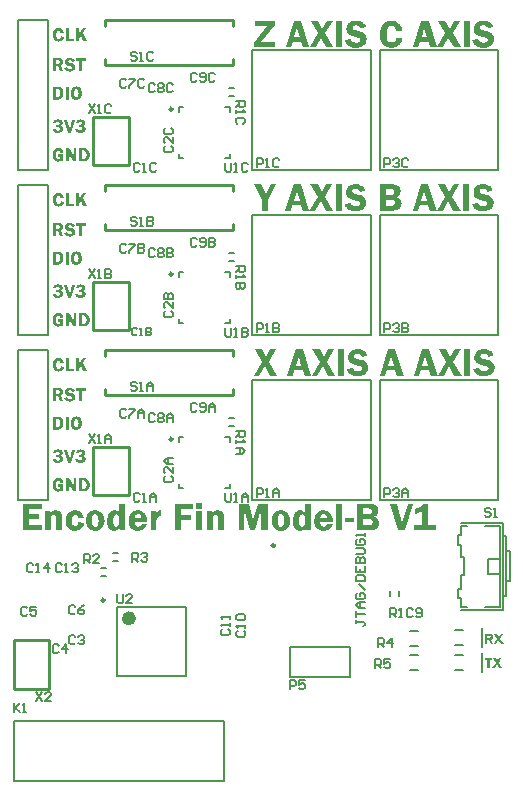
<source format=gto>
%FSLAX23Y23*%
%MOIN*%
G70*
G01*
G75*
G04 Layer_Color=65535*
%ADD10O,0.063X0.012*%
%ADD11O,0.012X0.063*%
%ADD12R,0.035X0.031*%
%ADD13R,0.075X0.043*%
%ADD14R,0.110X0.030*%
%ADD15R,0.039X0.059*%
%ADD16R,0.035X0.028*%
%ADD17R,0.028X0.035*%
%ADD18R,0.100X0.100*%
%ADD19O,0.010X0.030*%
%ADD20O,0.030X0.010*%
%ADD21R,0.031X0.035*%
%ADD22R,0.132X0.085*%
%ADD23C,0.010*%
%ADD24C,0.015*%
%ADD25C,0.008*%
%ADD26C,0.025*%
G04:AMPARAMS|DCode=27|XSize=70mil|YSize=70mil|CornerRadius=0mil|HoleSize=0mil|Usage=FLASHONLY|Rotation=90.000|XOffset=0mil|YOffset=0mil|HoleType=Round|Shape=Octagon|*
%AMOCTAGOND27*
4,1,8,0.018,0.035,-0.018,0.035,-0.035,0.018,-0.035,-0.018,-0.018,-0.035,0.018,-0.035,0.035,-0.018,0.035,0.018,0.018,0.035,0.0*
%
%ADD27OCTAGOND27*%

%ADD28C,0.100*%
%ADD29C,0.059*%
%ADD30R,0.059X0.059*%
%ADD31R,0.059X0.059*%
%ADD32C,0.030*%
%ADD33C,0.025*%
%ADD34C,0.020*%
%ADD35C,0.010*%
%ADD36C,0.024*%
%ADD37C,0.010*%
%ADD38C,0.006*%
%ADD39C,0.008*%
%ADD40C,0.005*%
G36*
X6454Y3507D02*
X6481Y3460D01*
X6457D01*
X6440Y3492D01*
X6422Y3460D01*
X6403D01*
X6430Y3507D01*
X6406Y3548D01*
X6430D01*
X6444Y3521D01*
X6459Y3548D01*
X6478D01*
X6454Y3507D01*
D02*
G37*
G36*
X6261D02*
X6289Y3460D01*
X6265D01*
X6247Y3492D01*
X6229Y3460D01*
X6210D01*
X6237Y3507D01*
X6213Y3548D01*
X6237D01*
X6252Y3521D01*
X6266Y3548D01*
X6286D01*
X6261Y3507D01*
D02*
G37*
G36*
X6511Y3460D02*
X6491D01*
Y3548D01*
X6511D01*
Y3460D01*
D02*
G37*
G36*
X6559Y3549D02*
X6561Y3549D01*
X6563Y3549D01*
X6565Y3548D01*
X6568Y3548D01*
X6570Y3547D01*
X6573Y3546D01*
X6576Y3544D01*
X6579Y3543D01*
X6582Y3541D01*
X6584Y3538D01*
X6586Y3536D01*
X6588Y3532D01*
X6590Y3529D01*
X6572Y3523D01*
Y3523D01*
X6572Y3523D01*
X6572Y3524D01*
X6572Y3524D01*
X6570Y3526D01*
X6569Y3528D01*
X6568Y3529D01*
X6567Y3530D01*
X6566Y3531D01*
X6564Y3532D01*
X6563Y3532D01*
X6561Y3533D01*
X6559Y3533D01*
X6557Y3533D01*
X6556D01*
X6555Y3533D01*
X6554Y3533D01*
X6553Y3533D01*
X6551Y3532D01*
X6549Y3531D01*
X6548Y3531D01*
X6547Y3530D01*
X6546Y3529D01*
X6545Y3528D01*
X6545Y3527D01*
X6545Y3525D01*
Y3525D01*
Y3525D01*
X6545Y3524D01*
X6545Y3523D01*
X6545Y3523D01*
X6546Y3522D01*
X6546Y3521D01*
X6547Y3520D01*
X6547Y3520D01*
X6548Y3520D01*
X6548Y3519D01*
X6549Y3519D01*
X6551Y3518D01*
X6553Y3517D01*
X6555Y3517D01*
X6558Y3516D01*
X6558D01*
X6558Y3516D01*
X6559Y3516D01*
X6560Y3516D01*
X6561Y3515D01*
X6562Y3515D01*
X6565Y3514D01*
X6568Y3513D01*
X6572Y3513D01*
X6575Y3511D01*
X6576Y3511D01*
X6577Y3511D01*
X6577D01*
X6578Y3510D01*
X6578Y3510D01*
X6579Y3509D01*
X6581Y3508D01*
X6583Y3507D01*
X6584Y3506D01*
X6586Y3504D01*
X6588Y3502D01*
X6588Y3501D01*
X6589Y3500D01*
X6589Y3499D01*
X6590Y3497D01*
X6591Y3496D01*
X6592Y3493D01*
X6592Y3491D01*
X6592Y3488D01*
Y3488D01*
Y3487D01*
Y3487D01*
X6592Y3486D01*
X6592Y3485D01*
X6592Y3484D01*
X6591Y3482D01*
X6591Y3481D01*
X6590Y3478D01*
X6589Y3476D01*
X6588Y3474D01*
X6587Y3472D01*
X6586Y3471D01*
X6585Y3469D01*
X6583Y3467D01*
X6583Y3467D01*
X6583Y3467D01*
X6582Y3466D01*
X6581Y3466D01*
X6580Y3465D01*
X6579Y3464D01*
X6578Y3464D01*
X6576Y3463D01*
X6574Y3462D01*
X6572Y3461D01*
X6570Y3461D01*
X6568Y3460D01*
X6565Y3459D01*
X6562Y3459D01*
X6559Y3459D01*
X6556Y3459D01*
X6554D01*
X6553Y3459D01*
X6552D01*
X6551Y3459D01*
X6549Y3459D01*
X6548Y3459D01*
X6544Y3460D01*
X6540Y3461D01*
X6536Y3463D01*
X6534Y3464D01*
X6533Y3465D01*
X6532Y3465D01*
X6532Y3465D01*
X6532Y3465D01*
X6531Y3466D01*
X6530Y3467D01*
X6529Y3467D01*
X6528Y3468D01*
X6527Y3469D01*
X6526Y3471D01*
X6525Y3472D01*
X6524Y3473D01*
X6523Y3475D01*
X6522Y3477D01*
X6521Y3479D01*
X6521Y3481D01*
X6520Y3483D01*
X6539Y3487D01*
Y3487D01*
X6539Y3487D01*
X6540Y3486D01*
X6540Y3485D01*
X6540Y3485D01*
X6541Y3483D01*
X6542Y3482D01*
X6543Y3481D01*
X6544Y3480D01*
X6545Y3479D01*
X6546Y3478D01*
X6548Y3477D01*
X6550Y3476D01*
X6552Y3476D01*
X6555Y3475D01*
X6557Y3475D01*
X6558D01*
X6559Y3475D01*
X6561Y3475D01*
X6563Y3476D01*
X6565Y3476D01*
X6566Y3477D01*
X6568Y3478D01*
X6568Y3478D01*
X6568Y3478D01*
X6569Y3479D01*
X6569Y3480D01*
X6570Y3481D01*
X6571Y3482D01*
X6571Y3483D01*
X6571Y3484D01*
Y3484D01*
Y3485D01*
X6571Y3486D01*
X6571Y3487D01*
X6570Y3487D01*
X6570Y3488D01*
X6569Y3489D01*
X6568Y3490D01*
X6568Y3490D01*
X6567Y3491D01*
X6567Y3491D01*
X6565Y3492D01*
X6564Y3492D01*
X6562Y3493D01*
X6559Y3494D01*
X6556Y3494D01*
X6556D01*
X6555Y3494D01*
X6554Y3495D01*
X6553Y3495D01*
X6552Y3495D01*
X6550Y3496D01*
X6548Y3496D01*
X6547Y3497D01*
X6543Y3498D01*
X6539Y3500D01*
X6537Y3501D01*
X6535Y3502D01*
X6533Y3503D01*
X6532Y3504D01*
X6532Y3504D01*
X6531Y3504D01*
X6531Y3504D01*
X6531Y3505D01*
X6530Y3506D01*
X6530Y3506D01*
X6528Y3508D01*
X6527Y3511D01*
X6526Y3514D01*
X6525Y3517D01*
X6525Y3519D01*
X6525Y3521D01*
Y3522D01*
Y3522D01*
Y3523D01*
X6525Y3523D01*
X6525Y3524D01*
X6525Y3526D01*
X6525Y3527D01*
X6526Y3528D01*
X6527Y3531D01*
X6527Y3533D01*
X6528Y3535D01*
X6529Y3536D01*
X6530Y3538D01*
X6532Y3540D01*
X6533Y3541D01*
X6533Y3541D01*
X6534Y3542D01*
X6534Y3542D01*
X6535Y3542D01*
X6536Y3543D01*
X6537Y3544D01*
X6538Y3545D01*
X6539Y3545D01*
X6541Y3546D01*
X6543Y3547D01*
X6545Y3547D01*
X6547Y3548D01*
X6549Y3549D01*
X6551Y3549D01*
X6554Y3549D01*
X6556Y3549D01*
X6558D01*
X6559Y3549D01*
D02*
G37*
G36*
X6932Y3460D02*
X6912D01*
Y3548D01*
X6932D01*
Y3460D01*
D02*
G37*
G36*
X6823D02*
X6801D01*
X6795Y3478D01*
X6767D01*
X6761Y3460D01*
X6743D01*
X6771Y3548D01*
X6795D01*
X6823Y3460D01*
D02*
G37*
G36*
X6710D02*
X6687D01*
X6682Y3478D01*
X6654D01*
X6648Y3460D01*
X6630D01*
X6658Y3548D01*
X6682D01*
X6710Y3460D01*
D02*
G37*
G36*
X5601Y3720D02*
X5590D01*
X5577Y3764D01*
X5588D01*
X5597Y3732D01*
X5606Y3764D01*
X5615D01*
X5601Y3720D01*
D02*
G37*
G36*
X5634Y3765D02*
X5635D01*
X5635Y3765D01*
X5636Y3764D01*
X5637Y3764D01*
X5639Y3764D01*
X5640Y3763D01*
X5642Y3763D01*
X5643Y3762D01*
X5644Y3762D01*
X5644Y3761D01*
X5644Y3761D01*
X5644Y3761D01*
X5645Y3761D01*
X5645Y3761D01*
X5645Y3760D01*
X5646Y3759D01*
X5647Y3758D01*
X5648Y3757D01*
X5648Y3756D01*
X5648Y3755D01*
X5649Y3754D01*
X5649Y3753D01*
Y3753D01*
Y3752D01*
X5649Y3752D01*
X5648Y3752D01*
X5648Y3751D01*
X5648Y3750D01*
X5648Y3750D01*
X5648Y3749D01*
X5647Y3748D01*
X5647Y3747D01*
X5646Y3746D01*
X5645Y3746D01*
X5645Y3745D01*
X5644Y3744D01*
X5642Y3744D01*
X5641Y3743D01*
X5641D01*
X5641Y3743D01*
X5642Y3743D01*
X5642Y3742D01*
X5643Y3742D01*
X5644Y3742D01*
X5645Y3741D01*
X5645Y3741D01*
X5646Y3740D01*
X5647Y3739D01*
X5648Y3739D01*
X5649Y3738D01*
X5649Y3737D01*
X5650Y3735D01*
X5650Y3734D01*
X5650Y3733D01*
Y3732D01*
Y3732D01*
Y3732D01*
X5650Y3732D01*
X5650Y3731D01*
X5650Y3731D01*
X5649Y3729D01*
X5649Y3728D01*
X5648Y3727D01*
X5648Y3726D01*
X5648Y3725D01*
X5647Y3724D01*
X5646Y3724D01*
X5645Y3723D01*
X5645Y3723D01*
X5645Y3723D01*
X5645Y3723D01*
X5645Y3722D01*
X5644Y3722D01*
X5643Y3722D01*
X5643Y3721D01*
X5642Y3721D01*
X5641Y3721D01*
X5640Y3720D01*
X5639Y3720D01*
X5638Y3720D01*
X5637Y3720D01*
X5636Y3719D01*
X5634Y3719D01*
X5633Y3719D01*
X5632D01*
X5632Y3719D01*
X5631Y3719D01*
X5630Y3720D01*
X5629Y3720D01*
X5628Y3720D01*
X5627Y3720D01*
X5625Y3721D01*
X5624Y3721D01*
X5623Y3722D01*
X5622Y3722D01*
X5621Y3723D01*
X5621Y3723D01*
X5621Y3723D01*
X5620Y3724D01*
X5620Y3724D01*
X5620Y3724D01*
X5619Y3725D01*
X5619Y3725D01*
X5618Y3726D01*
X5618Y3727D01*
X5617Y3729D01*
X5616Y3731D01*
X5616Y3732D01*
X5615Y3733D01*
X5625Y3734D01*
Y3734D01*
X5625Y3734D01*
X5625Y3733D01*
X5625Y3733D01*
X5625Y3732D01*
X5626Y3732D01*
X5626Y3731D01*
X5626Y3731D01*
X5627Y3730D01*
X5627Y3729D01*
X5628Y3729D01*
X5629Y3728D01*
X5630Y3728D01*
X5630Y3727D01*
X5631Y3727D01*
X5633Y3727D01*
X5633D01*
X5634Y3727D01*
X5634Y3727D01*
X5635Y3728D01*
X5636Y3728D01*
X5637Y3728D01*
X5638Y3729D01*
X5638Y3729D01*
X5638Y3729D01*
X5638Y3729D01*
X5638Y3730D01*
X5639Y3731D01*
X5639Y3731D01*
X5639Y3732D01*
X5639Y3733D01*
Y3733D01*
Y3734D01*
X5639Y3734D01*
X5639Y3735D01*
X5639Y3735D01*
X5639Y3736D01*
X5638Y3737D01*
X5638Y3737D01*
X5638Y3737D01*
X5637Y3738D01*
X5637Y3738D01*
X5636Y3738D01*
X5635Y3738D01*
X5634Y3739D01*
X5633Y3739D01*
X5632Y3739D01*
X5627D01*
Y3747D01*
X5632D01*
X5633Y3747D01*
X5634Y3747D01*
X5635Y3747D01*
X5636Y3747D01*
X5636Y3748D01*
X5637Y3748D01*
X5637Y3748D01*
X5637Y3748D01*
X5638Y3749D01*
X5638Y3749D01*
X5638Y3750D01*
X5638Y3750D01*
X5638Y3751D01*
X5639Y3752D01*
Y3752D01*
Y3752D01*
X5638Y3752D01*
X5638Y3753D01*
X5638Y3754D01*
X5638Y3754D01*
X5638Y3755D01*
X5637Y3755D01*
X5637Y3756D01*
X5637Y3756D01*
X5636Y3756D01*
X5636Y3756D01*
X5635Y3757D01*
X5634Y3757D01*
X5634Y3757D01*
X5633Y3757D01*
X5632D01*
X5632Y3757D01*
X5632D01*
X5631Y3757D01*
X5631Y3757D01*
X5630Y3756D01*
X5629Y3756D01*
X5629Y3756D01*
X5628Y3755D01*
X5628Y3755D01*
X5627Y3754D01*
X5627Y3753D01*
X5626Y3752D01*
X5626Y3751D01*
X5617Y3753D01*
Y3753D01*
X5617Y3753D01*
X5617Y3753D01*
X5617Y3754D01*
X5617Y3754D01*
X5617Y3755D01*
X5618Y3756D01*
X5619Y3757D01*
X5620Y3759D01*
X5621Y3760D01*
X5621Y3761D01*
X5622Y3761D01*
X5622Y3761D01*
X5622Y3761D01*
X5623Y3762D01*
X5623Y3762D01*
X5623Y3762D01*
X5624Y3762D01*
X5624Y3763D01*
X5625Y3763D01*
X5626Y3763D01*
X5627Y3764D01*
X5629Y3764D01*
X5631Y3765D01*
X5632Y3765D01*
X5633Y3765D01*
X5633D01*
X5634Y3765D01*
D02*
G37*
G36*
X5559D02*
X5559D01*
X5560Y3765D01*
X5561Y3764D01*
X5561Y3764D01*
X5563Y3764D01*
X5565Y3763D01*
X5567Y3763D01*
X5568Y3762D01*
X5569Y3762D01*
X5569Y3761D01*
X5569Y3761D01*
X5569Y3761D01*
X5569Y3761D01*
X5570Y3761D01*
X5570Y3760D01*
X5571Y3759D01*
X5572Y3758D01*
X5572Y3757D01*
X5573Y3756D01*
X5573Y3755D01*
X5573Y3754D01*
X5573Y3753D01*
Y3753D01*
Y3752D01*
X5573Y3752D01*
X5573Y3752D01*
X5573Y3751D01*
X5573Y3750D01*
X5573Y3750D01*
X5572Y3749D01*
X5572Y3748D01*
X5571Y3747D01*
X5571Y3746D01*
X5570Y3746D01*
X5569Y3745D01*
X5568Y3744D01*
X5567Y3744D01*
X5566Y3743D01*
X5566D01*
X5566Y3743D01*
X5566Y3743D01*
X5567Y3742D01*
X5568Y3742D01*
X5568Y3742D01*
X5569Y3741D01*
X5570Y3741D01*
X5571Y3740D01*
X5572Y3739D01*
X5572Y3739D01*
X5573Y3738D01*
X5574Y3737D01*
X5574Y3735D01*
X5574Y3734D01*
X5574Y3733D01*
Y3732D01*
Y3732D01*
Y3732D01*
X5574Y3732D01*
X5574Y3731D01*
X5574Y3731D01*
X5574Y3729D01*
X5573Y3728D01*
X5573Y3727D01*
X5573Y3726D01*
X5572Y3725D01*
X5571Y3724D01*
X5571Y3724D01*
X5570Y3723D01*
X5570Y3723D01*
X5570Y3723D01*
X5569Y3723D01*
X5569Y3722D01*
X5569Y3722D01*
X5568Y3722D01*
X5567Y3721D01*
X5567Y3721D01*
X5566Y3721D01*
X5565Y3720D01*
X5564Y3720D01*
X5563Y3720D01*
X5562Y3720D01*
X5560Y3719D01*
X5559Y3719D01*
X5557Y3719D01*
X5557D01*
X5556Y3719D01*
X5556Y3719D01*
X5555Y3720D01*
X5554Y3720D01*
X5553Y3720D01*
X5551Y3720D01*
X5549Y3721D01*
X5548Y3721D01*
X5547Y3722D01*
X5546Y3722D01*
X5545Y3723D01*
X5545Y3723D01*
X5545Y3723D01*
X5545Y3724D01*
X5545Y3724D01*
X5544Y3724D01*
X5544Y3725D01*
X5543Y3725D01*
X5543Y3726D01*
X5542Y3727D01*
X5541Y3729D01*
X5540Y3731D01*
X5540Y3732D01*
X5540Y3733D01*
X5549Y3734D01*
Y3734D01*
X5549Y3734D01*
X5550Y3733D01*
X5550Y3733D01*
X5550Y3732D01*
X5550Y3732D01*
X5550Y3731D01*
X5551Y3731D01*
X5551Y3730D01*
X5552Y3729D01*
X5552Y3729D01*
X5553Y3728D01*
X5554Y3728D01*
X5555Y3727D01*
X5556Y3727D01*
X5557Y3727D01*
X5558D01*
X5558Y3727D01*
X5559Y3727D01*
X5560Y3728D01*
X5561Y3728D01*
X5561Y3728D01*
X5562Y3729D01*
X5562Y3729D01*
X5562Y3729D01*
X5563Y3729D01*
X5563Y3730D01*
X5563Y3731D01*
X5564Y3731D01*
X5564Y3732D01*
X5564Y3733D01*
Y3733D01*
Y3734D01*
X5564Y3734D01*
X5564Y3735D01*
X5564Y3735D01*
X5563Y3736D01*
X5563Y3737D01*
X5562Y3737D01*
X5562Y3737D01*
X5562Y3738D01*
X5561Y3738D01*
X5561Y3738D01*
X5560Y3738D01*
X5559Y3739D01*
X5557Y3739D01*
X5557Y3739D01*
X5552D01*
Y3747D01*
X5557D01*
X5558Y3747D01*
X5558Y3747D01*
X5559Y3747D01*
X5560Y3747D01*
X5561Y3748D01*
X5562Y3748D01*
X5562Y3748D01*
X5562Y3748D01*
X5562Y3749D01*
X5562Y3749D01*
X5563Y3750D01*
X5563Y3750D01*
X5563Y3751D01*
X5563Y3752D01*
Y3752D01*
Y3752D01*
X5563Y3752D01*
X5563Y3753D01*
X5563Y3754D01*
X5562Y3754D01*
X5562Y3755D01*
X5562Y3755D01*
X5561Y3756D01*
X5561Y3756D01*
X5561Y3756D01*
X5560Y3756D01*
X5560Y3757D01*
X5559Y3757D01*
X5558Y3757D01*
X5557Y3757D01*
X5557D01*
X5557Y3757D01*
X5556D01*
X5556Y3757D01*
X5555Y3757D01*
X5554Y3756D01*
X5554Y3756D01*
X5553Y3756D01*
X5553Y3755D01*
X5552Y3755D01*
X5552Y3754D01*
X5551Y3753D01*
X5551Y3752D01*
X5550Y3751D01*
X5541Y3753D01*
Y3753D01*
X5541Y3753D01*
X5541Y3753D01*
X5542Y3754D01*
X5542Y3754D01*
X5542Y3755D01*
X5542Y3756D01*
X5543Y3757D01*
X5544Y3759D01*
X5545Y3760D01*
X5546Y3761D01*
X5547Y3761D01*
X5547Y3761D01*
X5547Y3761D01*
X5547Y3762D01*
X5547Y3762D01*
X5548Y3762D01*
X5548Y3762D01*
X5549Y3763D01*
X5550Y3763D01*
X5550Y3763D01*
X5551Y3764D01*
X5553Y3764D01*
X5555Y3765D01*
X5556Y3765D01*
X5557Y3765D01*
X5558D01*
X5559Y3765D01*
D02*
G37*
G36*
X5643Y3669D02*
X5643Y3669D01*
X5644Y3669D01*
X5645Y3669D01*
X5647Y3669D01*
X5649Y3668D01*
X5651Y3668D01*
X5652Y3667D01*
X5653Y3667D01*
X5653D01*
X5653Y3667D01*
X5653Y3667D01*
X5654Y3666D01*
X5654Y3666D01*
X5655Y3665D01*
X5656Y3664D01*
X5658Y3663D01*
X5659Y3661D01*
X5660Y3660D01*
X5660Y3659D01*
X5660Y3659D01*
X5660Y3659D01*
X5661Y3659D01*
X5661Y3658D01*
X5661Y3658D01*
X5661Y3657D01*
X5662Y3656D01*
X5662Y3655D01*
X5662Y3654D01*
X5663Y3653D01*
X5663Y3652D01*
X5663Y3651D01*
X5663Y3650D01*
X5663Y3649D01*
Y3647D01*
Y3647D01*
Y3647D01*
X5663Y3646D01*
Y3646D01*
X5663Y3645D01*
X5663Y3644D01*
X5663Y3643D01*
X5663Y3642D01*
X5662Y3640D01*
X5662Y3639D01*
X5662Y3638D01*
X5661Y3636D01*
X5660Y3635D01*
X5660Y3634D01*
X5659Y3633D01*
X5658Y3631D01*
X5658Y3631D01*
X5657Y3631D01*
X5657Y3631D01*
X5657Y3630D01*
X5656Y3630D01*
X5655Y3629D01*
X5655Y3629D01*
X5654Y3628D01*
X5653Y3628D01*
X5652Y3627D01*
X5650Y3626D01*
X5649Y3626D01*
X5647Y3626D01*
X5646Y3625D01*
X5644Y3625D01*
X5642Y3625D01*
X5627D01*
Y3669D01*
X5642D01*
X5643Y3669D01*
D02*
G37*
G36*
X6402Y3460D02*
X6380D01*
X6374Y3478D01*
X6346D01*
X6340Y3460D01*
X6322D01*
X6350Y3548D01*
X6374D01*
X6402Y3460D01*
D02*
G37*
G36*
X5560Y3670D02*
X5561Y3670D01*
X5562Y3669D01*
X5562Y3669D01*
X5563Y3669D01*
X5565Y3669D01*
X5566Y3668D01*
X5567Y3668D01*
X5568Y3667D01*
X5569Y3667D01*
X5570Y3666D01*
X5571Y3666D01*
X5571Y3665D01*
X5571Y3665D01*
X5571Y3665D01*
X5572Y3665D01*
X5572Y3664D01*
X5572Y3664D01*
X5573Y3663D01*
X5573Y3663D01*
X5574Y3662D01*
X5574Y3661D01*
X5575Y3660D01*
X5575Y3659D01*
X5576Y3658D01*
X5576Y3657D01*
X5576Y3656D01*
X5576Y3654D01*
X5567Y3653D01*
Y3653D01*
X5567Y3654D01*
X5567Y3654D01*
X5566Y3654D01*
X5566Y3655D01*
X5566Y3656D01*
X5566Y3657D01*
X5565Y3657D01*
X5565Y3658D01*
X5564Y3659D01*
X5564Y3659D01*
X5563Y3660D01*
X5562Y3661D01*
X5561Y3661D01*
X5560Y3661D01*
X5559Y3661D01*
X5559D01*
X5558Y3661D01*
X5558Y3661D01*
X5557Y3661D01*
X5556Y3660D01*
X5555Y3660D01*
X5554Y3659D01*
X5554Y3659D01*
X5553Y3658D01*
X5553Y3657D01*
Y3657D01*
X5553Y3657D01*
X5552Y3657D01*
X5552Y3657D01*
X5552Y3656D01*
X5552Y3656D01*
X5552Y3655D01*
X5552Y3655D01*
X5551Y3654D01*
X5551Y3653D01*
X5551Y3652D01*
X5551Y3651D01*
X5551Y3650D01*
X5551Y3649D01*
X5551Y3648D01*
Y3647D01*
Y3647D01*
Y3646D01*
Y3646D01*
X5551Y3646D01*
Y3645D01*
X5551Y3644D01*
X5551Y3644D01*
X5551Y3643D01*
X5551Y3641D01*
X5552Y3639D01*
X5552Y3638D01*
X5552Y3637D01*
X5553Y3636D01*
Y3636D01*
X5553Y3636D01*
X5553Y3636D01*
X5554Y3635D01*
X5555Y3635D01*
X5555Y3634D01*
X5557Y3633D01*
X5558Y3633D01*
X5559Y3633D01*
X5560Y3633D01*
X5560D01*
X5560Y3633D01*
X5561Y3633D01*
X5562Y3633D01*
X5563Y3633D01*
X5564Y3634D01*
X5564Y3634D01*
X5564Y3635D01*
X5565Y3635D01*
X5565Y3635D01*
X5566Y3636D01*
X5566Y3637D01*
X5566Y3638D01*
X5567Y3639D01*
X5567Y3640D01*
X5558D01*
Y3649D01*
X5576D01*
Y3625D01*
X5572D01*
Y3625D01*
X5572Y3625D01*
X5572Y3626D01*
X5571Y3627D01*
X5571Y3627D01*
X5571Y3628D01*
X5570Y3630D01*
X5570Y3630D01*
X5570Y3630D01*
X5570Y3629D01*
X5569Y3629D01*
X5569Y3629D01*
X5568Y3628D01*
X5568Y3628D01*
X5567Y3627D01*
X5566Y3627D01*
X5565Y3626D01*
X5564Y3626D01*
X5563Y3625D01*
X5562Y3625D01*
X5561Y3625D01*
X5560Y3624D01*
X5558Y3624D01*
X5558D01*
X5557Y3624D01*
X5557D01*
X5556Y3625D01*
X5555Y3625D01*
X5554Y3625D01*
X5553Y3625D01*
X5552Y3625D01*
X5551Y3626D01*
X5550Y3626D01*
X5549Y3627D01*
X5548Y3628D01*
X5547Y3628D01*
X5546Y3629D01*
X5545Y3630D01*
X5545Y3630D01*
X5545Y3631D01*
X5544Y3631D01*
X5544Y3632D01*
X5544Y3632D01*
X5543Y3633D01*
X5543Y3634D01*
X5542Y3635D01*
X5542Y3636D01*
X5542Y3637D01*
X5541Y3638D01*
X5541Y3640D01*
X5540Y3641D01*
X5540Y3643D01*
X5540Y3645D01*
X5540Y3646D01*
Y3647D01*
Y3647D01*
X5540Y3647D01*
Y3648D01*
X5540Y3649D01*
X5540Y3650D01*
X5540Y3651D01*
X5541Y3652D01*
X5541Y3654D01*
X5541Y3655D01*
X5542Y3657D01*
X5542Y3658D01*
X5543Y3659D01*
X5543Y3661D01*
X5544Y3662D01*
X5545Y3663D01*
X5545Y3663D01*
X5545Y3664D01*
X5546Y3664D01*
X5546Y3664D01*
X5547Y3665D01*
X5547Y3665D01*
X5548Y3666D01*
X5549Y3667D01*
X5550Y3667D01*
X5551Y3668D01*
X5552Y3668D01*
X5553Y3669D01*
X5554Y3669D01*
X5556Y3669D01*
X5557Y3670D01*
X5559Y3670D01*
X5560D01*
X5560Y3670D01*
D02*
G37*
G36*
X5618Y3625D02*
X5609D01*
X5592Y3655D01*
Y3655D01*
Y3654D01*
Y3654D01*
Y3654D01*
X5592Y3653D01*
Y3653D01*
Y3653D01*
Y3653D01*
X5593Y3653D01*
Y3653D01*
X5593Y3652D01*
Y3651D01*
Y3625D01*
X5585D01*
Y3669D01*
X5596D01*
X5611Y3643D01*
Y3643D01*
Y3643D01*
X5611Y3644D01*
Y3644D01*
X5610Y3645D01*
X5610Y3646D01*
Y3646D01*
Y3669D01*
X5618D01*
Y3625D01*
D02*
G37*
G36*
X6929Y4010D02*
X6909D01*
Y4098D01*
X6929D01*
Y4010D01*
D02*
G37*
G36*
X6820D02*
X6798D01*
X6792Y4028D01*
X6764D01*
X6758Y4010D01*
X6740D01*
X6768Y4098D01*
X6792D01*
X6820Y4010D01*
D02*
G37*
G36*
X6674Y4098D02*
X6675D01*
X6677Y4098D01*
X6680Y4097D01*
X6682Y4097D01*
X6685Y4096D01*
X6687Y4095D01*
X6688Y4095D01*
X6688Y4095D01*
X6689Y4094D01*
X6691Y4093D01*
X6692Y4092D01*
X6694Y4091D01*
X6695Y4089D01*
X6697Y4088D01*
X6697Y4087D01*
X6697Y4087D01*
X6698Y4086D01*
X6698Y4084D01*
X6699Y4082D01*
X6700Y4080D01*
X6700Y4078D01*
X6700Y4075D01*
Y4075D01*
Y4075D01*
X6700Y4074D01*
X6700Y4073D01*
X6700Y4072D01*
X6699Y4071D01*
X6699Y4069D01*
X6698Y4067D01*
X6697Y4066D01*
X6696Y4064D01*
X6695Y4062D01*
X6694Y4061D01*
X6692Y4059D01*
X6690Y4058D01*
X6687Y4057D01*
X6684Y4056D01*
X6685D01*
X6685Y4056D01*
X6685Y4056D01*
X6686Y4055D01*
X6688Y4055D01*
X6690Y4054D01*
X6692Y4053D01*
X6694Y4052D01*
X6696Y4050D01*
X6698Y4048D01*
X6698Y4047D01*
X6699Y4047D01*
X6700Y4045D01*
X6701Y4044D01*
X6701Y4042D01*
X6702Y4039D01*
X6703Y4037D01*
X6703Y4034D01*
Y4034D01*
Y4034D01*
Y4033D01*
X6703Y4033D01*
X6702Y4032D01*
X6702Y4031D01*
X6702Y4028D01*
X6701Y4026D01*
X6700Y4023D01*
X6699Y4021D01*
X6698Y4020D01*
X6697Y4018D01*
X6695Y4017D01*
X6695Y4017D01*
X6695Y4017D01*
X6694Y4016D01*
X6694Y4016D01*
X6693Y4015D01*
X6692Y4015D01*
X6691Y4014D01*
X6689Y4014D01*
X6688Y4013D01*
X6686Y4012D01*
X6684Y4012D01*
X6682Y4011D01*
X6679Y4011D01*
X6677Y4010D01*
X6674Y4010D01*
X6671Y4010D01*
X6630D01*
Y4098D01*
X6673D01*
X6674Y4098D01*
D02*
G37*
G36*
X6872Y4057D02*
X6900Y4010D01*
X6875D01*
X6858Y4042D01*
X6840Y4010D01*
X6821D01*
X6848Y4057D01*
X6824Y4098D01*
X6848D01*
X6862Y4071D01*
X6877Y4098D01*
X6896D01*
X6872Y4057D01*
D02*
G37*
G36*
X6930Y4555D02*
X6910D01*
Y4643D01*
X6930D01*
Y4555D01*
D02*
G37*
G36*
X6821D02*
X6799D01*
X6793Y4573D01*
X6765D01*
X6759Y4555D01*
X6741D01*
X6769Y4643D01*
X6793D01*
X6821Y4555D01*
D02*
G37*
G36*
X6977Y4099D02*
X6979Y4099D01*
X6981Y4099D01*
X6983Y4098D01*
X6986Y4098D01*
X6988Y4097D01*
X6991Y4096D01*
X6994Y4094D01*
X6997Y4093D01*
X7000Y4091D01*
X7002Y4088D01*
X7004Y4086D01*
X7006Y4082D01*
X7008Y4079D01*
X6990Y4073D01*
Y4073D01*
X6990Y4073D01*
X6990Y4074D01*
X6990Y4074D01*
X6989Y4076D01*
X6987Y4078D01*
X6986Y4079D01*
X6985Y4080D01*
X6984Y4081D01*
X6982Y4082D01*
X6981Y4082D01*
X6979Y4083D01*
X6977Y4083D01*
X6975Y4083D01*
X6974D01*
X6973Y4083D01*
X6972Y4083D01*
X6971Y4083D01*
X6969Y4082D01*
X6967Y4081D01*
X6966Y4081D01*
X6965Y4080D01*
X6964Y4079D01*
X6964Y4078D01*
X6963Y4077D01*
X6963Y4075D01*
Y4075D01*
Y4075D01*
X6963Y4074D01*
X6963Y4073D01*
X6964Y4073D01*
X6964Y4072D01*
X6965Y4071D01*
X6965Y4070D01*
X6965Y4070D01*
X6966Y4070D01*
X6966Y4069D01*
X6967Y4069D01*
X6969Y4068D01*
X6971Y4067D01*
X6973Y4067D01*
X6976Y4066D01*
X6976D01*
X6976Y4066D01*
X6977Y4066D01*
X6978Y4066D01*
X6979Y4065D01*
X6980Y4065D01*
X6983Y4064D01*
X6986Y4063D01*
X6990Y4063D01*
X6993Y4061D01*
X6994Y4061D01*
X6995Y4061D01*
X6995D01*
X6996Y4060D01*
X6996Y4060D01*
X6998Y4059D01*
X6999Y4058D01*
X7001Y4057D01*
X7002Y4056D01*
X7004Y4054D01*
X7006Y4052D01*
X7006Y4051D01*
X7007Y4050D01*
X7007Y4049D01*
X7008Y4047D01*
X7009Y4046D01*
X7010Y4043D01*
X7010Y4041D01*
X7010Y4038D01*
Y4038D01*
Y4037D01*
Y4037D01*
X7010Y4036D01*
X7010Y4035D01*
X7010Y4034D01*
X7009Y4032D01*
X7009Y4031D01*
X7008Y4028D01*
X7007Y4026D01*
X7006Y4024D01*
X7005Y4022D01*
X7004Y4021D01*
X7003Y4019D01*
X7001Y4017D01*
X7001Y4017D01*
X7001Y4017D01*
X7000Y4016D01*
X6999Y4016D01*
X6998Y4015D01*
X6997Y4014D01*
X6996Y4014D01*
X6994Y4013D01*
X6992Y4012D01*
X6990Y4011D01*
X6988Y4011D01*
X6986Y4010D01*
X6983Y4009D01*
X6980Y4009D01*
X6977Y4009D01*
X6974Y4009D01*
X6972D01*
X6971Y4009D01*
X6970D01*
X6969Y4009D01*
X6967Y4009D01*
X6966Y4009D01*
X6962Y4010D01*
X6958Y4011D01*
X6954Y4013D01*
X6952Y4014D01*
X6951Y4015D01*
X6950Y4015D01*
X6950Y4015D01*
X6950Y4015D01*
X6949Y4016D01*
X6948Y4017D01*
X6947Y4017D01*
X6946Y4018D01*
X6945Y4019D01*
X6944Y4021D01*
X6943Y4022D01*
X6942Y4023D01*
X6941Y4025D01*
X6940Y4027D01*
X6940Y4029D01*
X6939Y4031D01*
X6938Y4033D01*
X6957Y4037D01*
Y4037D01*
X6957Y4037D01*
X6958Y4036D01*
X6958Y4035D01*
X6959Y4035D01*
X6959Y4033D01*
X6960Y4032D01*
X6961Y4031D01*
X6962Y4030D01*
X6963Y4029D01*
X6965Y4028D01*
X6966Y4027D01*
X6968Y4026D01*
X6970Y4026D01*
X6973Y4025D01*
X6975Y4025D01*
X6976D01*
X6978Y4025D01*
X6979Y4025D01*
X6981Y4026D01*
X6983Y4026D01*
X6984Y4027D01*
X6986Y4028D01*
X6986Y4028D01*
X6986Y4028D01*
X6987Y4029D01*
X6988Y4030D01*
X6988Y4031D01*
X6989Y4032D01*
X6989Y4033D01*
X6989Y4034D01*
Y4034D01*
Y4035D01*
X6989Y4036D01*
X6989Y4037D01*
X6989Y4037D01*
X6988Y4038D01*
X6987Y4039D01*
X6986Y4040D01*
X6986Y4040D01*
X6985Y4041D01*
X6985Y4041D01*
X6983Y4042D01*
X6982Y4042D01*
X6980Y4043D01*
X6977Y4044D01*
X6974Y4044D01*
X6974D01*
X6973Y4044D01*
X6972Y4045D01*
X6971Y4045D01*
X6970Y4045D01*
X6968Y4046D01*
X6966Y4046D01*
X6965Y4047D01*
X6961Y4048D01*
X6957Y4050D01*
X6955Y4051D01*
X6953Y4052D01*
X6951Y4053D01*
X6950Y4054D01*
X6950Y4054D01*
X6950Y4054D01*
X6949Y4054D01*
X6949Y4055D01*
X6948Y4056D01*
X6948Y4056D01*
X6946Y4058D01*
X6945Y4061D01*
X6944Y4064D01*
X6943Y4067D01*
X6943Y4069D01*
X6943Y4071D01*
Y4072D01*
Y4072D01*
Y4073D01*
X6943Y4073D01*
X6943Y4074D01*
X6943Y4076D01*
X6943Y4077D01*
X6944Y4078D01*
X6945Y4081D01*
X6945Y4083D01*
X6946Y4085D01*
X6947Y4086D01*
X6948Y4088D01*
X6950Y4090D01*
X6951Y4091D01*
X6951Y4091D01*
X6952Y4092D01*
X6952Y4092D01*
X6953Y4092D01*
X6954Y4093D01*
X6955Y4094D01*
X6956Y4095D01*
X6957Y4095D01*
X6959Y4096D01*
X6961Y4097D01*
X6963Y4097D01*
X6965Y4098D01*
X6967Y4099D01*
X6969Y4099D01*
X6972Y4099D01*
X6975Y4099D01*
X6976D01*
X6977Y4099D01*
D02*
G37*
G36*
X6395Y4010D02*
X6373D01*
X6367Y4028D01*
X6339D01*
X6333Y4010D01*
X6315D01*
X6343Y4098D01*
X6367D01*
X6395Y4010D01*
D02*
G37*
G36*
X6980Y3549D02*
X6982Y3549D01*
X6984Y3549D01*
X6986Y3548D01*
X6989Y3548D01*
X6992Y3547D01*
X6994Y3546D01*
X6997Y3544D01*
X7000Y3543D01*
X7003Y3541D01*
X7005Y3538D01*
X7008Y3536D01*
X7009Y3532D01*
X7011Y3529D01*
X6994Y3523D01*
Y3523D01*
X6993Y3523D01*
X6993Y3524D01*
X6993Y3524D01*
X6992Y3526D01*
X6990Y3528D01*
X6989Y3529D01*
X6988Y3530D01*
X6987Y3531D01*
X6986Y3532D01*
X6984Y3532D01*
X6982Y3533D01*
X6980Y3533D01*
X6978Y3533D01*
X6977D01*
X6976Y3533D01*
X6976Y3533D01*
X6975Y3533D01*
X6972Y3532D01*
X6970Y3531D01*
X6969Y3531D01*
X6968Y3530D01*
X6967Y3529D01*
X6967Y3528D01*
X6966Y3527D01*
X6966Y3525D01*
Y3525D01*
Y3525D01*
X6966Y3524D01*
X6966Y3523D01*
X6967Y3523D01*
X6967Y3522D01*
X6968Y3521D01*
X6968Y3520D01*
X6969Y3520D01*
X6969Y3520D01*
X6970Y3519D01*
X6971Y3519D01*
X6972Y3518D01*
X6974Y3517D01*
X6976Y3517D01*
X6979Y3516D01*
X6979D01*
X6979Y3516D01*
X6980Y3516D01*
X6981Y3516D01*
X6982Y3515D01*
X6983Y3515D01*
X6986Y3514D01*
X6989Y3513D01*
X6993Y3513D01*
X6996Y3511D01*
X6997Y3511D01*
X6999Y3511D01*
X6999D01*
X6999Y3510D01*
X7000Y3510D01*
X7001Y3509D01*
X7002Y3508D01*
X7004Y3507D01*
X7006Y3506D01*
X7007Y3504D01*
X7009Y3502D01*
X7009Y3501D01*
X7010Y3500D01*
X7010Y3499D01*
X7011Y3497D01*
X7012Y3496D01*
X7013Y3493D01*
X7013Y3491D01*
X7014Y3488D01*
Y3488D01*
Y3487D01*
Y3487D01*
X7013Y3486D01*
X7013Y3485D01*
X7013Y3484D01*
X7013Y3482D01*
X7012Y3481D01*
X7011Y3478D01*
X7010Y3476D01*
X7010Y3474D01*
X7009Y3472D01*
X7007Y3471D01*
X7006Y3469D01*
X7004Y3467D01*
X7004Y3467D01*
X7004Y3467D01*
X7003Y3466D01*
X7003Y3466D01*
X7002Y3465D01*
X7000Y3464D01*
X6999Y3464D01*
X6997Y3463D01*
X6996Y3462D01*
X6994Y3461D01*
X6991Y3461D01*
X6989Y3460D01*
X6986Y3459D01*
X6983Y3459D01*
X6980Y3459D01*
X6977Y3459D01*
X6976D01*
X6975Y3459D01*
X6973D01*
X6972Y3459D01*
X6971Y3459D01*
X6969Y3459D01*
X6965Y3460D01*
X6961Y3461D01*
X6958Y3463D01*
X6956Y3464D01*
X6954Y3465D01*
X6954Y3465D01*
X6953Y3465D01*
X6953Y3465D01*
X6952Y3466D01*
X6951Y3467D01*
X6951Y3467D01*
X6950Y3468D01*
X6949Y3469D01*
X6948Y3471D01*
X6947Y3472D01*
X6945Y3473D01*
X6945Y3475D01*
X6944Y3477D01*
X6943Y3479D01*
X6942Y3481D01*
X6941Y3483D01*
X6960Y3487D01*
Y3487D01*
X6961Y3487D01*
X6961Y3486D01*
X6961Y3485D01*
X6962Y3485D01*
X6962Y3483D01*
X6963Y3482D01*
X6964Y3481D01*
X6965Y3480D01*
X6966Y3479D01*
X6968Y3478D01*
X6969Y3477D01*
X6971Y3476D01*
X6973Y3476D01*
X6976Y3475D01*
X6978Y3475D01*
X6979D01*
X6981Y3475D01*
X6982Y3475D01*
X6984Y3476D01*
X6986Y3476D01*
X6988Y3477D01*
X6989Y3478D01*
X6989Y3478D01*
X6989Y3478D01*
X6990Y3479D01*
X6991Y3480D01*
X6991Y3481D01*
X6992Y3482D01*
X6992Y3483D01*
X6993Y3484D01*
Y3484D01*
Y3485D01*
X6992Y3486D01*
X6992Y3487D01*
X6992Y3487D01*
X6991Y3488D01*
X6990Y3489D01*
X6989Y3490D01*
X6989Y3490D01*
X6989Y3491D01*
X6988Y3491D01*
X6987Y3492D01*
X6985Y3492D01*
X6983Y3493D01*
X6980Y3494D01*
X6977Y3494D01*
X6977D01*
X6976Y3494D01*
X6975Y3495D01*
X6974Y3495D01*
X6973Y3495D01*
X6971Y3496D01*
X6970Y3496D01*
X6968Y3497D01*
X6964Y3498D01*
X6960Y3500D01*
X6958Y3501D01*
X6956Y3502D01*
X6955Y3503D01*
X6953Y3504D01*
X6953Y3504D01*
X6953Y3504D01*
X6952Y3504D01*
X6952Y3505D01*
X6951Y3506D01*
X6951Y3506D01*
X6950Y3508D01*
X6948Y3511D01*
X6947Y3514D01*
X6946Y3517D01*
X6946Y3519D01*
X6946Y3521D01*
Y3522D01*
Y3522D01*
Y3523D01*
X6946Y3523D01*
X6946Y3524D01*
X6946Y3526D01*
X6947Y3527D01*
X6947Y3528D01*
X6948Y3531D01*
X6949Y3533D01*
X6950Y3535D01*
X6950Y3536D01*
X6952Y3538D01*
X6953Y3540D01*
X6954Y3541D01*
X6955Y3541D01*
X6955Y3542D01*
X6955Y3542D01*
X6956Y3542D01*
X6957Y3543D01*
X6958Y3544D01*
X6959Y3545D01*
X6960Y3545D01*
X6962Y3546D01*
X6964Y3547D01*
X6966Y3547D01*
X6968Y3548D01*
X6970Y3549D01*
X6972Y3549D01*
X6975Y3549D01*
X6978Y3549D01*
X6979D01*
X6980Y3549D01*
D02*
G37*
G36*
X6875Y3507D02*
X6903Y3460D01*
X6879D01*
X6861Y3492D01*
X6843Y3460D01*
X6824D01*
X6851Y3507D01*
X6827Y3548D01*
X6851D01*
X6865Y3521D01*
X6880Y3548D01*
X6900D01*
X6875Y3507D01*
D02*
G37*
G36*
X6504Y4010D02*
X6484D01*
Y4098D01*
X6504D01*
Y4010D01*
D02*
G37*
G36*
X6552Y4099D02*
X6554Y4099D01*
X6556Y4099D01*
X6558Y4098D01*
X6561Y4098D01*
X6564Y4097D01*
X6566Y4096D01*
X6569Y4094D01*
X6572Y4093D01*
X6575Y4091D01*
X6577Y4088D01*
X6579Y4086D01*
X6581Y4082D01*
X6583Y4079D01*
X6565Y4073D01*
Y4073D01*
X6565Y4073D01*
X6565Y4074D01*
X6565Y4074D01*
X6564Y4076D01*
X6562Y4078D01*
X6561Y4079D01*
X6560Y4080D01*
X6559Y4081D01*
X6558Y4082D01*
X6556Y4082D01*
X6554Y4083D01*
X6552Y4083D01*
X6550Y4083D01*
X6549D01*
X6548Y4083D01*
X6548Y4083D01*
X6546Y4083D01*
X6544Y4082D01*
X6542Y4081D01*
X6541Y4081D01*
X6540Y4080D01*
X6539Y4079D01*
X6539Y4078D01*
X6538Y4077D01*
X6538Y4075D01*
Y4075D01*
Y4075D01*
X6538Y4074D01*
X6538Y4073D01*
X6539Y4073D01*
X6539Y4072D01*
X6540Y4071D01*
X6540Y4070D01*
X6540Y4070D01*
X6541Y4070D01*
X6541Y4069D01*
X6543Y4069D01*
X6544Y4068D01*
X6546Y4067D01*
X6548Y4067D01*
X6551Y4066D01*
X6551D01*
X6551Y4066D01*
X6552Y4066D01*
X6553Y4066D01*
X6554Y4065D01*
X6555Y4065D01*
X6558Y4064D01*
X6561Y4063D01*
X6565Y4063D01*
X6568Y4061D01*
X6569Y4061D01*
X6570Y4061D01*
X6571D01*
X6571Y4060D01*
X6572Y4060D01*
X6573Y4059D01*
X6574Y4058D01*
X6576Y4057D01*
X6578Y4056D01*
X6579Y4054D01*
X6581Y4052D01*
X6581Y4051D01*
X6582Y4050D01*
X6582Y4049D01*
X6583Y4047D01*
X6584Y4046D01*
X6585Y4043D01*
X6585Y4041D01*
X6585Y4038D01*
Y4038D01*
Y4037D01*
Y4037D01*
X6585Y4036D01*
X6585Y4035D01*
X6585Y4034D01*
X6585Y4032D01*
X6584Y4031D01*
X6583Y4028D01*
X6582Y4026D01*
X6582Y4024D01*
X6580Y4022D01*
X6579Y4021D01*
X6578Y4019D01*
X6576Y4017D01*
X6576Y4017D01*
X6576Y4017D01*
X6575Y4016D01*
X6574Y4016D01*
X6574Y4015D01*
X6572Y4014D01*
X6571Y4014D01*
X6569Y4013D01*
X6568Y4012D01*
X6565Y4011D01*
X6563Y4011D01*
X6561Y4010D01*
X6558Y4009D01*
X6555Y4009D01*
X6552Y4009D01*
X6549Y4009D01*
X6548D01*
X6547Y4009D01*
X6545D01*
X6544Y4009D01*
X6543Y4009D01*
X6541Y4009D01*
X6537Y4010D01*
X6533Y4011D01*
X6530Y4013D01*
X6528Y4014D01*
X6526Y4015D01*
X6526Y4015D01*
X6525Y4015D01*
X6525Y4015D01*
X6524Y4016D01*
X6523Y4017D01*
X6523Y4017D01*
X6522Y4018D01*
X6521Y4019D01*
X6520Y4021D01*
X6519Y4022D01*
X6517Y4023D01*
X6516Y4025D01*
X6515Y4027D01*
X6515Y4029D01*
X6514Y4031D01*
X6513Y4033D01*
X6532Y4037D01*
Y4037D01*
X6533Y4037D01*
X6533Y4036D01*
X6533Y4035D01*
X6534Y4035D01*
X6534Y4033D01*
X6535Y4032D01*
X6536Y4031D01*
X6537Y4030D01*
X6538Y4029D01*
X6540Y4028D01*
X6541Y4027D01*
X6543Y4026D01*
X6545Y4026D01*
X6548Y4025D01*
X6550Y4025D01*
X6551D01*
X6553Y4025D01*
X6554Y4025D01*
X6556Y4026D01*
X6558Y4026D01*
X6559Y4027D01*
X6561Y4028D01*
X6561Y4028D01*
X6561Y4028D01*
X6562Y4029D01*
X6563Y4030D01*
X6563Y4031D01*
X6564Y4032D01*
X6564Y4033D01*
X6564Y4034D01*
Y4034D01*
Y4035D01*
X6564Y4036D01*
X6564Y4037D01*
X6564Y4037D01*
X6563Y4038D01*
X6562Y4039D01*
X6561Y4040D01*
X6561Y4040D01*
X6561Y4041D01*
X6560Y4041D01*
X6559Y4042D01*
X6557Y4042D01*
X6555Y4043D01*
X6552Y4044D01*
X6549Y4044D01*
X6549D01*
X6548Y4044D01*
X6547Y4045D01*
X6546Y4045D01*
X6545Y4045D01*
X6543Y4046D01*
X6542Y4046D01*
X6540Y4047D01*
X6536Y4048D01*
X6532Y4050D01*
X6530Y4051D01*
X6528Y4052D01*
X6526Y4053D01*
X6525Y4054D01*
X6525Y4054D01*
X6525Y4054D01*
X6524Y4054D01*
X6524Y4055D01*
X6523Y4056D01*
X6523Y4056D01*
X6521Y4058D01*
X6520Y4061D01*
X6519Y4064D01*
X6518Y4067D01*
X6518Y4069D01*
X6518Y4071D01*
Y4072D01*
Y4072D01*
Y4073D01*
X6518Y4073D01*
X6518Y4074D01*
X6518Y4076D01*
X6519Y4077D01*
X6519Y4078D01*
X6520Y4081D01*
X6521Y4083D01*
X6521Y4085D01*
X6522Y4086D01*
X6524Y4088D01*
X6525Y4090D01*
X6526Y4091D01*
X6526Y4091D01*
X6527Y4092D01*
X6527Y4092D01*
X6528Y4092D01*
X6529Y4093D01*
X6530Y4094D01*
X6531Y4095D01*
X6532Y4095D01*
X6534Y4096D01*
X6536Y4097D01*
X6538Y4097D01*
X6540Y4098D01*
X6542Y4099D01*
X6544Y4099D01*
X6547Y4099D01*
X6550Y4099D01*
X6551D01*
X6552Y4099D01*
D02*
G37*
G36*
X6447Y4057D02*
X6475Y4010D01*
X6451D01*
X6433Y4042D01*
X6415Y4010D01*
X6396D01*
X6423Y4057D01*
X6399Y4098D01*
X6423D01*
X6437Y4071D01*
X6452Y4098D01*
X6471D01*
X6447Y4057D01*
D02*
G37*
G36*
X6258Y4047D02*
Y4010D01*
X6238D01*
Y4047D01*
X6210Y4098D01*
X6234D01*
X6251Y4065D01*
X6267Y4098D01*
X6286D01*
X6258Y4047D01*
D02*
G37*
G36*
X5593Y3280D02*
X5583D01*
Y3324D01*
X5593D01*
Y3280D01*
D02*
G37*
G36*
X5555Y3324D02*
X5556Y3324D01*
X5557Y3324D01*
X5558Y3324D01*
X5560Y3324D01*
X5562Y3323D01*
X5564Y3323D01*
X5565Y3322D01*
X5566Y3322D01*
X5566D01*
X5566Y3322D01*
X5566Y3322D01*
X5566Y3321D01*
X5567Y3321D01*
X5568Y3320D01*
X5569Y3319D01*
X5570Y3318D01*
X5572Y3316D01*
X5573Y3315D01*
X5573Y3314D01*
X5573Y3314D01*
X5573Y3314D01*
X5573Y3314D01*
X5574Y3313D01*
X5574Y3313D01*
X5574Y3312D01*
X5574Y3311D01*
X5575Y3310D01*
X5575Y3309D01*
X5575Y3308D01*
X5576Y3307D01*
X5576Y3306D01*
X5576Y3305D01*
X5576Y3304D01*
Y3302D01*
Y3302D01*
Y3302D01*
X5576Y3301D01*
Y3301D01*
X5576Y3300D01*
X5576Y3299D01*
X5576Y3298D01*
X5575Y3297D01*
X5575Y3295D01*
X5575Y3294D01*
X5574Y3293D01*
X5574Y3291D01*
X5573Y3290D01*
X5572Y3289D01*
X5571Y3288D01*
X5570Y3286D01*
X5570Y3286D01*
X5570Y3286D01*
X5570Y3286D01*
X5569Y3285D01*
X5569Y3285D01*
X5568Y3284D01*
X5567Y3284D01*
X5566Y3283D01*
X5565Y3283D01*
X5564Y3282D01*
X5563Y3281D01*
X5562Y3281D01*
X5560Y3281D01*
X5559Y3280D01*
X5557Y3280D01*
X5555Y3280D01*
X5540D01*
Y3324D01*
X5555D01*
X5555Y3324D01*
D02*
G37*
G36*
X5620Y3325D02*
X5620Y3325D01*
X5621Y3324D01*
X5622Y3324D01*
X5623Y3324D01*
X5624Y3324D01*
X5625Y3323D01*
X5626Y3323D01*
X5627Y3322D01*
X5629Y3322D01*
X5630Y3321D01*
X5631Y3320D01*
X5632Y3319D01*
X5633Y3318D01*
X5633Y3318D01*
X5633Y3317D01*
X5633Y3317D01*
X5633Y3317D01*
X5634Y3316D01*
X5634Y3315D01*
X5635Y3314D01*
X5635Y3313D01*
X5635Y3312D01*
X5636Y3311D01*
X5636Y3310D01*
X5637Y3308D01*
X5637Y3307D01*
X5637Y3305D01*
X5637Y3304D01*
X5637Y3302D01*
Y3302D01*
Y3302D01*
Y3301D01*
X5637Y3300D01*
X5637Y3300D01*
X5637Y3299D01*
X5637Y3298D01*
X5637Y3296D01*
X5637Y3295D01*
X5636Y3294D01*
X5636Y3292D01*
X5635Y3291D01*
X5635Y3290D01*
X5634Y3288D01*
X5633Y3287D01*
X5633Y3286D01*
X5633Y3286D01*
X5632Y3286D01*
X5632Y3285D01*
X5632Y3285D01*
X5631Y3284D01*
X5631Y3284D01*
X5630Y3283D01*
X5629Y3283D01*
X5628Y3282D01*
X5627Y3281D01*
X5626Y3281D01*
X5625Y3280D01*
X5623Y3280D01*
X5622Y3280D01*
X5620Y3279D01*
X5618Y3279D01*
X5618D01*
X5618Y3279D01*
X5617Y3279D01*
X5616Y3280D01*
X5615Y3280D01*
X5614Y3280D01*
X5613Y3280D01*
X5612Y3280D01*
X5611Y3281D01*
X5610Y3281D01*
X5609Y3282D01*
X5608Y3283D01*
X5607Y3284D01*
X5606Y3285D01*
X5605Y3286D01*
X5605Y3286D01*
X5604Y3286D01*
X5604Y3287D01*
X5604Y3287D01*
X5604Y3288D01*
X5603Y3289D01*
X5603Y3290D01*
X5602Y3290D01*
X5602Y3292D01*
X5601Y3293D01*
X5601Y3294D01*
X5601Y3296D01*
X5600Y3297D01*
X5600Y3299D01*
X5600Y3300D01*
X5600Y3302D01*
Y3302D01*
Y3303D01*
Y3303D01*
X5600Y3304D01*
X5600Y3305D01*
X5600Y3306D01*
X5600Y3307D01*
X5600Y3308D01*
X5601Y3309D01*
X5601Y3310D01*
X5601Y3312D01*
X5602Y3313D01*
X5602Y3314D01*
X5603Y3316D01*
X5604Y3317D01*
X5605Y3318D01*
X5605Y3318D01*
X5605Y3319D01*
X5605Y3319D01*
X5606Y3319D01*
X5606Y3320D01*
X5607Y3320D01*
X5608Y3321D01*
X5608Y3322D01*
X5609Y3322D01*
X5610Y3323D01*
X5611Y3323D01*
X5613Y3324D01*
X5614Y3324D01*
X5616Y3324D01*
X5617Y3325D01*
X5619Y3325D01*
X5619D01*
X5620Y3325D01*
D02*
G37*
G36*
X5561Y3419D02*
X5561D01*
X5562Y3419D01*
X5564Y3419D01*
X5565Y3419D01*
X5567Y3418D01*
X5568Y3418D01*
X5568D01*
X5568Y3418D01*
X5568Y3418D01*
X5569Y3417D01*
X5570Y3417D01*
X5571Y3416D01*
X5572Y3415D01*
X5572Y3414D01*
X5573Y3413D01*
Y3413D01*
X5573Y3413D01*
X5574Y3413D01*
X5574Y3413D01*
X5574Y3412D01*
X5574Y3411D01*
X5575Y3410D01*
X5575Y3409D01*
X5575Y3407D01*
X5575Y3406D01*
Y3406D01*
Y3405D01*
X5575Y3405D01*
X5575Y3404D01*
X5575Y3404D01*
X5575Y3403D01*
X5575Y3402D01*
X5574Y3401D01*
X5574Y3400D01*
X5574Y3399D01*
X5573Y3399D01*
X5572Y3398D01*
X5571Y3397D01*
X5570Y3396D01*
X5569Y3395D01*
X5568Y3394D01*
X5576Y3375D01*
X5565D01*
X5558Y3392D01*
X5550D01*
Y3375D01*
X5540D01*
Y3419D01*
X5560D01*
X5561Y3419D01*
D02*
G37*
G36*
X5559Y3215D02*
X5559D01*
X5560Y3215D01*
X5561Y3214D01*
X5561Y3214D01*
X5563Y3214D01*
X5565Y3213D01*
X5567Y3213D01*
X5568Y3212D01*
X5569Y3212D01*
X5569Y3211D01*
X5569Y3211D01*
X5569Y3211D01*
X5569Y3211D01*
X5570Y3211D01*
X5570Y3210D01*
X5571Y3209D01*
X5572Y3208D01*
X5572Y3207D01*
X5573Y3206D01*
X5573Y3205D01*
X5573Y3204D01*
X5573Y3203D01*
Y3203D01*
Y3202D01*
X5573Y3202D01*
X5573Y3202D01*
X5573Y3201D01*
X5573Y3200D01*
X5573Y3200D01*
X5572Y3199D01*
X5572Y3198D01*
X5571Y3197D01*
X5571Y3196D01*
X5570Y3196D01*
X5569Y3195D01*
X5568Y3194D01*
X5567Y3194D01*
X5566Y3193D01*
X5566D01*
X5566Y3193D01*
X5566Y3193D01*
X5567Y3192D01*
X5568Y3192D01*
X5568Y3192D01*
X5569Y3191D01*
X5570Y3191D01*
X5571Y3190D01*
X5572Y3189D01*
X5572Y3189D01*
X5573Y3188D01*
X5574Y3187D01*
X5574Y3185D01*
X5574Y3184D01*
X5574Y3183D01*
Y3182D01*
Y3182D01*
Y3182D01*
X5574Y3182D01*
X5574Y3181D01*
X5574Y3181D01*
X5574Y3179D01*
X5573Y3178D01*
X5573Y3177D01*
X5573Y3176D01*
X5572Y3175D01*
X5571Y3174D01*
X5571Y3174D01*
X5570Y3173D01*
X5570Y3173D01*
X5570Y3173D01*
X5569Y3173D01*
X5569Y3172D01*
X5569Y3172D01*
X5568Y3172D01*
X5567Y3171D01*
X5567Y3171D01*
X5566Y3171D01*
X5565Y3170D01*
X5564Y3170D01*
X5563Y3170D01*
X5562Y3170D01*
X5560Y3169D01*
X5559Y3169D01*
X5557Y3169D01*
X5557D01*
X5556Y3169D01*
X5556Y3169D01*
X5555Y3170D01*
X5554Y3170D01*
X5553Y3170D01*
X5551Y3170D01*
X5549Y3171D01*
X5548Y3171D01*
X5547Y3172D01*
X5546Y3172D01*
X5545Y3173D01*
X5545Y3173D01*
X5545Y3173D01*
X5545Y3174D01*
X5545Y3174D01*
X5544Y3174D01*
X5544Y3175D01*
X5543Y3175D01*
X5543Y3176D01*
X5542Y3177D01*
X5541Y3179D01*
X5540Y3181D01*
X5540Y3182D01*
X5540Y3183D01*
X5549Y3184D01*
Y3184D01*
X5549Y3184D01*
X5550Y3183D01*
X5550Y3183D01*
X5550Y3182D01*
X5550Y3182D01*
X5550Y3181D01*
X5551Y3181D01*
X5551Y3180D01*
X5552Y3179D01*
X5552Y3179D01*
X5553Y3178D01*
X5554Y3178D01*
X5555Y3177D01*
X5556Y3177D01*
X5557Y3177D01*
X5558D01*
X5558Y3177D01*
X5559Y3177D01*
X5560Y3178D01*
X5561Y3178D01*
X5561Y3178D01*
X5562Y3179D01*
X5562Y3179D01*
X5562Y3179D01*
X5563Y3179D01*
X5563Y3180D01*
X5563Y3181D01*
X5564Y3181D01*
X5564Y3182D01*
X5564Y3183D01*
Y3183D01*
Y3184D01*
X5564Y3184D01*
X5564Y3185D01*
X5564Y3185D01*
X5563Y3186D01*
X5563Y3187D01*
X5562Y3187D01*
X5562Y3187D01*
X5562Y3188D01*
X5561Y3188D01*
X5561Y3188D01*
X5560Y3188D01*
X5559Y3189D01*
X5557Y3189D01*
X5557Y3189D01*
X5552D01*
Y3197D01*
X5557D01*
X5558Y3197D01*
X5558Y3197D01*
X5559Y3197D01*
X5560Y3197D01*
X5561Y3198D01*
X5562Y3198D01*
X5562Y3198D01*
X5562Y3198D01*
X5562Y3199D01*
X5562Y3199D01*
X5563Y3200D01*
X5563Y3200D01*
X5563Y3201D01*
X5563Y3202D01*
Y3202D01*
Y3202D01*
X5563Y3202D01*
X5563Y3203D01*
X5563Y3204D01*
X5562Y3204D01*
X5562Y3205D01*
X5562Y3205D01*
X5561Y3206D01*
X5561Y3206D01*
X5561Y3206D01*
X5560Y3206D01*
X5560Y3207D01*
X5559Y3207D01*
X5558Y3207D01*
X5557Y3207D01*
X5557D01*
X5557Y3207D01*
X5556D01*
X5556Y3207D01*
X5555Y3207D01*
X5554Y3206D01*
X5554Y3206D01*
X5553Y3206D01*
X5553Y3205D01*
X5552Y3205D01*
X5552Y3204D01*
X5551Y3203D01*
X5551Y3202D01*
X5550Y3201D01*
X5541Y3203D01*
Y3203D01*
X5541Y3203D01*
X5541Y3203D01*
X5542Y3204D01*
X5542Y3204D01*
X5542Y3205D01*
X5542Y3206D01*
X5543Y3207D01*
X5544Y3209D01*
X5545Y3210D01*
X5546Y3211D01*
X5547Y3211D01*
X5547Y3211D01*
X5547Y3211D01*
X5547Y3212D01*
X5547Y3212D01*
X5548Y3212D01*
X5548Y3212D01*
X5549Y3213D01*
X5550Y3213D01*
X5550Y3213D01*
X5551Y3214D01*
X5553Y3214D01*
X5555Y3215D01*
X5556Y3215D01*
X5557Y3215D01*
X5558D01*
X5559Y3215D01*
D02*
G37*
G36*
X5598Y3420D02*
X5599Y3420D01*
X5600Y3419D01*
X5601Y3419D01*
X5603Y3419D01*
X5604Y3418D01*
X5606Y3418D01*
X5607Y3417D01*
X5608Y3416D01*
X5610Y3415D01*
X5611Y3414D01*
X5612Y3413D01*
X5613Y3411D01*
X5614Y3409D01*
X5605Y3406D01*
Y3406D01*
X5605Y3407D01*
X5605Y3407D01*
X5605Y3407D01*
X5604Y3408D01*
X5604Y3409D01*
X5603Y3409D01*
X5602Y3410D01*
X5602Y3410D01*
X5601Y3411D01*
X5600Y3411D01*
X5600Y3411D01*
X5599Y3412D01*
X5598Y3412D01*
X5597D01*
X5597Y3412D01*
X5596Y3412D01*
X5596Y3411D01*
X5594Y3411D01*
X5593Y3411D01*
X5593Y3410D01*
X5592Y3410D01*
X5592Y3409D01*
X5592Y3409D01*
X5591Y3408D01*
X5591Y3408D01*
Y3408D01*
Y3407D01*
X5591Y3407D01*
X5592Y3407D01*
X5592Y3406D01*
X5592Y3406D01*
X5592Y3405D01*
X5593Y3405D01*
X5593Y3405D01*
X5593Y3405D01*
X5593Y3405D01*
X5594Y3404D01*
X5594Y3404D01*
X5595Y3404D01*
X5596Y3403D01*
X5598Y3403D01*
X5598D01*
X5598Y3403D01*
X5598Y3403D01*
X5599Y3403D01*
X5599Y3403D01*
X5600Y3403D01*
X5601Y3402D01*
X5603Y3402D01*
X5605Y3401D01*
X5606Y3401D01*
X5607Y3401D01*
X5608Y3400D01*
X5608D01*
X5608Y3400D01*
X5608Y3400D01*
X5609Y3400D01*
X5609Y3399D01*
X5610Y3399D01*
X5611Y3398D01*
X5612Y3397D01*
X5613Y3396D01*
X5613Y3396D01*
X5613Y3395D01*
X5614Y3395D01*
X5614Y3394D01*
X5614Y3393D01*
X5615Y3392D01*
X5615Y3390D01*
X5615Y3389D01*
Y3389D01*
Y3389D01*
Y3388D01*
X5615Y3388D01*
X5615Y3387D01*
X5615Y3387D01*
X5615Y3386D01*
X5615Y3385D01*
X5614Y3384D01*
X5614Y3383D01*
X5613Y3382D01*
X5613Y3381D01*
X5612Y3380D01*
X5611Y3379D01*
X5610Y3379D01*
X5610Y3379D01*
X5610Y3378D01*
X5610Y3378D01*
X5610Y3378D01*
X5609Y3378D01*
X5608Y3377D01*
X5608Y3377D01*
X5607Y3376D01*
X5606Y3376D01*
X5605Y3376D01*
X5604Y3375D01*
X5603Y3375D01*
X5601Y3375D01*
X5600Y3375D01*
X5598Y3374D01*
X5597Y3374D01*
X5596D01*
X5596Y3374D01*
X5595D01*
X5594Y3374D01*
X5594Y3375D01*
X5593Y3375D01*
X5591Y3375D01*
X5589Y3376D01*
X5587Y3376D01*
X5586Y3377D01*
X5585Y3377D01*
X5585Y3377D01*
X5585Y3377D01*
X5585Y3378D01*
X5584Y3378D01*
X5584Y3378D01*
X5584Y3379D01*
X5583Y3379D01*
X5583Y3380D01*
X5582Y3380D01*
X5582Y3381D01*
X5581Y3382D01*
X5581Y3382D01*
X5580Y3383D01*
X5580Y3384D01*
X5579Y3385D01*
X5579Y3386D01*
X5589Y3389D01*
Y3389D01*
X5589Y3388D01*
X5589Y3388D01*
X5589Y3388D01*
X5589Y3387D01*
X5589Y3387D01*
X5590Y3386D01*
X5590Y3386D01*
X5591Y3385D01*
X5591Y3385D01*
X5592Y3384D01*
X5593Y3384D01*
X5594Y3383D01*
X5595Y3383D01*
X5596Y3383D01*
X5598Y3383D01*
X5598D01*
X5599Y3383D01*
X5600Y3383D01*
X5600Y3383D01*
X5601Y3383D01*
X5602Y3383D01*
X5603Y3384D01*
X5603Y3384D01*
X5603Y3384D01*
X5603Y3384D01*
X5604Y3385D01*
X5604Y3385D01*
X5604Y3386D01*
X5605Y3386D01*
X5605Y3387D01*
Y3387D01*
Y3387D01*
X5605Y3388D01*
X5604Y3388D01*
X5604Y3389D01*
X5604Y3389D01*
X5604Y3390D01*
X5603Y3390D01*
X5603Y3390D01*
X5603Y3390D01*
X5602Y3391D01*
X5602Y3391D01*
X5601Y3391D01*
X5600Y3391D01*
X5598Y3392D01*
X5597Y3392D01*
X5597D01*
X5597Y3392D01*
X5596Y3392D01*
X5596Y3392D01*
X5595Y3393D01*
X5594Y3393D01*
X5593Y3393D01*
X5592Y3393D01*
X5590Y3394D01*
X5588Y3395D01*
X5587Y3395D01*
X5586Y3396D01*
X5586Y3396D01*
X5585Y3397D01*
X5585Y3397D01*
X5585Y3397D01*
X5584Y3397D01*
X5584Y3397D01*
X5584Y3398D01*
X5584Y3398D01*
X5583Y3399D01*
X5582Y3400D01*
X5582Y3402D01*
X5581Y3404D01*
X5581Y3405D01*
X5581Y3406D01*
Y3406D01*
Y3406D01*
Y3406D01*
X5581Y3407D01*
X5581Y3407D01*
X5582Y3408D01*
X5582Y3408D01*
X5582Y3409D01*
X5582Y3411D01*
X5583Y3412D01*
X5583Y3412D01*
X5584Y3413D01*
X5584Y3414D01*
X5585Y3415D01*
X5586Y3416D01*
X5586Y3416D01*
X5586Y3416D01*
X5586Y3416D01*
X5586Y3416D01*
X5587Y3417D01*
X5587Y3417D01*
X5588Y3417D01*
X5589Y3418D01*
X5589Y3418D01*
X5590Y3418D01*
X5591Y3419D01*
X5592Y3419D01*
X5593Y3419D01*
X5595Y3419D01*
X5596Y3420D01*
X5597Y3420D01*
X5598D01*
X5598Y3420D01*
D02*
G37*
G36*
X5650Y3410D02*
X5639D01*
Y3375D01*
X5628D01*
Y3410D01*
X5617D01*
Y3419D01*
X5650D01*
Y3410D01*
D02*
G37*
G36*
X6997Y2600D02*
X6997D01*
X6998Y2600D01*
X6999Y2600D01*
X7000Y2600D01*
X7001Y2600D01*
X7002Y2599D01*
X7002D01*
X7002Y2599D01*
X7003Y2599D01*
X7003Y2599D01*
X7004Y2598D01*
X7005Y2598D01*
X7005Y2597D01*
X7006Y2596D01*
X7007Y2596D01*
Y2595D01*
X7007Y2595D01*
X7007Y2595D01*
X7007Y2595D01*
X7007Y2595D01*
X7008Y2594D01*
X7008Y2593D01*
X7008Y2592D01*
X7008Y2591D01*
X7008Y2590D01*
Y2590D01*
Y2589D01*
X7008Y2589D01*
X7008Y2589D01*
X7008Y2588D01*
X7008Y2587D01*
X7008Y2587D01*
X7008Y2586D01*
X7007Y2585D01*
X7007Y2585D01*
X7006Y2584D01*
X7006Y2583D01*
X7005Y2582D01*
X7004Y2582D01*
X7003Y2581D01*
X7002Y2580D01*
X7009Y2565D01*
X7000D01*
X6994Y2579D01*
X6988D01*
Y2565D01*
X6980D01*
Y2600D01*
X6996D01*
X6997Y2600D01*
D02*
G37*
G36*
X7027Y2504D02*
X7037Y2485D01*
X7028D01*
X7021Y2498D01*
X7014Y2485D01*
X7006D01*
X7017Y2504D01*
X7007Y2520D01*
X7017D01*
X7023Y2510D01*
X7029Y2520D01*
X7036D01*
X7027Y2504D01*
D02*
G37*
G36*
X7006Y2513D02*
X6997D01*
Y2485D01*
X6989D01*
Y2513D01*
X6980D01*
Y2520D01*
X7006D01*
Y2513D01*
D02*
G37*
G36*
X7032Y2584D02*
X7043Y2565D01*
X7033D01*
X7026Y2578D01*
X7019Y2565D01*
X7011D01*
X7022Y2584D01*
X7012Y2600D01*
X7022D01*
X7028Y2590D01*
X7034Y2600D01*
X7041D01*
X7032Y2584D01*
D02*
G37*
G36*
X5561Y3520D02*
X5561Y3520D01*
X5562Y3519D01*
X5563Y3519D01*
X5565Y3519D01*
X5566Y3518D01*
X5568Y3518D01*
X5569Y3517D01*
X5571Y3516D01*
X5573Y3514D01*
X5573Y3513D01*
X5574Y3512D01*
X5575Y3512D01*
X5575Y3511D01*
X5576Y3509D01*
X5576Y3508D01*
X5577Y3507D01*
X5577Y3506D01*
X5577Y3504D01*
X5578Y3503D01*
X5567Y3502D01*
Y3502D01*
Y3502D01*
X5567Y3503D01*
X5567Y3503D01*
X5567Y3504D01*
X5566Y3505D01*
X5566Y3506D01*
X5566Y3507D01*
X5565Y3507D01*
X5565Y3508D01*
X5564Y3509D01*
X5564Y3510D01*
X5563Y3510D01*
X5562Y3511D01*
X5561Y3511D01*
X5560Y3511D01*
X5559D01*
X5559Y3511D01*
X5558Y3511D01*
X5558Y3511D01*
X5557Y3511D01*
X5556Y3510D01*
X5555Y3509D01*
X5555Y3509D01*
X5554Y3508D01*
X5553Y3507D01*
X5553Y3505D01*
X5552Y3504D01*
X5552Y3503D01*
X5552Y3502D01*
X5552Y3501D01*
X5552Y3499D01*
X5551Y3498D01*
Y3497D01*
Y3497D01*
Y3497D01*
Y3496D01*
X5552Y3496D01*
Y3495D01*
X5552Y3494D01*
X5552Y3493D01*
X5552Y3492D01*
X5552Y3490D01*
X5552Y3489D01*
X5553Y3488D01*
X5553Y3487D01*
X5553Y3486D01*
X5554Y3486D01*
X5554Y3485D01*
X5554Y3485D01*
X5555Y3485D01*
X5555Y3484D01*
X5556Y3484D01*
X5557Y3483D01*
X5558Y3483D01*
X5560Y3483D01*
X5560D01*
X5560Y3483D01*
X5561Y3483D01*
X5561Y3483D01*
X5562Y3483D01*
X5562Y3483D01*
X5563Y3484D01*
X5564Y3484D01*
X5564Y3485D01*
X5565Y3485D01*
X5566Y3486D01*
X5566Y3487D01*
X5567Y3488D01*
X5567Y3490D01*
X5568Y3491D01*
X5578Y3490D01*
Y3490D01*
X5578Y3490D01*
X5577Y3490D01*
X5577Y3489D01*
X5577Y3488D01*
X5577Y3488D01*
X5577Y3487D01*
X5577Y3486D01*
X5576Y3484D01*
X5575Y3483D01*
X5575Y3482D01*
X5574Y3481D01*
X5573Y3480D01*
X5573Y3479D01*
X5572Y3478D01*
X5572Y3478D01*
X5572Y3478D01*
X5571Y3478D01*
X5571Y3478D01*
X5570Y3477D01*
X5570Y3477D01*
X5569Y3477D01*
X5568Y3476D01*
X5568Y3476D01*
X5567Y3476D01*
X5566Y3475D01*
X5565Y3475D01*
X5563Y3475D01*
X5562Y3475D01*
X5561Y3474D01*
X5560Y3474D01*
X5559D01*
X5559Y3474D01*
X5558D01*
X5557Y3475D01*
X5557Y3475D01*
X5556Y3475D01*
X5555Y3475D01*
X5553Y3475D01*
X5552Y3476D01*
X5551Y3476D01*
X5550Y3477D01*
X5549Y3477D01*
X5548Y3478D01*
X5546Y3479D01*
X5545Y3480D01*
X5545Y3480D01*
X5545Y3481D01*
X5545Y3481D01*
X5545Y3481D01*
X5544Y3482D01*
X5544Y3483D01*
X5543Y3484D01*
X5543Y3485D01*
X5542Y3486D01*
X5542Y3487D01*
X5541Y3488D01*
X5541Y3490D01*
X5540Y3492D01*
X5540Y3493D01*
X5540Y3495D01*
X5540Y3497D01*
Y3497D01*
Y3497D01*
X5540Y3498D01*
Y3499D01*
X5540Y3499D01*
X5540Y3500D01*
X5540Y3502D01*
X5541Y3503D01*
X5541Y3504D01*
X5541Y3505D01*
X5542Y3507D01*
X5542Y3508D01*
X5543Y3509D01*
X5544Y3511D01*
X5544Y3512D01*
X5545Y3513D01*
X5545Y3513D01*
X5546Y3514D01*
X5546Y3514D01*
X5546Y3514D01*
X5547Y3515D01*
X5547Y3515D01*
X5548Y3516D01*
X5549Y3517D01*
X5550Y3517D01*
X5551Y3518D01*
X5552Y3518D01*
X5554Y3519D01*
X5555Y3519D01*
X5556Y3519D01*
X5558Y3520D01*
X5560Y3520D01*
X5560D01*
X5561Y3520D01*
D02*
G37*
G36*
X5640Y3503D02*
X5653Y3475D01*
X5642D01*
X5633Y3494D01*
X5627Y3485D01*
Y3475D01*
X5617D01*
Y3519D01*
X5627D01*
Y3498D01*
X5641Y3519D01*
X5651D01*
X5640Y3503D01*
D02*
G37*
G36*
X5594Y3484D02*
X5611D01*
Y3475D01*
X5584D01*
Y3519D01*
X5594D01*
Y3484D01*
D02*
G37*
G36*
X5555Y3874D02*
X5556Y3874D01*
X5557Y3874D01*
X5558Y3874D01*
X5560Y3874D01*
X5562Y3873D01*
X5564Y3873D01*
X5565Y3872D01*
X5566Y3872D01*
X5566D01*
X5566Y3872D01*
X5566Y3872D01*
X5566Y3871D01*
X5567Y3871D01*
X5568Y3870D01*
X5569Y3869D01*
X5570Y3868D01*
X5572Y3866D01*
X5573Y3865D01*
X5573Y3864D01*
X5573Y3864D01*
X5573Y3864D01*
X5573Y3864D01*
X5574Y3863D01*
X5574Y3863D01*
X5574Y3862D01*
X5574Y3861D01*
X5575Y3860D01*
X5575Y3859D01*
X5575Y3858D01*
X5576Y3857D01*
X5576Y3856D01*
X5576Y3855D01*
X5576Y3854D01*
Y3852D01*
Y3852D01*
Y3852D01*
X5576Y3851D01*
Y3851D01*
X5576Y3850D01*
X5576Y3849D01*
X5576Y3848D01*
X5575Y3847D01*
X5575Y3845D01*
X5575Y3844D01*
X5574Y3843D01*
X5574Y3841D01*
X5573Y3840D01*
X5572Y3839D01*
X5571Y3838D01*
X5570Y3836D01*
X5570Y3836D01*
X5570Y3836D01*
X5570Y3836D01*
X5569Y3835D01*
X5569Y3835D01*
X5568Y3834D01*
X5567Y3834D01*
X5566Y3833D01*
X5565Y3833D01*
X5564Y3832D01*
X5563Y3831D01*
X5562Y3831D01*
X5560Y3831D01*
X5559Y3830D01*
X5557Y3830D01*
X5555Y3830D01*
X5540D01*
Y3874D01*
X5555D01*
X5555Y3874D01*
D02*
G37*
G36*
X5620Y3875D02*
X5620Y3875D01*
X5621Y3874D01*
X5622Y3874D01*
X5623Y3874D01*
X5624Y3874D01*
X5625Y3873D01*
X5626Y3873D01*
X5627Y3872D01*
X5629Y3872D01*
X5630Y3871D01*
X5631Y3870D01*
X5632Y3869D01*
X5633Y3868D01*
X5633Y3868D01*
X5633Y3867D01*
X5633Y3867D01*
X5633Y3867D01*
X5634Y3866D01*
X5634Y3865D01*
X5635Y3864D01*
X5635Y3863D01*
X5635Y3862D01*
X5636Y3861D01*
X5636Y3860D01*
X5637Y3858D01*
X5637Y3857D01*
X5637Y3855D01*
X5637Y3854D01*
X5637Y3852D01*
Y3852D01*
Y3852D01*
Y3851D01*
X5637Y3850D01*
X5637Y3850D01*
X5637Y3849D01*
X5637Y3848D01*
X5637Y3846D01*
X5637Y3845D01*
X5636Y3844D01*
X5636Y3842D01*
X5635Y3841D01*
X5635Y3840D01*
X5634Y3838D01*
X5633Y3837D01*
X5633Y3836D01*
X5633Y3836D01*
X5632Y3836D01*
X5632Y3835D01*
X5632Y3835D01*
X5631Y3834D01*
X5631Y3834D01*
X5630Y3833D01*
X5629Y3833D01*
X5628Y3832D01*
X5627Y3831D01*
X5626Y3831D01*
X5625Y3830D01*
X5623Y3830D01*
X5622Y3830D01*
X5620Y3829D01*
X5618Y3829D01*
X5618D01*
X5618Y3829D01*
X5617Y3829D01*
X5616Y3830D01*
X5615Y3830D01*
X5614Y3830D01*
X5613Y3830D01*
X5612Y3830D01*
X5611Y3831D01*
X5610Y3831D01*
X5609Y3832D01*
X5608Y3833D01*
X5607Y3834D01*
X5606Y3835D01*
X5605Y3836D01*
X5605Y3836D01*
X5604Y3836D01*
X5604Y3837D01*
X5604Y3837D01*
X5604Y3838D01*
X5603Y3839D01*
X5603Y3840D01*
X5602Y3840D01*
X5602Y3842D01*
X5601Y3843D01*
X5601Y3844D01*
X5601Y3846D01*
X5600Y3847D01*
X5600Y3849D01*
X5600Y3850D01*
X5600Y3852D01*
Y3852D01*
Y3853D01*
Y3853D01*
X5600Y3854D01*
X5600Y3855D01*
X5600Y3856D01*
X5600Y3857D01*
X5600Y3858D01*
X5601Y3859D01*
X5601Y3860D01*
X5601Y3862D01*
X5602Y3863D01*
X5602Y3864D01*
X5603Y3866D01*
X5604Y3867D01*
X5605Y3868D01*
X5605Y3868D01*
X5605Y3869D01*
X5605Y3869D01*
X5606Y3869D01*
X5606Y3870D01*
X5607Y3870D01*
X5608Y3871D01*
X5608Y3872D01*
X5609Y3872D01*
X5610Y3873D01*
X5611Y3873D01*
X5613Y3874D01*
X5614Y3874D01*
X5616Y3874D01*
X5617Y3875D01*
X5619Y3875D01*
X5619D01*
X5620Y3875D01*
D02*
G37*
G36*
X5561Y4070D02*
X5561Y4070D01*
X5562Y4069D01*
X5563Y4069D01*
X5565Y4069D01*
X5566Y4068D01*
X5568Y4068D01*
X5569Y4067D01*
X5571Y4066D01*
X5573Y4064D01*
X5573Y4063D01*
X5574Y4062D01*
X5575Y4062D01*
X5575Y4061D01*
X5576Y4059D01*
X5576Y4058D01*
X5577Y4057D01*
X5577Y4056D01*
X5577Y4054D01*
X5578Y4053D01*
X5567Y4052D01*
Y4052D01*
Y4052D01*
X5567Y4053D01*
X5567Y4053D01*
X5567Y4054D01*
X5566Y4055D01*
X5566Y4056D01*
X5566Y4057D01*
X5565Y4057D01*
X5565Y4058D01*
X5564Y4059D01*
X5564Y4060D01*
X5563Y4060D01*
X5562Y4061D01*
X5561Y4061D01*
X5560Y4061D01*
X5559D01*
X5559Y4061D01*
X5558Y4061D01*
X5558Y4061D01*
X5557Y4061D01*
X5556Y4060D01*
X5555Y4059D01*
X5555Y4059D01*
X5554Y4058D01*
X5553Y4057D01*
X5553Y4055D01*
X5552Y4054D01*
X5552Y4053D01*
X5552Y4052D01*
X5552Y4051D01*
X5552Y4049D01*
X5551Y4048D01*
Y4047D01*
Y4047D01*
Y4047D01*
Y4046D01*
X5552Y4046D01*
Y4045D01*
X5552Y4044D01*
X5552Y4043D01*
X5552Y4042D01*
X5552Y4040D01*
X5552Y4039D01*
X5553Y4038D01*
X5553Y4037D01*
X5553Y4036D01*
X5554Y4036D01*
X5554Y4035D01*
X5554Y4035D01*
X5555Y4035D01*
X5555Y4034D01*
X5556Y4034D01*
X5557Y4033D01*
X5558Y4033D01*
X5560Y4033D01*
X5560D01*
X5560Y4033D01*
X5561Y4033D01*
X5561Y4033D01*
X5562Y4033D01*
X5562Y4033D01*
X5563Y4034D01*
X5564Y4034D01*
X5564Y4035D01*
X5565Y4035D01*
X5566Y4036D01*
X5566Y4037D01*
X5567Y4038D01*
X5567Y4040D01*
X5568Y4041D01*
X5578Y4040D01*
Y4040D01*
X5578Y4040D01*
X5577Y4040D01*
X5577Y4039D01*
X5577Y4038D01*
X5577Y4038D01*
X5577Y4037D01*
X5577Y4036D01*
X5576Y4034D01*
X5575Y4033D01*
X5575Y4032D01*
X5574Y4031D01*
X5573Y4030D01*
X5573Y4029D01*
X5572Y4028D01*
X5572Y4028D01*
X5572Y4028D01*
X5571Y4028D01*
X5571Y4028D01*
X5570Y4027D01*
X5570Y4027D01*
X5569Y4027D01*
X5568Y4026D01*
X5568Y4026D01*
X5567Y4026D01*
X5566Y4025D01*
X5565Y4025D01*
X5563Y4025D01*
X5562Y4025D01*
X5561Y4024D01*
X5560Y4024D01*
X5559D01*
X5559Y4024D01*
X5558D01*
X5557Y4025D01*
X5557Y4025D01*
X5556Y4025D01*
X5555Y4025D01*
X5553Y4025D01*
X5552Y4026D01*
X5551Y4026D01*
X5550Y4027D01*
X5549Y4027D01*
X5548Y4028D01*
X5546Y4029D01*
X5545Y4030D01*
X5545Y4030D01*
X5545Y4031D01*
X5545Y4031D01*
X5545Y4031D01*
X5544Y4032D01*
X5544Y4033D01*
X5543Y4034D01*
X5543Y4035D01*
X5542Y4036D01*
X5542Y4037D01*
X5541Y4038D01*
X5541Y4040D01*
X5540Y4042D01*
X5540Y4043D01*
X5540Y4045D01*
X5540Y4047D01*
Y4047D01*
Y4047D01*
X5540Y4048D01*
Y4049D01*
X5540Y4049D01*
X5540Y4050D01*
X5540Y4052D01*
X5541Y4053D01*
X5541Y4054D01*
X5541Y4055D01*
X5542Y4057D01*
X5542Y4058D01*
X5543Y4059D01*
X5544Y4061D01*
X5544Y4062D01*
X5545Y4063D01*
X5545Y4063D01*
X5546Y4064D01*
X5546Y4064D01*
X5546Y4064D01*
X5547Y4065D01*
X5547Y4065D01*
X5548Y4066D01*
X5549Y4067D01*
X5550Y4067D01*
X5551Y4068D01*
X5552Y4068D01*
X5554Y4069D01*
X5555Y4069D01*
X5556Y4069D01*
X5558Y4070D01*
X5560Y4070D01*
X5560D01*
X5561Y4070D01*
D02*
G37*
G36*
X5593Y3830D02*
X5583D01*
Y3874D01*
X5593D01*
Y3830D01*
D02*
G37*
G36*
X5598Y3970D02*
X5599Y3970D01*
X5600Y3969D01*
X5601Y3969D01*
X5603Y3969D01*
X5604Y3968D01*
X5606Y3968D01*
X5607Y3967D01*
X5608Y3966D01*
X5610Y3965D01*
X5611Y3964D01*
X5612Y3963D01*
X5613Y3961D01*
X5614Y3959D01*
X5605Y3956D01*
Y3956D01*
X5605Y3957D01*
X5605Y3957D01*
X5605Y3957D01*
X5604Y3958D01*
X5604Y3959D01*
X5603Y3959D01*
X5602Y3960D01*
X5602Y3960D01*
X5601Y3961D01*
X5600Y3961D01*
X5600Y3961D01*
X5599Y3962D01*
X5598Y3962D01*
X5597D01*
X5597Y3962D01*
X5596Y3962D01*
X5596Y3961D01*
X5594Y3961D01*
X5593Y3961D01*
X5593Y3960D01*
X5592Y3960D01*
X5592Y3959D01*
X5592Y3959D01*
X5591Y3958D01*
X5591Y3958D01*
Y3958D01*
Y3957D01*
X5591Y3957D01*
X5592Y3957D01*
X5592Y3956D01*
X5592Y3956D01*
X5592Y3955D01*
X5593Y3955D01*
X5593Y3955D01*
X5593Y3955D01*
X5593Y3955D01*
X5594Y3954D01*
X5594Y3954D01*
X5595Y3954D01*
X5596Y3953D01*
X5598Y3953D01*
X5598D01*
X5598Y3953D01*
X5598Y3953D01*
X5599Y3953D01*
X5599Y3953D01*
X5600Y3953D01*
X5601Y3952D01*
X5603Y3952D01*
X5605Y3951D01*
X5606Y3951D01*
X5607Y3951D01*
X5608Y3950D01*
X5608D01*
X5608Y3950D01*
X5608Y3950D01*
X5609Y3950D01*
X5609Y3949D01*
X5610Y3949D01*
X5611Y3948D01*
X5612Y3947D01*
X5613Y3946D01*
X5613Y3946D01*
X5613Y3945D01*
X5614Y3945D01*
X5614Y3944D01*
X5614Y3943D01*
X5615Y3942D01*
X5615Y3940D01*
X5615Y3939D01*
Y3939D01*
Y3939D01*
Y3938D01*
X5615Y3938D01*
X5615Y3937D01*
X5615Y3937D01*
X5615Y3936D01*
X5615Y3935D01*
X5614Y3934D01*
X5614Y3933D01*
X5613Y3932D01*
X5613Y3931D01*
X5612Y3930D01*
X5611Y3929D01*
X5610Y3929D01*
X5610Y3929D01*
X5610Y3928D01*
X5610Y3928D01*
X5610Y3928D01*
X5609Y3928D01*
X5608Y3927D01*
X5608Y3927D01*
X5607Y3926D01*
X5606Y3926D01*
X5605Y3926D01*
X5604Y3925D01*
X5603Y3925D01*
X5601Y3925D01*
X5600Y3925D01*
X5598Y3924D01*
X5597Y3924D01*
X5596D01*
X5596Y3924D01*
X5595D01*
X5594Y3924D01*
X5594Y3925D01*
X5593Y3925D01*
X5591Y3925D01*
X5589Y3926D01*
X5587Y3926D01*
X5586Y3927D01*
X5585Y3927D01*
X5585Y3927D01*
X5585Y3927D01*
X5585Y3928D01*
X5584Y3928D01*
X5584Y3928D01*
X5584Y3929D01*
X5583Y3929D01*
X5583Y3930D01*
X5582Y3930D01*
X5582Y3931D01*
X5581Y3932D01*
X5581Y3932D01*
X5580Y3933D01*
X5580Y3934D01*
X5579Y3935D01*
X5579Y3936D01*
X5589Y3939D01*
Y3939D01*
X5589Y3938D01*
X5589Y3938D01*
X5589Y3938D01*
X5589Y3937D01*
X5589Y3937D01*
X5590Y3936D01*
X5590Y3936D01*
X5591Y3935D01*
X5591Y3935D01*
X5592Y3934D01*
X5593Y3934D01*
X5594Y3933D01*
X5595Y3933D01*
X5596Y3933D01*
X5598Y3933D01*
X5598D01*
X5599Y3933D01*
X5600Y3933D01*
X5600Y3933D01*
X5601Y3933D01*
X5602Y3933D01*
X5603Y3934D01*
X5603Y3934D01*
X5603Y3934D01*
X5603Y3934D01*
X5604Y3935D01*
X5604Y3935D01*
X5604Y3936D01*
X5605Y3936D01*
X5605Y3937D01*
Y3937D01*
Y3937D01*
X5605Y3938D01*
X5604Y3938D01*
X5604Y3939D01*
X5604Y3939D01*
X5604Y3940D01*
X5603Y3940D01*
X5603Y3940D01*
X5603Y3940D01*
X5602Y3941D01*
X5602Y3941D01*
X5601Y3941D01*
X5600Y3941D01*
X5598Y3942D01*
X5597Y3942D01*
X5597D01*
X5597Y3942D01*
X5596Y3942D01*
X5596Y3942D01*
X5595Y3943D01*
X5594Y3943D01*
X5593Y3943D01*
X5592Y3943D01*
X5590Y3944D01*
X5588Y3945D01*
X5587Y3945D01*
X5586Y3946D01*
X5586Y3946D01*
X5585Y3947D01*
X5585Y3947D01*
X5585Y3947D01*
X5584Y3947D01*
X5584Y3947D01*
X5584Y3948D01*
X5584Y3948D01*
X5583Y3949D01*
X5582Y3950D01*
X5582Y3952D01*
X5581Y3954D01*
X5581Y3955D01*
X5581Y3956D01*
Y3956D01*
Y3956D01*
Y3956D01*
X5581Y3957D01*
X5581Y3957D01*
X5582Y3958D01*
X5582Y3958D01*
X5582Y3959D01*
X5582Y3961D01*
X5583Y3962D01*
X5583Y3962D01*
X5584Y3963D01*
X5584Y3964D01*
X5585Y3965D01*
X5586Y3966D01*
X5586Y3966D01*
X5586Y3966D01*
X5586Y3966D01*
X5586Y3966D01*
X5587Y3967D01*
X5587Y3967D01*
X5588Y3967D01*
X5589Y3968D01*
X5589Y3968D01*
X5590Y3968D01*
X5591Y3969D01*
X5592Y3969D01*
X5593Y3969D01*
X5595Y3969D01*
X5596Y3970D01*
X5597Y3970D01*
X5598D01*
X5598Y3970D01*
D02*
G37*
G36*
X5650Y3960D02*
X5639D01*
Y3925D01*
X5628D01*
Y3960D01*
X5617D01*
Y3969D01*
X5650D01*
Y3960D01*
D02*
G37*
G36*
X5561Y3969D02*
X5561D01*
X5562Y3969D01*
X5564Y3969D01*
X5565Y3969D01*
X5567Y3968D01*
X5568Y3968D01*
X5568D01*
X5568Y3968D01*
X5568Y3968D01*
X5569Y3967D01*
X5570Y3967D01*
X5571Y3966D01*
X5572Y3965D01*
X5572Y3964D01*
X5573Y3963D01*
Y3963D01*
X5573Y3963D01*
X5574Y3963D01*
X5574Y3963D01*
X5574Y3962D01*
X5574Y3961D01*
X5575Y3960D01*
X5575Y3959D01*
X5575Y3957D01*
X5575Y3956D01*
Y3956D01*
Y3955D01*
X5575Y3955D01*
X5575Y3954D01*
X5575Y3954D01*
X5575Y3953D01*
X5575Y3952D01*
X5574Y3951D01*
X5574Y3950D01*
X5574Y3949D01*
X5573Y3949D01*
X5572Y3948D01*
X5571Y3947D01*
X5570Y3946D01*
X5569Y3945D01*
X5568Y3944D01*
X5576Y3925D01*
X5565D01*
X5558Y3942D01*
X5550D01*
Y3925D01*
X5540D01*
Y3969D01*
X5560D01*
X5561Y3969D01*
D02*
G37*
G36*
X5643Y3119D02*
X5643Y3119D01*
X5644Y3119D01*
X5645Y3119D01*
X5647Y3119D01*
X5649Y3118D01*
X5651Y3118D01*
X5652Y3117D01*
X5653Y3117D01*
X5653D01*
X5653Y3117D01*
X5653Y3117D01*
X5654Y3116D01*
X5654Y3116D01*
X5655Y3115D01*
X5656Y3114D01*
X5658Y3113D01*
X5659Y3111D01*
X5660Y3110D01*
X5660Y3109D01*
X5660Y3109D01*
X5660Y3109D01*
X5661Y3109D01*
X5661Y3108D01*
X5661Y3108D01*
X5661Y3107D01*
X5662Y3106D01*
X5662Y3105D01*
X5662Y3104D01*
X5663Y3103D01*
X5663Y3102D01*
X5663Y3101D01*
X5663Y3100D01*
X5663Y3099D01*
Y3097D01*
Y3097D01*
Y3097D01*
X5663Y3096D01*
Y3096D01*
X5663Y3095D01*
X5663Y3094D01*
X5663Y3093D01*
X5663Y3092D01*
X5662Y3090D01*
X5662Y3089D01*
X5662Y3088D01*
X5661Y3086D01*
X5660Y3085D01*
X5660Y3084D01*
X5659Y3083D01*
X5658Y3081D01*
X5658Y3081D01*
X5657Y3081D01*
X5657Y3081D01*
X5657Y3080D01*
X5656Y3080D01*
X5655Y3079D01*
X5655Y3079D01*
X5654Y3078D01*
X5653Y3078D01*
X5652Y3077D01*
X5650Y3076D01*
X5649Y3076D01*
X5647Y3076D01*
X5646Y3075D01*
X5644Y3075D01*
X5642Y3075D01*
X5627D01*
Y3119D01*
X5642D01*
X5643Y3119D01*
D02*
G37*
G36*
X5601Y3170D02*
X5590D01*
X5577Y3214D01*
X5588D01*
X5597Y3182D01*
X5606Y3214D01*
X5615D01*
X5601Y3170D01*
D02*
G37*
G36*
X5634Y3215D02*
X5635D01*
X5635Y3215D01*
X5636Y3214D01*
X5637Y3214D01*
X5639Y3214D01*
X5640Y3213D01*
X5642Y3213D01*
X5643Y3212D01*
X5644Y3212D01*
X5644Y3211D01*
X5644Y3211D01*
X5644Y3211D01*
X5645Y3211D01*
X5645Y3211D01*
X5645Y3210D01*
X5646Y3209D01*
X5647Y3208D01*
X5648Y3207D01*
X5648Y3206D01*
X5648Y3205D01*
X5649Y3204D01*
X5649Y3203D01*
Y3203D01*
Y3202D01*
X5649Y3202D01*
X5648Y3202D01*
X5648Y3201D01*
X5648Y3200D01*
X5648Y3200D01*
X5648Y3199D01*
X5647Y3198D01*
X5647Y3197D01*
X5646Y3196D01*
X5645Y3196D01*
X5645Y3195D01*
X5644Y3194D01*
X5642Y3194D01*
X5641Y3193D01*
X5641D01*
X5641Y3193D01*
X5642Y3193D01*
X5642Y3192D01*
X5643Y3192D01*
X5644Y3192D01*
X5645Y3191D01*
X5645Y3191D01*
X5646Y3190D01*
X5647Y3189D01*
X5648Y3189D01*
X5649Y3188D01*
X5649Y3187D01*
X5650Y3185D01*
X5650Y3184D01*
X5650Y3183D01*
Y3182D01*
Y3182D01*
Y3182D01*
X5650Y3182D01*
X5650Y3181D01*
X5650Y3181D01*
X5649Y3179D01*
X5649Y3178D01*
X5648Y3177D01*
X5648Y3176D01*
X5648Y3175D01*
X5647Y3174D01*
X5646Y3174D01*
X5645Y3173D01*
X5645Y3173D01*
X5645Y3173D01*
X5645Y3173D01*
X5645Y3172D01*
X5644Y3172D01*
X5643Y3172D01*
X5643Y3171D01*
X5642Y3171D01*
X5641Y3171D01*
X5640Y3170D01*
X5639Y3170D01*
X5638Y3170D01*
X5637Y3170D01*
X5636Y3169D01*
X5634Y3169D01*
X5633Y3169D01*
X5632D01*
X5632Y3169D01*
X5631Y3169D01*
X5630Y3170D01*
X5629Y3170D01*
X5628Y3170D01*
X5627Y3170D01*
X5625Y3171D01*
X5624Y3171D01*
X5623Y3172D01*
X5622Y3172D01*
X5621Y3173D01*
X5621Y3173D01*
X5621Y3173D01*
X5620Y3174D01*
X5620Y3174D01*
X5620Y3174D01*
X5619Y3175D01*
X5619Y3175D01*
X5618Y3176D01*
X5618Y3177D01*
X5617Y3179D01*
X5616Y3181D01*
X5616Y3182D01*
X5615Y3183D01*
X5625Y3184D01*
Y3184D01*
X5625Y3184D01*
X5625Y3183D01*
X5625Y3183D01*
X5625Y3182D01*
X5626Y3182D01*
X5626Y3181D01*
X5626Y3181D01*
X5627Y3180D01*
X5627Y3179D01*
X5628Y3179D01*
X5629Y3178D01*
X5630Y3178D01*
X5630Y3177D01*
X5631Y3177D01*
X5633Y3177D01*
X5633D01*
X5634Y3177D01*
X5634Y3177D01*
X5635Y3178D01*
X5636Y3178D01*
X5637Y3178D01*
X5638Y3179D01*
X5638Y3179D01*
X5638Y3179D01*
X5638Y3179D01*
X5638Y3180D01*
X5639Y3181D01*
X5639Y3181D01*
X5639Y3182D01*
X5639Y3183D01*
Y3183D01*
Y3184D01*
X5639Y3184D01*
X5639Y3185D01*
X5639Y3185D01*
X5639Y3186D01*
X5638Y3187D01*
X5638Y3187D01*
X5638Y3187D01*
X5637Y3188D01*
X5637Y3188D01*
X5636Y3188D01*
X5635Y3188D01*
X5634Y3189D01*
X5633Y3189D01*
X5632Y3189D01*
X5627D01*
Y3197D01*
X5632D01*
X5633Y3197D01*
X5634Y3197D01*
X5635Y3197D01*
X5636Y3197D01*
X5636Y3198D01*
X5637Y3198D01*
X5637Y3198D01*
X5637Y3198D01*
X5638Y3199D01*
X5638Y3199D01*
X5638Y3200D01*
X5638Y3200D01*
X5638Y3201D01*
X5639Y3202D01*
Y3202D01*
Y3202D01*
X5638Y3202D01*
X5638Y3203D01*
X5638Y3204D01*
X5638Y3204D01*
X5638Y3205D01*
X5637Y3205D01*
X5637Y3206D01*
X5637Y3206D01*
X5636Y3206D01*
X5636Y3206D01*
X5635Y3207D01*
X5634Y3207D01*
X5634Y3207D01*
X5633Y3207D01*
X5632D01*
X5632Y3207D01*
X5632D01*
X5631Y3207D01*
X5631Y3207D01*
X5630Y3206D01*
X5629Y3206D01*
X5629Y3206D01*
X5628Y3205D01*
X5628Y3205D01*
X5627Y3204D01*
X5627Y3203D01*
X5626Y3202D01*
X5626Y3201D01*
X5617Y3203D01*
Y3203D01*
X5617Y3203D01*
X5617Y3203D01*
X5617Y3204D01*
X5617Y3204D01*
X5617Y3205D01*
X5618Y3206D01*
X5619Y3207D01*
X5620Y3209D01*
X5621Y3210D01*
X5621Y3211D01*
X5622Y3211D01*
X5622Y3211D01*
X5622Y3211D01*
X5623Y3212D01*
X5623Y3212D01*
X5623Y3212D01*
X5624Y3212D01*
X5624Y3213D01*
X5625Y3213D01*
X5626Y3213D01*
X5627Y3214D01*
X5629Y3214D01*
X5631Y3215D01*
X5632Y3215D01*
X5633Y3215D01*
X5633D01*
X5634Y3215D01*
D02*
G37*
G36*
X5618Y3075D02*
X5609D01*
X5592Y3105D01*
Y3105D01*
Y3104D01*
Y3104D01*
Y3104D01*
X5592Y3103D01*
Y3103D01*
Y3103D01*
Y3103D01*
X5593Y3103D01*
Y3103D01*
X5593Y3102D01*
Y3101D01*
Y3075D01*
X5585D01*
Y3119D01*
X5596D01*
X5611Y3093D01*
Y3093D01*
Y3093D01*
X5611Y3094D01*
Y3094D01*
X5610Y3095D01*
X5610Y3096D01*
Y3096D01*
Y3119D01*
X5618D01*
Y3075D01*
D02*
G37*
G36*
X5640Y4053D02*
X5653Y4025D01*
X5642D01*
X5633Y4044D01*
X5627Y4035D01*
Y4025D01*
X5617D01*
Y4069D01*
X5627D01*
Y4048D01*
X5641Y4069D01*
X5651D01*
X5640Y4053D01*
D02*
G37*
G36*
X5594Y4034D02*
X5611D01*
Y4025D01*
X5584D01*
Y4069D01*
X5594D01*
Y4034D01*
D02*
G37*
G36*
X5560Y3120D02*
X5561Y3120D01*
X5562Y3119D01*
X5562Y3119D01*
X5563Y3119D01*
X5565Y3119D01*
X5566Y3118D01*
X5567Y3118D01*
X5568Y3117D01*
X5569Y3117D01*
X5570Y3116D01*
X5571Y3116D01*
X5571Y3115D01*
X5571Y3115D01*
X5571Y3115D01*
X5572Y3115D01*
X5572Y3114D01*
X5572Y3114D01*
X5573Y3113D01*
X5573Y3113D01*
X5574Y3112D01*
X5574Y3111D01*
X5575Y3110D01*
X5575Y3109D01*
X5576Y3108D01*
X5576Y3107D01*
X5576Y3106D01*
X5576Y3104D01*
X5567Y3103D01*
Y3103D01*
X5567Y3104D01*
X5567Y3104D01*
X5566Y3104D01*
X5566Y3105D01*
X5566Y3106D01*
X5566Y3107D01*
X5565Y3107D01*
X5565Y3108D01*
X5564Y3109D01*
X5564Y3109D01*
X5563Y3110D01*
X5562Y3111D01*
X5561Y3111D01*
X5560Y3111D01*
X5559Y3111D01*
X5559D01*
X5558Y3111D01*
X5558Y3111D01*
X5557Y3111D01*
X5556Y3110D01*
X5555Y3110D01*
X5554Y3109D01*
X5554Y3109D01*
X5553Y3108D01*
X5553Y3107D01*
Y3107D01*
X5553Y3107D01*
X5552Y3107D01*
X5552Y3107D01*
X5552Y3106D01*
X5552Y3106D01*
X5552Y3105D01*
X5552Y3105D01*
X5551Y3104D01*
X5551Y3103D01*
X5551Y3102D01*
X5551Y3101D01*
X5551Y3100D01*
X5551Y3099D01*
X5551Y3098D01*
Y3097D01*
Y3097D01*
Y3096D01*
Y3096D01*
X5551Y3096D01*
Y3095D01*
X5551Y3094D01*
X5551Y3094D01*
X5551Y3093D01*
X5551Y3091D01*
X5552Y3089D01*
X5552Y3088D01*
X5552Y3087D01*
X5553Y3086D01*
Y3086D01*
X5553Y3086D01*
X5553Y3086D01*
X5554Y3085D01*
X5555Y3085D01*
X5555Y3084D01*
X5557Y3083D01*
X5558Y3083D01*
X5559Y3083D01*
X5560Y3083D01*
X5560D01*
X5560Y3083D01*
X5561Y3083D01*
X5562Y3083D01*
X5563Y3083D01*
X5564Y3084D01*
X5564Y3084D01*
X5564Y3085D01*
X5565Y3085D01*
X5565Y3085D01*
X5566Y3086D01*
X5566Y3087D01*
X5566Y3088D01*
X5567Y3089D01*
X5567Y3090D01*
X5558D01*
Y3099D01*
X5576D01*
Y3075D01*
X5572D01*
Y3075D01*
X5572Y3075D01*
X5572Y3076D01*
X5571Y3077D01*
X5571Y3077D01*
X5571Y3078D01*
X5570Y3080D01*
X5570Y3080D01*
X5570Y3080D01*
X5570Y3079D01*
X5569Y3079D01*
X5569Y3079D01*
X5568Y3078D01*
X5568Y3078D01*
X5567Y3077D01*
X5566Y3077D01*
X5565Y3076D01*
X5564Y3076D01*
X5563Y3075D01*
X5562Y3075D01*
X5561Y3075D01*
X5560Y3074D01*
X5558Y3074D01*
X5558D01*
X5557Y3074D01*
X5557D01*
X5556Y3075D01*
X5555Y3075D01*
X5554Y3075D01*
X5553Y3075D01*
X5552Y3075D01*
X5551Y3076D01*
X5550Y3076D01*
X5549Y3077D01*
X5548Y3078D01*
X5547Y3078D01*
X5546Y3079D01*
X5545Y3080D01*
X5545Y3080D01*
X5545Y3081D01*
X5544Y3081D01*
X5544Y3082D01*
X5544Y3082D01*
X5543Y3083D01*
X5543Y3084D01*
X5542Y3085D01*
X5542Y3086D01*
X5542Y3087D01*
X5541Y3088D01*
X5541Y3090D01*
X5540Y3091D01*
X5540Y3093D01*
X5540Y3095D01*
X5540Y3096D01*
Y3097D01*
Y3097D01*
X5540Y3097D01*
Y3098D01*
X5540Y3099D01*
X5540Y3100D01*
X5540Y3101D01*
X5541Y3102D01*
X5541Y3104D01*
X5541Y3105D01*
X5542Y3107D01*
X5542Y3108D01*
X5543Y3109D01*
X5543Y3111D01*
X5544Y3112D01*
X5545Y3113D01*
X5545Y3113D01*
X5545Y3114D01*
X5546Y3114D01*
X5546Y3114D01*
X5547Y3115D01*
X5547Y3115D01*
X5548Y3116D01*
X5549Y3117D01*
X5550Y3117D01*
X5551Y3118D01*
X5552Y3118D01*
X5553Y3119D01*
X5554Y3119D01*
X5556Y3119D01*
X5557Y3120D01*
X5559Y3120D01*
X5560D01*
X5560Y3120D01*
D02*
G37*
G36*
X6445Y3011D02*
X6446Y3011D01*
X6448Y3011D01*
X6449Y3011D01*
X6451Y3010D01*
X6454Y3009D01*
X6456Y3009D01*
X6458Y3008D01*
X6459Y3007D01*
X6461Y3006D01*
X6463Y3004D01*
X6465Y3003D01*
X6465Y3002D01*
X6465Y3002D01*
X6466Y3002D01*
X6466Y3001D01*
X6467Y3000D01*
X6468Y2999D01*
X6469Y2997D01*
X6469Y2996D01*
X6470Y2994D01*
X6471Y2992D01*
X6472Y2989D01*
X6473Y2987D01*
X6473Y2984D01*
X6474Y2981D01*
X6474Y2978D01*
X6474Y2974D01*
X6432D01*
Y2974D01*
Y2974D01*
Y2973D01*
Y2972D01*
Y2971D01*
Y2971D01*
Y2971D01*
Y2970D01*
X6432Y2969D01*
X6432Y2967D01*
X6433Y2966D01*
X6433Y2964D01*
X6434Y2962D01*
X6435Y2961D01*
X6436Y2961D01*
X6436Y2960D01*
X6437Y2960D01*
X6438Y2959D01*
X6439Y2958D01*
X6441Y2958D01*
X6443Y2957D01*
X6444Y2957D01*
X6445D01*
X6445Y2957D01*
X6446D01*
X6448Y2958D01*
X6449Y2958D01*
X6450Y2959D01*
X6451Y2960D01*
X6452Y2961D01*
X6453Y2962D01*
X6454Y2963D01*
X6455Y2964D01*
X6456Y2966D01*
X6456Y2967D01*
X6474Y2966D01*
X6473Y2966D01*
X6473Y2965D01*
X6473Y2964D01*
X6472Y2963D01*
X6471Y2961D01*
X6470Y2959D01*
X6469Y2957D01*
X6467Y2955D01*
X6465Y2953D01*
X6463Y2951D01*
X6461Y2949D01*
X6458Y2947D01*
X6455Y2946D01*
X6451Y2945D01*
X6448Y2944D01*
X6444Y2944D01*
X6442D01*
X6441Y2944D01*
X6440Y2944D01*
X6438Y2944D01*
X6435Y2945D01*
X6433Y2945D01*
X6430Y2946D01*
X6427Y2947D01*
X6427D01*
X6427Y2948D01*
X6426Y2948D01*
X6425Y2949D01*
X6423Y2950D01*
X6421Y2952D01*
X6420Y2954D01*
X6418Y2956D01*
X6416Y2959D01*
Y2959D01*
X6416Y2959D01*
X6415Y2960D01*
X6415Y2960D01*
X6415Y2961D01*
X6415Y2962D01*
X6414Y2964D01*
X6413Y2967D01*
X6412Y2970D01*
X6412Y2973D01*
X6412Y2977D01*
Y2977D01*
Y2977D01*
Y2978D01*
X6412Y2979D01*
X6412Y2981D01*
X6412Y2982D01*
X6412Y2984D01*
X6413Y2986D01*
X6414Y2990D01*
X6415Y2992D01*
X6415Y2994D01*
X6416Y2996D01*
X6417Y2998D01*
X6419Y3000D01*
X6420Y3002D01*
X6420Y3002D01*
X6421Y3002D01*
X6421Y3003D01*
X6422Y3003D01*
X6423Y3004D01*
X6424Y3005D01*
X6425Y3006D01*
X6427Y3007D01*
X6428Y3008D01*
X6430Y3008D01*
X6432Y3009D01*
X6434Y3010D01*
X6436Y3011D01*
X6438Y3011D01*
X6441Y3011D01*
X6443Y3011D01*
X6444D01*
X6445Y3011D01*
D02*
G37*
G36*
X6303D02*
X6304Y3011D01*
X6305Y3011D01*
X6307Y3011D01*
X6309Y3010D01*
X6311Y3010D01*
X6312Y3009D01*
X6314Y3008D01*
X6316Y3007D01*
X6318Y3006D01*
X6320Y3005D01*
X6322Y3003D01*
X6323Y3002D01*
X6324Y3001D01*
X6324Y3001D01*
X6324Y3001D01*
X6325Y3000D01*
X6325Y2999D01*
X6326Y2998D01*
X6327Y2996D01*
X6328Y2995D01*
X6328Y2993D01*
X6329Y2991D01*
X6330Y2989D01*
X6331Y2987D01*
X6331Y2985D01*
X6332Y2983D01*
X6332Y2980D01*
X6332Y2977D01*
Y2977D01*
Y2977D01*
Y2976D01*
X6332Y2975D01*
X6332Y2974D01*
X6332Y2972D01*
X6331Y2971D01*
X6331Y2969D01*
X6330Y2965D01*
X6329Y2963D01*
X6328Y2961D01*
X6327Y2959D01*
X6326Y2957D01*
X6325Y2955D01*
X6323Y2953D01*
X6323Y2953D01*
X6323Y2953D01*
X6322Y2952D01*
X6322Y2952D01*
X6321Y2951D01*
X6320Y2950D01*
X6318Y2949D01*
X6317Y2948D01*
X6316Y2947D01*
X6314Y2947D01*
X6312Y2946D01*
X6310Y2945D01*
X6308Y2944D01*
X6305Y2944D01*
X6303Y2944D01*
X6300Y2944D01*
X6299D01*
X6298Y2944D01*
X6297Y2944D01*
X6295Y2944D01*
X6294Y2944D01*
X6292Y2945D01*
X6289Y2946D01*
X6287Y2947D01*
X6285Y2948D01*
X6283Y2949D01*
X6281Y2950D01*
X6280Y2951D01*
X6278Y2953D01*
X6278Y2953D01*
X6278Y2953D01*
X6277Y2954D01*
X6277Y2955D01*
X6276Y2956D01*
X6275Y2957D01*
X6275Y2958D01*
X6274Y2960D01*
X6273Y2961D01*
X6272Y2963D01*
X6272Y2965D01*
X6271Y2967D01*
X6270Y2970D01*
X6270Y2972D01*
X6270Y2975D01*
X6270Y2978D01*
Y2978D01*
Y2978D01*
Y2979D01*
Y2979D01*
X6270Y2980D01*
Y2981D01*
X6270Y2984D01*
X6271Y2987D01*
X6271Y2989D01*
X6272Y2992D01*
X6273Y2995D01*
Y2995D01*
X6273Y2996D01*
X6274Y2996D01*
X6274Y2996D01*
X6275Y2998D01*
X6276Y2999D01*
X6278Y3001D01*
X6279Y3003D01*
X6281Y3005D01*
X6284Y3007D01*
X6284D01*
X6284Y3007D01*
X6284Y3007D01*
X6285Y3008D01*
X6286Y3008D01*
X6288Y3009D01*
X6291Y3010D01*
X6293Y3011D01*
X6297Y3011D01*
X6300Y3011D01*
X6302D01*
X6303Y3011D01*
D02*
G37*
G36*
X5826D02*
X5827Y3011D01*
X5829Y3011D01*
X5830Y3011D01*
X5832Y3010D01*
X5835Y3009D01*
X5837Y3009D01*
X5839Y3008D01*
X5840Y3007D01*
X5842Y3006D01*
X5844Y3004D01*
X5846Y3003D01*
X5846Y3002D01*
X5846Y3002D01*
X5847Y3002D01*
X5847Y3001D01*
X5848Y3000D01*
X5849Y2999D01*
X5849Y2997D01*
X5850Y2996D01*
X5851Y2994D01*
X5852Y2992D01*
X5853Y2989D01*
X5853Y2987D01*
X5854Y2984D01*
X5854Y2981D01*
X5855Y2978D01*
X5855Y2974D01*
X5813D01*
Y2974D01*
Y2974D01*
Y2973D01*
Y2972D01*
Y2971D01*
Y2971D01*
Y2971D01*
Y2970D01*
X5813Y2969D01*
X5813Y2967D01*
X5814Y2966D01*
X5814Y2964D01*
X5815Y2962D01*
X5816Y2961D01*
X5817Y2961D01*
X5817Y2960D01*
X5818Y2960D01*
X5819Y2959D01*
X5820Y2958D01*
X5822Y2958D01*
X5824Y2957D01*
X5825Y2957D01*
X5826D01*
X5826Y2957D01*
X5827D01*
X5829Y2958D01*
X5830Y2958D01*
X5831Y2959D01*
X5832Y2960D01*
X5833Y2961D01*
X5834Y2962D01*
X5835Y2963D01*
X5836Y2964D01*
X5837Y2966D01*
X5837Y2967D01*
X5854Y2966D01*
X5854Y2966D01*
X5854Y2965D01*
X5854Y2964D01*
X5853Y2963D01*
X5852Y2961D01*
X5851Y2959D01*
X5850Y2957D01*
X5848Y2955D01*
X5846Y2953D01*
X5844Y2951D01*
X5842Y2949D01*
X5839Y2947D01*
X5836Y2946D01*
X5832Y2945D01*
X5829Y2944D01*
X5825Y2944D01*
X5823D01*
X5822Y2944D01*
X5821Y2944D01*
X5819Y2944D01*
X5816Y2945D01*
X5814Y2945D01*
X5811Y2946D01*
X5808Y2947D01*
X5808D01*
X5808Y2948D01*
X5807Y2948D01*
X5806Y2949D01*
X5804Y2950D01*
X5802Y2952D01*
X5800Y2954D01*
X5799Y2956D01*
X5797Y2959D01*
Y2959D01*
X5797Y2959D01*
X5796Y2960D01*
X5796Y2960D01*
X5796Y2961D01*
X5795Y2962D01*
X5795Y2964D01*
X5794Y2967D01*
X5793Y2970D01*
X5793Y2973D01*
X5793Y2977D01*
Y2977D01*
Y2977D01*
Y2978D01*
X5793Y2979D01*
X5793Y2981D01*
X5793Y2982D01*
X5793Y2984D01*
X5794Y2986D01*
X5795Y2990D01*
X5795Y2992D01*
X5796Y2994D01*
X5797Y2996D01*
X5798Y2998D01*
X5800Y3000D01*
X5801Y3002D01*
X5801Y3002D01*
X5802Y3002D01*
X5802Y3003D01*
X5803Y3003D01*
X5804Y3004D01*
X5805Y3005D01*
X5806Y3006D01*
X5808Y3007D01*
X5809Y3008D01*
X5811Y3008D01*
X5813Y3009D01*
X5815Y3010D01*
X5817Y3011D01*
X5819Y3011D01*
X5822Y3011D01*
X5824Y3011D01*
X5825D01*
X5826Y3011D01*
D02*
G37*
G36*
X6039Y2945D02*
X6019D01*
Y3010D01*
X6039D01*
Y2945D01*
D02*
G37*
G36*
X6009Y3016D02*
X5968D01*
Y2996D01*
X6001D01*
Y2979D01*
X5968D01*
Y2945D01*
X5947D01*
Y3033D01*
X6009D01*
Y3016D01*
D02*
G37*
G36*
X5503Y3016D02*
X5461D01*
Y2998D01*
X5494D01*
Y2982D01*
X5461D01*
Y2962D01*
X5503D01*
Y2945D01*
X5440D01*
Y3033D01*
X5503D01*
Y3016D01*
D02*
G37*
G36*
X5684Y3011D02*
X5685Y3011D01*
X5686Y3011D01*
X5688Y3011D01*
X5690Y3010D01*
X5692Y3010D01*
X5693Y3009D01*
X5695Y3008D01*
X5697Y3007D01*
X5699Y3006D01*
X5701Y3005D01*
X5703Y3003D01*
X5704Y3002D01*
X5705Y3001D01*
X5705Y3001D01*
X5705Y3001D01*
X5706Y3000D01*
X5706Y2999D01*
X5707Y2998D01*
X5708Y2996D01*
X5709Y2995D01*
X5709Y2993D01*
X5710Y2991D01*
X5711Y2989D01*
X5712Y2987D01*
X5712Y2985D01*
X5712Y2983D01*
X5713Y2980D01*
X5713Y2977D01*
Y2977D01*
Y2977D01*
Y2976D01*
X5713Y2975D01*
X5713Y2974D01*
X5712Y2972D01*
X5712Y2971D01*
X5712Y2969D01*
X5711Y2965D01*
X5710Y2963D01*
X5709Y2961D01*
X5708Y2959D01*
X5707Y2957D01*
X5706Y2955D01*
X5704Y2953D01*
X5704Y2953D01*
X5704Y2953D01*
X5703Y2952D01*
X5703Y2952D01*
X5702Y2951D01*
X5701Y2950D01*
X5699Y2949D01*
X5698Y2948D01*
X5697Y2947D01*
X5695Y2947D01*
X5693Y2946D01*
X5691Y2945D01*
X5689Y2944D01*
X5686Y2944D01*
X5684Y2944D01*
X5681Y2944D01*
X5680D01*
X5679Y2944D01*
X5678Y2944D01*
X5676Y2944D01*
X5675Y2944D01*
X5673Y2945D01*
X5670Y2946D01*
X5668Y2947D01*
X5666Y2948D01*
X5664Y2949D01*
X5662Y2950D01*
X5661Y2951D01*
X5659Y2953D01*
X5659Y2953D01*
X5658Y2953D01*
X5658Y2954D01*
X5658Y2955D01*
X5657Y2956D01*
X5656Y2957D01*
X5656Y2958D01*
X5655Y2960D01*
X5654Y2961D01*
X5653Y2963D01*
X5653Y2965D01*
X5652Y2967D01*
X5651Y2970D01*
X5651Y2972D01*
X5651Y2975D01*
X5651Y2978D01*
Y2978D01*
Y2978D01*
Y2979D01*
Y2979D01*
X5651Y2980D01*
Y2981D01*
X5651Y2984D01*
X5652Y2987D01*
X5652Y2989D01*
X5653Y2992D01*
X5654Y2995D01*
Y2995D01*
X5654Y2996D01*
X5655Y2996D01*
X5655Y2996D01*
X5656Y2998D01*
X5657Y2999D01*
X5658Y3001D01*
X5660Y3003D01*
X5662Y3005D01*
X5665Y3007D01*
X5665D01*
X5665Y3007D01*
X5665Y3007D01*
X5666Y3008D01*
X5667Y3008D01*
X5669Y3009D01*
X5672Y3010D01*
X5674Y3011D01*
X5678Y3011D01*
X5681Y3011D01*
X5683D01*
X5684Y3011D01*
D02*
G37*
G36*
X5593Y4380D02*
X5583D01*
Y4424D01*
X5593D01*
Y4380D01*
D02*
G37*
G36*
X5555Y4424D02*
X5556Y4424D01*
X5557Y4424D01*
X5558Y4424D01*
X5560Y4424D01*
X5562Y4423D01*
X5564Y4423D01*
X5565Y4422D01*
X5566Y4422D01*
X5566D01*
X5566Y4422D01*
X5566Y4422D01*
X5566Y4421D01*
X5567Y4421D01*
X5568Y4420D01*
X5569Y4419D01*
X5570Y4418D01*
X5572Y4416D01*
X5573Y4415D01*
X5573Y4414D01*
X5573Y4414D01*
X5573Y4414D01*
X5573Y4414D01*
X5574Y4413D01*
X5574Y4413D01*
X5574Y4412D01*
X5574Y4411D01*
X5575Y4410D01*
X5575Y4409D01*
X5575Y4408D01*
X5576Y4407D01*
X5576Y4406D01*
X5576Y4405D01*
X5576Y4404D01*
Y4402D01*
Y4402D01*
Y4402D01*
X5576Y4401D01*
Y4401D01*
X5576Y4400D01*
X5576Y4399D01*
X5576Y4398D01*
X5575Y4397D01*
X5575Y4395D01*
X5575Y4394D01*
X5574Y4393D01*
X5574Y4391D01*
X5573Y4390D01*
X5572Y4389D01*
X5571Y4388D01*
X5570Y4386D01*
X5570Y4386D01*
X5570Y4386D01*
X5570Y4386D01*
X5569Y4385D01*
X5569Y4385D01*
X5568Y4384D01*
X5567Y4384D01*
X5566Y4383D01*
X5565Y4383D01*
X5564Y4382D01*
X5563Y4381D01*
X5562Y4381D01*
X5560Y4381D01*
X5559Y4380D01*
X5557Y4380D01*
X5555Y4380D01*
X5540D01*
Y4424D01*
X5555D01*
X5555Y4424D01*
D02*
G37*
G36*
X5620Y4425D02*
X5620Y4425D01*
X5621Y4424D01*
X5622Y4424D01*
X5623Y4424D01*
X5624Y4424D01*
X5625Y4423D01*
X5626Y4423D01*
X5627Y4422D01*
X5629Y4422D01*
X5630Y4421D01*
X5631Y4420D01*
X5632Y4419D01*
X5633Y4418D01*
X5633Y4418D01*
X5633Y4417D01*
X5633Y4417D01*
X5633Y4417D01*
X5634Y4416D01*
X5634Y4415D01*
X5635Y4414D01*
X5635Y4413D01*
X5635Y4412D01*
X5636Y4411D01*
X5636Y4410D01*
X5637Y4408D01*
X5637Y4407D01*
X5637Y4405D01*
X5637Y4404D01*
X5637Y4402D01*
Y4402D01*
Y4402D01*
Y4401D01*
X5637Y4400D01*
X5637Y4400D01*
X5637Y4399D01*
X5637Y4398D01*
X5637Y4396D01*
X5637Y4395D01*
X5636Y4394D01*
X5636Y4392D01*
X5635Y4391D01*
X5635Y4390D01*
X5634Y4388D01*
X5633Y4387D01*
X5633Y4386D01*
X5633Y4386D01*
X5632Y4386D01*
X5632Y4385D01*
X5632Y4385D01*
X5631Y4384D01*
X5631Y4384D01*
X5630Y4383D01*
X5629Y4383D01*
X5628Y4382D01*
X5627Y4381D01*
X5626Y4381D01*
X5625Y4380D01*
X5623Y4380D01*
X5622Y4380D01*
X5620Y4379D01*
X5618Y4379D01*
X5618D01*
X5618Y4379D01*
X5617Y4379D01*
X5616Y4380D01*
X5615Y4380D01*
X5614Y4380D01*
X5613Y4380D01*
X5612Y4380D01*
X5611Y4381D01*
X5610Y4381D01*
X5609Y4382D01*
X5608Y4383D01*
X5607Y4384D01*
X5606Y4385D01*
X5605Y4386D01*
X5605Y4386D01*
X5604Y4386D01*
X5604Y4387D01*
X5604Y4387D01*
X5604Y4388D01*
X5603Y4389D01*
X5603Y4390D01*
X5602Y4390D01*
X5602Y4392D01*
X5601Y4393D01*
X5601Y4394D01*
X5601Y4396D01*
X5600Y4397D01*
X5600Y4399D01*
X5600Y4400D01*
X5600Y4402D01*
Y4402D01*
Y4403D01*
Y4403D01*
X5600Y4404D01*
X5600Y4405D01*
X5600Y4406D01*
X5600Y4407D01*
X5600Y4408D01*
X5601Y4409D01*
X5601Y4410D01*
X5601Y4412D01*
X5602Y4413D01*
X5602Y4414D01*
X5603Y4416D01*
X5604Y4417D01*
X5605Y4418D01*
X5605Y4418D01*
X5605Y4419D01*
X5605Y4419D01*
X5606Y4419D01*
X5606Y4420D01*
X5607Y4420D01*
X5608Y4421D01*
X5608Y4422D01*
X5609Y4422D01*
X5610Y4423D01*
X5611Y4423D01*
X5613Y4424D01*
X5614Y4424D01*
X5616Y4424D01*
X5617Y4425D01*
X5619Y4425D01*
X5619D01*
X5620Y4425D01*
D02*
G37*
G36*
X5561Y4620D02*
X5561Y4620D01*
X5562Y4619D01*
X5563Y4619D01*
X5565Y4619D01*
X5566Y4618D01*
X5568Y4618D01*
X5569Y4617D01*
X5571Y4616D01*
X5573Y4614D01*
X5573Y4613D01*
X5574Y4612D01*
X5575Y4612D01*
X5575Y4611D01*
X5576Y4609D01*
X5576Y4608D01*
X5577Y4607D01*
X5577Y4606D01*
X5577Y4604D01*
X5578Y4603D01*
X5567Y4602D01*
Y4602D01*
Y4602D01*
X5567Y4603D01*
X5567Y4603D01*
X5567Y4604D01*
X5566Y4605D01*
X5566Y4606D01*
X5566Y4607D01*
X5565Y4607D01*
X5565Y4608D01*
X5564Y4609D01*
X5564Y4610D01*
X5563Y4610D01*
X5562Y4611D01*
X5561Y4611D01*
X5560Y4611D01*
X5559D01*
X5559Y4611D01*
X5558Y4611D01*
X5558Y4611D01*
X5557Y4611D01*
X5556Y4610D01*
X5555Y4609D01*
X5555Y4609D01*
X5554Y4608D01*
X5553Y4607D01*
X5553Y4605D01*
X5552Y4604D01*
X5552Y4603D01*
X5552Y4602D01*
X5552Y4601D01*
X5552Y4599D01*
X5551Y4598D01*
Y4597D01*
Y4597D01*
Y4597D01*
Y4596D01*
X5552Y4596D01*
Y4595D01*
X5552Y4594D01*
X5552Y4593D01*
X5552Y4592D01*
X5552Y4590D01*
X5552Y4589D01*
X5553Y4588D01*
X5553Y4587D01*
X5553Y4586D01*
X5554Y4586D01*
X5554Y4585D01*
X5554Y4585D01*
X5555Y4585D01*
X5555Y4584D01*
X5556Y4584D01*
X5557Y4583D01*
X5558Y4583D01*
X5560Y4583D01*
X5560D01*
X5560Y4583D01*
X5561Y4583D01*
X5561Y4583D01*
X5562Y4583D01*
X5562Y4583D01*
X5563Y4584D01*
X5564Y4584D01*
X5564Y4585D01*
X5565Y4585D01*
X5566Y4586D01*
X5566Y4587D01*
X5567Y4588D01*
X5567Y4590D01*
X5568Y4591D01*
X5578Y4590D01*
Y4590D01*
X5578Y4590D01*
X5577Y4590D01*
X5577Y4589D01*
X5577Y4588D01*
X5577Y4588D01*
X5577Y4587D01*
X5577Y4586D01*
X5576Y4584D01*
X5575Y4583D01*
X5575Y4582D01*
X5574Y4581D01*
X5573Y4580D01*
X5573Y4579D01*
X5572Y4578D01*
X5572Y4578D01*
X5572Y4578D01*
X5571Y4578D01*
X5571Y4578D01*
X5570Y4577D01*
X5570Y4577D01*
X5569Y4577D01*
X5568Y4576D01*
X5568Y4576D01*
X5567Y4576D01*
X5566Y4575D01*
X5565Y4575D01*
X5563Y4575D01*
X5562Y4575D01*
X5561Y4574D01*
X5560Y4574D01*
X5559D01*
X5559Y4574D01*
X5558D01*
X5557Y4575D01*
X5557Y4575D01*
X5556Y4575D01*
X5555Y4575D01*
X5553Y4575D01*
X5552Y4576D01*
X5551Y4576D01*
X5550Y4577D01*
X5549Y4577D01*
X5548Y4578D01*
X5546Y4579D01*
X5545Y4580D01*
X5545Y4580D01*
X5545Y4581D01*
X5545Y4581D01*
X5545Y4581D01*
X5544Y4582D01*
X5544Y4583D01*
X5543Y4584D01*
X5543Y4585D01*
X5542Y4586D01*
X5542Y4587D01*
X5541Y4588D01*
X5541Y4590D01*
X5540Y4592D01*
X5540Y4593D01*
X5540Y4595D01*
X5540Y4597D01*
Y4597D01*
Y4597D01*
X5540Y4598D01*
Y4599D01*
X5540Y4599D01*
X5540Y4600D01*
X5540Y4602D01*
X5541Y4603D01*
X5541Y4604D01*
X5541Y4605D01*
X5542Y4607D01*
X5542Y4608D01*
X5543Y4609D01*
X5544Y4611D01*
X5544Y4612D01*
X5545Y4613D01*
X5545Y4613D01*
X5546Y4614D01*
X5546Y4614D01*
X5546Y4614D01*
X5547Y4615D01*
X5547Y4615D01*
X5548Y4616D01*
X5549Y4617D01*
X5550Y4617D01*
X5551Y4618D01*
X5552Y4618D01*
X5554Y4619D01*
X5555Y4619D01*
X5556Y4619D01*
X5558Y4620D01*
X5560Y4620D01*
X5560D01*
X5561Y4620D01*
D02*
G37*
G36*
X5640Y4603D02*
X5653Y4575D01*
X5642D01*
X5633Y4594D01*
X5627Y4585D01*
Y4575D01*
X5617D01*
Y4619D01*
X5627D01*
Y4598D01*
X5641Y4619D01*
X5651D01*
X5640Y4603D01*
D02*
G37*
G36*
X5594Y4584D02*
X5611D01*
Y4575D01*
X5584D01*
Y4619D01*
X5594D01*
Y4584D01*
D02*
G37*
G36*
X6092Y3011D02*
X6092D01*
X6093Y3011D01*
X6096Y3011D01*
X6098Y3010D01*
X6100Y3009D01*
X6103Y3008D01*
X6105Y3006D01*
X6105Y3006D01*
X6106Y3006D01*
X6106Y3005D01*
X6107Y3005D01*
X6107Y3004D01*
X6107Y3003D01*
X6108Y3002D01*
X6108Y3001D01*
X6109Y2999D01*
X6110Y2998D01*
X6110Y2996D01*
X6110Y2994D01*
X6111Y2992D01*
X6111Y2989D01*
Y2987D01*
Y2945D01*
X6092D01*
Y2982D01*
Y2982D01*
Y2982D01*
Y2983D01*
Y2984D01*
Y2985D01*
X6091Y2987D01*
X6091Y2988D01*
X6091Y2989D01*
X6091Y2991D01*
Y2991D01*
X6091Y2991D01*
X6091Y2991D01*
X6090Y2992D01*
X6090Y2993D01*
X6088Y2995D01*
X6088Y2995D01*
X6088Y2995D01*
X6088Y2995D01*
X6087Y2996D01*
X6086Y2996D01*
X6086Y2996D01*
X6085Y2996D01*
X6083Y2996D01*
X6083D01*
X6083Y2996D01*
X6082Y2996D01*
X6080Y2996D01*
X6079Y2995D01*
X6078Y2995D01*
X6078Y2994D01*
X6077Y2993D01*
X6076Y2992D01*
X6075Y2990D01*
X6074Y2988D01*
X6074Y2987D01*
X6074Y2984D01*
X6073Y2982D01*
Y2945D01*
X6054D01*
Y3010D01*
X6072D01*
Y2999D01*
X6072Y2999D01*
X6073Y3000D01*
X6073Y3000D01*
X6074Y3002D01*
X6075Y3003D01*
X6076Y3005D01*
X6078Y3007D01*
X6079Y3008D01*
X6081Y3009D01*
X6081Y3009D01*
X6082Y3010D01*
X6083Y3010D01*
X6084Y3010D01*
X6085Y3011D01*
X6087Y3011D01*
X6088Y3011D01*
X6090Y3011D01*
X6091D01*
X6092Y3011D01*
D02*
G37*
G36*
X5552D02*
X5553D01*
X5553Y3011D01*
X5556Y3011D01*
X5558Y3010D01*
X5560Y3009D01*
X5563Y3008D01*
X5565Y3006D01*
X5565Y3006D01*
X5566Y3006D01*
X5566Y3005D01*
X5567Y3005D01*
X5567Y3004D01*
X5568Y3003D01*
X5568Y3002D01*
X5569Y3001D01*
X5569Y2999D01*
X5570Y2998D01*
X5570Y2996D01*
X5570Y2994D01*
X5571Y2992D01*
X5571Y2989D01*
Y2987D01*
Y2945D01*
X5552D01*
Y2982D01*
Y2982D01*
Y2982D01*
Y2983D01*
Y2984D01*
Y2985D01*
X5551Y2987D01*
X5551Y2988D01*
X5551Y2989D01*
X5551Y2991D01*
Y2991D01*
X5551Y2991D01*
X5551Y2991D01*
X5550Y2992D01*
X5550Y2993D01*
X5549Y2995D01*
X5548Y2995D01*
X5548Y2995D01*
X5548Y2995D01*
X5547Y2996D01*
X5546Y2996D01*
X5546Y2996D01*
X5545Y2996D01*
X5544Y2996D01*
X5543D01*
X5543Y2996D01*
X5542Y2996D01*
X5540Y2996D01*
X5540Y2995D01*
X5539Y2995D01*
X5538Y2994D01*
X5537Y2993D01*
X5536Y2992D01*
X5535Y2990D01*
X5535Y2988D01*
X5534Y2987D01*
X5534Y2984D01*
X5534Y2982D01*
Y2945D01*
X5514D01*
Y3010D01*
X5532D01*
Y2999D01*
X5532Y2999D01*
X5533Y3000D01*
X5533Y3000D01*
X5534Y3002D01*
X5535Y3003D01*
X5536Y3005D01*
X5538Y3007D01*
X5539Y3008D01*
X5541Y3009D01*
X5541Y3009D01*
X5542Y3010D01*
X5543Y3010D01*
X5544Y3010D01*
X5545Y3011D01*
X5547Y3011D01*
X5548Y3011D01*
X5550Y3011D01*
X5551D01*
X5552Y3011D01*
D02*
G37*
G36*
X5901Y3011D02*
X5902Y3011D01*
Y2992D01*
X5901D01*
X5900Y2992D01*
X5899Y2992D01*
X5897Y2992D01*
X5896Y2992D01*
X5894Y2991D01*
X5893Y2991D01*
X5893Y2990D01*
X5892Y2990D01*
X5892Y2990D01*
X5891Y2989D01*
X5890Y2988D01*
X5889Y2987D01*
X5888Y2986D01*
X5887Y2984D01*
X5887Y2984D01*
X5887Y2983D01*
X5887Y2982D01*
X5887Y2981D01*
X5886Y2979D01*
X5886Y2977D01*
X5886Y2974D01*
X5886Y2972D01*
Y2945D01*
X5867D01*
Y3010D01*
X5885D01*
Y2998D01*
X5885Y2999D01*
X5885Y2999D01*
X5885Y3000D01*
X5886Y3001D01*
X5886Y3002D01*
X5888Y3005D01*
X5890Y3007D01*
X5891Y3008D01*
X5892Y3010D01*
X5893Y3010D01*
X5895Y3011D01*
X5897Y3011D01*
X5898Y3012D01*
X5899D01*
X5901Y3011D01*
D02*
G37*
G36*
X6039Y3016D02*
X6019D01*
Y3035D01*
X6039D01*
Y3016D01*
D02*
G37*
G36*
X6400Y2945D02*
X6382D01*
Y2955D01*
X6382Y2955D01*
X6381Y2955D01*
X6381Y2954D01*
X6381Y2953D01*
X6380Y2952D01*
X6379Y2952D01*
X6378Y2950D01*
X6377Y2949D01*
X6374Y2947D01*
X6371Y2945D01*
X6370Y2945D01*
X6368Y2944D01*
X6366Y2944D01*
X6364Y2944D01*
X6363D01*
X6362Y2944D01*
X6361Y2944D01*
X6360Y2944D01*
X6357Y2945D01*
X6355Y2946D01*
X6353Y2947D01*
X6352Y2947D01*
X6351Y2948D01*
X6349Y2949D01*
X6348Y2951D01*
X6347Y2952D01*
Y2952D01*
X6346Y2953D01*
X6346Y2953D01*
X6346Y2954D01*
X6345Y2955D01*
X6345Y2956D01*
X6344Y2957D01*
X6344Y2959D01*
X6343Y2960D01*
X6342Y2962D01*
X6342Y2964D01*
X6342Y2966D01*
X6341Y2969D01*
X6341Y2971D01*
X6341Y2974D01*
X6341Y2977D01*
Y2977D01*
Y2977D01*
Y2978D01*
X6341Y2979D01*
Y2981D01*
X6341Y2982D01*
X6341Y2984D01*
X6341Y2986D01*
X6342Y2990D01*
X6343Y2994D01*
X6345Y2998D01*
X6346Y3000D01*
X6347Y3002D01*
X6347Y3002D01*
X6347Y3003D01*
X6347Y3003D01*
X6348Y3004D01*
X6349Y3004D01*
X6349Y3005D01*
X6350Y3006D01*
X6351Y3007D01*
X6354Y3009D01*
X6357Y3010D01*
X6359Y3011D01*
X6361Y3011D01*
X6363Y3011D01*
X6365Y3011D01*
X6366D01*
X6366Y3011D01*
X6367Y3011D01*
X6368Y3011D01*
X6371Y3011D01*
X6373Y3009D01*
X6375Y3009D01*
X6376Y3008D01*
X6377Y3007D01*
X6379Y3006D01*
X6380Y3005D01*
X6381Y3003D01*
Y3033D01*
X6400D01*
Y2945D01*
D02*
G37*
G36*
X5780D02*
X5763D01*
Y2955D01*
X5763Y2955D01*
X5762Y2955D01*
X5762Y2954D01*
X5761Y2953D01*
X5761Y2952D01*
X5760Y2952D01*
X5759Y2950D01*
X5758Y2949D01*
X5755Y2947D01*
X5752Y2945D01*
X5750Y2945D01*
X5749Y2944D01*
X5747Y2944D01*
X5745Y2944D01*
X5744D01*
X5743Y2944D01*
X5742Y2944D01*
X5741Y2944D01*
X5738Y2945D01*
X5736Y2946D01*
X5734Y2947D01*
X5733Y2947D01*
X5731Y2948D01*
X5730Y2949D01*
X5729Y2951D01*
X5728Y2952D01*
Y2952D01*
X5727Y2953D01*
X5727Y2953D01*
X5727Y2954D01*
X5726Y2955D01*
X5726Y2956D01*
X5725Y2957D01*
X5725Y2959D01*
X5724Y2960D01*
X5723Y2962D01*
X5723Y2964D01*
X5722Y2966D01*
X5722Y2969D01*
X5722Y2971D01*
X5722Y2974D01*
X5721Y2977D01*
Y2977D01*
Y2977D01*
Y2978D01*
X5722Y2979D01*
Y2981D01*
X5722Y2982D01*
X5722Y2984D01*
X5722Y2986D01*
X5723Y2990D01*
X5724Y2994D01*
X5726Y2998D01*
X5727Y3000D01*
X5728Y3002D01*
X5728Y3002D01*
X5728Y3003D01*
X5728Y3003D01*
X5729Y3004D01*
X5730Y3004D01*
X5730Y3005D01*
X5731Y3006D01*
X5732Y3007D01*
X5735Y3009D01*
X5738Y3010D01*
X5740Y3011D01*
X5742Y3011D01*
X5744Y3011D01*
X5746Y3011D01*
X5747D01*
X5747Y3011D01*
X5748Y3011D01*
X5749Y3011D01*
X5752Y3011D01*
X5754Y3009D01*
X5756Y3009D01*
X5757Y3008D01*
X5758Y3007D01*
X5760Y3006D01*
X5761Y3005D01*
X5762Y3003D01*
Y3033D01*
X5780D01*
Y2945D01*
D02*
G37*
G36*
X5617Y3011D02*
X5618Y3011D01*
X5620Y3011D01*
X5622Y3011D01*
X5625Y3010D01*
X5629Y3008D01*
X5630Y3008D01*
X5632Y3007D01*
X5634Y3006D01*
X5635Y3004D01*
X5635Y3004D01*
X5635Y3004D01*
X5636Y3004D01*
X5636Y3003D01*
X5637Y3002D01*
X5638Y3001D01*
X5639Y2999D01*
X5641Y2997D01*
X5642Y2994D01*
X5643Y2990D01*
X5644Y2988D01*
X5644Y2986D01*
X5626Y2985D01*
Y2986D01*
Y2986D01*
X5626Y2987D01*
X5626Y2987D01*
X5625Y2989D01*
X5624Y2991D01*
X5623Y2993D01*
X5622Y2994D01*
X5621Y2995D01*
X5620Y2996D01*
X5619Y2996D01*
X5618Y2997D01*
X5616Y2997D01*
X5615D01*
X5615Y2997D01*
X5614Y2997D01*
X5613Y2996D01*
X5612Y2996D01*
X5611Y2996D01*
X5610Y2995D01*
X5609Y2994D01*
X5608Y2992D01*
X5607Y2991D01*
X5606Y2989D01*
X5606Y2987D01*
X5605Y2985D01*
X5605Y2982D01*
X5604Y2978D01*
Y2978D01*
Y2978D01*
Y2977D01*
Y2976D01*
X5605Y2975D01*
Y2974D01*
X5605Y2972D01*
X5605Y2969D01*
X5606Y2967D01*
X5606Y2965D01*
X5607Y2964D01*
X5607Y2963D01*
X5608Y2963D01*
X5608Y2962D01*
X5608Y2962D01*
X5609Y2962D01*
X5610Y2961D01*
X5611Y2960D01*
X5612Y2960D01*
X5614Y2959D01*
X5615Y2959D01*
X5616D01*
X5616Y2959D01*
X5617D01*
X5618Y2960D01*
X5620Y2961D01*
X5621Y2961D01*
X5622Y2962D01*
X5623Y2963D01*
X5624Y2964D01*
X5624Y2965D01*
X5625Y2967D01*
X5626Y2969D01*
X5626Y2971D01*
X5644Y2969D01*
Y2969D01*
Y2969D01*
X5644Y2968D01*
X5644Y2967D01*
X5643Y2967D01*
X5643Y2965D01*
X5643Y2963D01*
X5641Y2960D01*
X5640Y2957D01*
X5639Y2955D01*
X5638Y2953D01*
X5636Y2952D01*
X5635Y2951D01*
X5635Y2951D01*
X5634Y2950D01*
X5634Y2950D01*
X5633Y2950D01*
X5633Y2949D01*
X5632Y2948D01*
X5631Y2948D01*
X5629Y2947D01*
X5628Y2947D01*
X5626Y2946D01*
X5625Y2945D01*
X5623Y2945D01*
X5619Y2944D01*
X5616Y2944D01*
X5614Y2944D01*
X5613D01*
X5612Y2944D01*
X5611Y2944D01*
X5609Y2944D01*
X5608Y2944D01*
X5606Y2945D01*
X5603Y2946D01*
X5601Y2947D01*
X5599Y2947D01*
X5597Y2948D01*
X5595Y2950D01*
X5593Y2951D01*
X5592Y2953D01*
X5591Y2953D01*
X5591Y2953D01*
X5591Y2954D01*
X5590Y2954D01*
X5590Y2955D01*
X5589Y2956D01*
X5588Y2958D01*
X5587Y2959D01*
X5586Y2961D01*
X5586Y2963D01*
X5585Y2965D01*
X5584Y2967D01*
X5584Y2969D01*
X5583Y2972D01*
X5583Y2974D01*
X5583Y2977D01*
Y2977D01*
Y2978D01*
Y2979D01*
X5583Y2980D01*
X5583Y2981D01*
X5583Y2982D01*
X5584Y2984D01*
X5584Y2986D01*
X5585Y2990D01*
X5586Y2992D01*
X5587Y2994D01*
X5588Y2996D01*
X5589Y2998D01*
X5590Y3000D01*
X5592Y3002D01*
X5592Y3002D01*
X5592Y3002D01*
X5593Y3003D01*
X5593Y3003D01*
X5594Y3004D01*
X5595Y3005D01*
X5597Y3006D01*
X5598Y3007D01*
X5600Y3008D01*
X5601Y3008D01*
X5603Y3009D01*
X5605Y3010D01*
X5608Y3011D01*
X5610Y3011D01*
X5613Y3011D01*
X5615Y3011D01*
X5617D01*
X5617Y3011D01*
D02*
G37*
G36*
X6792Y2961D02*
X6817D01*
Y2945D01*
X6745D01*
Y2961D01*
X6772D01*
Y3011D01*
X6772Y3011D01*
X6771Y3011D01*
X6771Y3011D01*
X6769Y3010D01*
X6768Y3009D01*
X6767Y3008D01*
X6765Y3007D01*
X6763Y3006D01*
X6759Y3004D01*
X6755Y3002D01*
X6751Y3000D01*
X6749Y2999D01*
X6748Y2998D01*
Y3016D01*
X6748Y3017D01*
X6749Y3017D01*
X6750Y3017D01*
X6751Y3018D01*
X6753Y3018D01*
X6755Y3019D01*
X6757Y3020D01*
X6760Y3021D01*
X6765Y3024D01*
X6767Y3025D01*
X6770Y3027D01*
X6772Y3029D01*
X6774Y3030D01*
X6776Y3032D01*
X6777Y3034D01*
X6792D01*
Y2961D01*
D02*
G37*
G36*
X6600Y3033D02*
X6601D01*
X6603Y3033D01*
X6606Y3032D01*
X6608Y3032D01*
X6611Y3031D01*
X6613Y3030D01*
X6614Y3030D01*
X6614Y3030D01*
X6615Y3029D01*
X6617Y3028D01*
X6618Y3027D01*
X6620Y3026D01*
X6621Y3024D01*
X6623Y3023D01*
X6623Y3022D01*
X6623Y3022D01*
X6624Y3021D01*
X6624Y3019D01*
X6625Y3017D01*
X6626Y3015D01*
X6626Y3013D01*
X6626Y3010D01*
Y3010D01*
Y3010D01*
X6626Y3009D01*
X6626Y3008D01*
X6626Y3007D01*
X6625Y3006D01*
X6625Y3004D01*
X6624Y3002D01*
X6623Y3001D01*
X6622Y2999D01*
X6621Y2997D01*
X6620Y2996D01*
X6618Y2994D01*
X6616Y2993D01*
X6613Y2992D01*
X6610Y2991D01*
X6610D01*
X6611Y2991D01*
X6611Y2991D01*
X6612Y2990D01*
X6614Y2990D01*
X6615Y2989D01*
X6618Y2988D01*
X6620Y2987D01*
X6622Y2985D01*
X6624Y2983D01*
X6624Y2982D01*
X6625Y2982D01*
X6625Y2980D01*
X6626Y2979D01*
X6627Y2977D01*
X6628Y2974D01*
X6629Y2972D01*
X6629Y2969D01*
Y2969D01*
Y2969D01*
Y2968D01*
X6629Y2968D01*
X6628Y2967D01*
X6628Y2966D01*
X6628Y2963D01*
X6627Y2961D01*
X6625Y2958D01*
X6625Y2956D01*
X6624Y2955D01*
X6623Y2953D01*
X6621Y2952D01*
X6621Y2952D01*
X6621Y2952D01*
X6620Y2951D01*
X6620Y2951D01*
X6619Y2950D01*
X6618Y2950D01*
X6617Y2949D01*
X6615Y2949D01*
X6614Y2948D01*
X6612Y2947D01*
X6610Y2947D01*
X6608Y2946D01*
X6605Y2946D01*
X6603Y2945D01*
X6600Y2945D01*
X6597Y2945D01*
X6556D01*
Y3033D01*
X6599D01*
X6600Y3033D01*
D02*
G37*
G36*
X6505Y2945D02*
X6486D01*
Y3033D01*
X6505D01*
Y2945D01*
D02*
G37*
G36*
X6257D02*
X6236D01*
Y3017D01*
X6214Y2945D01*
X6199D01*
X6178Y3017D01*
Y2945D01*
X6161D01*
Y3033D01*
X6193D01*
X6208Y2980D01*
X6224Y3033D01*
X6257D01*
Y2945D01*
D02*
G37*
G36*
X6545Y2972D02*
X6515D01*
Y2986D01*
X6545D01*
Y2972D01*
D02*
G37*
G36*
X6714Y2945D02*
X6691D01*
X6665Y3033D01*
X6687D01*
X6705Y2970D01*
X6723Y3033D01*
X6740D01*
X6714Y2945D01*
D02*
G37*
G36*
X5598Y4520D02*
X5599Y4520D01*
X5600Y4519D01*
X5601Y4519D01*
X5603Y4519D01*
X5604Y4518D01*
X5606Y4518D01*
X5607Y4517D01*
X5608Y4516D01*
X5610Y4515D01*
X5611Y4514D01*
X5612Y4513D01*
X5613Y4511D01*
X5614Y4509D01*
X5605Y4506D01*
Y4506D01*
X5605Y4507D01*
X5605Y4507D01*
X5605Y4507D01*
X5604Y4508D01*
X5604Y4509D01*
X5603Y4509D01*
X5602Y4510D01*
X5602Y4510D01*
X5601Y4511D01*
X5600Y4511D01*
X5600Y4511D01*
X5599Y4512D01*
X5598Y4512D01*
X5597D01*
X5597Y4512D01*
X5596Y4512D01*
X5596Y4511D01*
X5594Y4511D01*
X5593Y4511D01*
X5593Y4510D01*
X5592Y4510D01*
X5592Y4509D01*
X5592Y4509D01*
X5591Y4508D01*
X5591Y4508D01*
Y4508D01*
Y4507D01*
X5591Y4507D01*
X5592Y4507D01*
X5592Y4506D01*
X5592Y4506D01*
X5592Y4505D01*
X5593Y4505D01*
X5593Y4505D01*
X5593Y4505D01*
X5593Y4505D01*
X5594Y4504D01*
X5594Y4504D01*
X5595Y4504D01*
X5596Y4503D01*
X5598Y4503D01*
X5598D01*
X5598Y4503D01*
X5598Y4503D01*
X5599Y4503D01*
X5599Y4503D01*
X5600Y4503D01*
X5601Y4502D01*
X5603Y4502D01*
X5605Y4501D01*
X5606Y4501D01*
X5607Y4501D01*
X5608Y4500D01*
X5608D01*
X5608Y4500D01*
X5608Y4500D01*
X5609Y4500D01*
X5609Y4499D01*
X5610Y4499D01*
X5611Y4498D01*
X5612Y4497D01*
X5613Y4496D01*
X5613Y4496D01*
X5613Y4495D01*
X5614Y4495D01*
X5614Y4494D01*
X5614Y4493D01*
X5615Y4492D01*
X5615Y4490D01*
X5615Y4489D01*
Y4489D01*
Y4489D01*
Y4488D01*
X5615Y4488D01*
X5615Y4487D01*
X5615Y4487D01*
X5615Y4486D01*
X5615Y4485D01*
X5614Y4484D01*
X5614Y4483D01*
X5613Y4482D01*
X5613Y4481D01*
X5612Y4480D01*
X5611Y4479D01*
X5610Y4479D01*
X5610Y4479D01*
X5610Y4478D01*
X5610Y4478D01*
X5610Y4478D01*
X5609Y4478D01*
X5608Y4477D01*
X5608Y4477D01*
X5607Y4476D01*
X5606Y4476D01*
X5605Y4476D01*
X5604Y4475D01*
X5603Y4475D01*
X5601Y4475D01*
X5600Y4475D01*
X5598Y4474D01*
X5597Y4474D01*
X5596D01*
X5596Y4474D01*
X5595D01*
X5594Y4474D01*
X5594Y4475D01*
X5593Y4475D01*
X5591Y4475D01*
X5589Y4476D01*
X5587Y4476D01*
X5586Y4477D01*
X5585Y4477D01*
X5585Y4477D01*
X5585Y4477D01*
X5585Y4478D01*
X5584Y4478D01*
X5584Y4478D01*
X5584Y4479D01*
X5583Y4479D01*
X5583Y4480D01*
X5582Y4480D01*
X5582Y4481D01*
X5581Y4482D01*
X5581Y4482D01*
X5580Y4483D01*
X5580Y4484D01*
X5579Y4485D01*
X5579Y4486D01*
X5589Y4489D01*
Y4489D01*
X5589Y4488D01*
X5589Y4488D01*
X5589Y4488D01*
X5589Y4487D01*
X5589Y4487D01*
X5590Y4486D01*
X5590Y4486D01*
X5591Y4485D01*
X5591Y4485D01*
X5592Y4484D01*
X5593Y4484D01*
X5594Y4483D01*
X5595Y4483D01*
X5596Y4483D01*
X5598Y4483D01*
X5598D01*
X5599Y4483D01*
X5600Y4483D01*
X5600Y4483D01*
X5601Y4483D01*
X5602Y4483D01*
X5603Y4484D01*
X5603Y4484D01*
X5603Y4484D01*
X5603Y4484D01*
X5604Y4485D01*
X5604Y4485D01*
X5604Y4486D01*
X5605Y4486D01*
X5605Y4487D01*
Y4487D01*
Y4487D01*
X5605Y4488D01*
X5604Y4488D01*
X5604Y4489D01*
X5604Y4489D01*
X5604Y4490D01*
X5603Y4490D01*
X5603Y4490D01*
X5603Y4490D01*
X5602Y4491D01*
X5602Y4491D01*
X5601Y4491D01*
X5600Y4491D01*
X5598Y4492D01*
X5597Y4492D01*
X5597D01*
X5597Y4492D01*
X5596Y4492D01*
X5596Y4492D01*
X5595Y4493D01*
X5594Y4493D01*
X5593Y4493D01*
X5592Y4493D01*
X5590Y4494D01*
X5588Y4495D01*
X5587Y4495D01*
X5586Y4496D01*
X5586Y4496D01*
X5585Y4497D01*
X5585Y4497D01*
X5585Y4497D01*
X5584Y4497D01*
X5584Y4497D01*
X5584Y4498D01*
X5584Y4498D01*
X5583Y4499D01*
X5582Y4500D01*
X5582Y4502D01*
X5581Y4504D01*
X5581Y4505D01*
X5581Y4506D01*
Y4506D01*
Y4506D01*
Y4506D01*
X5581Y4507D01*
X5581Y4507D01*
X5582Y4508D01*
X5582Y4508D01*
X5582Y4509D01*
X5582Y4511D01*
X5583Y4512D01*
X5583Y4512D01*
X5584Y4513D01*
X5584Y4514D01*
X5585Y4515D01*
X5586Y4516D01*
X5586Y4516D01*
X5586Y4516D01*
X5586Y4516D01*
X5586Y4516D01*
X5587Y4517D01*
X5587Y4517D01*
X5588Y4517D01*
X5589Y4518D01*
X5589Y4518D01*
X5590Y4518D01*
X5591Y4519D01*
X5592Y4519D01*
X5593Y4519D01*
X5595Y4519D01*
X5596Y4520D01*
X5597Y4520D01*
X5598D01*
X5598Y4520D01*
D02*
G37*
G36*
X5560Y4220D02*
X5561Y4220D01*
X5562Y4219D01*
X5562Y4219D01*
X5563Y4219D01*
X5565Y4219D01*
X5566Y4218D01*
X5567Y4218D01*
X5568Y4217D01*
X5569Y4217D01*
X5570Y4216D01*
X5571Y4216D01*
X5571Y4215D01*
X5571Y4215D01*
X5571Y4215D01*
X5572Y4215D01*
X5572Y4214D01*
X5572Y4214D01*
X5573Y4213D01*
X5573Y4213D01*
X5574Y4212D01*
X5574Y4211D01*
X5575Y4210D01*
X5575Y4209D01*
X5576Y4208D01*
X5576Y4207D01*
X5576Y4206D01*
X5576Y4204D01*
X5567Y4203D01*
Y4203D01*
X5567Y4204D01*
X5567Y4204D01*
X5566Y4204D01*
X5566Y4205D01*
X5566Y4206D01*
X5566Y4207D01*
X5565Y4207D01*
X5565Y4208D01*
X5564Y4209D01*
X5564Y4209D01*
X5563Y4210D01*
X5562Y4211D01*
X5561Y4211D01*
X5560Y4211D01*
X5559Y4211D01*
X5559D01*
X5558Y4211D01*
X5558Y4211D01*
X5557Y4211D01*
X5556Y4210D01*
X5555Y4210D01*
X5554Y4209D01*
X5554Y4209D01*
X5553Y4208D01*
X5553Y4207D01*
Y4207D01*
X5553Y4207D01*
X5552Y4207D01*
X5552Y4207D01*
X5552Y4206D01*
X5552Y4206D01*
X5552Y4205D01*
X5552Y4205D01*
X5551Y4204D01*
X5551Y4203D01*
X5551Y4202D01*
X5551Y4201D01*
X5551Y4200D01*
X5551Y4199D01*
X5551Y4198D01*
Y4197D01*
Y4197D01*
Y4196D01*
Y4196D01*
X5551Y4196D01*
Y4195D01*
X5551Y4194D01*
X5551Y4194D01*
X5551Y4193D01*
X5551Y4191D01*
X5552Y4189D01*
X5552Y4188D01*
X5552Y4187D01*
X5553Y4186D01*
Y4186D01*
X5553Y4186D01*
X5553Y4186D01*
X5554Y4185D01*
X5555Y4185D01*
X5555Y4184D01*
X5557Y4183D01*
X5558Y4183D01*
X5559Y4183D01*
X5560Y4183D01*
X5560D01*
X5560Y4183D01*
X5561Y4183D01*
X5562Y4183D01*
X5563Y4183D01*
X5564Y4184D01*
X5564Y4184D01*
X5564Y4185D01*
X5565Y4185D01*
X5565Y4185D01*
X5566Y4186D01*
X5566Y4187D01*
X5566Y4188D01*
X5567Y4189D01*
X5567Y4190D01*
X5558D01*
Y4199D01*
X5576D01*
Y4175D01*
X5572D01*
Y4175D01*
X5572Y4175D01*
X5572Y4176D01*
X5571Y4177D01*
X5571Y4177D01*
X5571Y4178D01*
X5570Y4180D01*
X5570Y4180D01*
X5570Y4180D01*
X5570Y4179D01*
X5569Y4179D01*
X5569Y4179D01*
X5568Y4178D01*
X5568Y4178D01*
X5567Y4177D01*
X5566Y4177D01*
X5565Y4176D01*
X5564Y4176D01*
X5563Y4175D01*
X5562Y4175D01*
X5561Y4175D01*
X5560Y4174D01*
X5558Y4174D01*
X5558D01*
X5557Y4174D01*
X5557D01*
X5556Y4175D01*
X5555Y4175D01*
X5554Y4175D01*
X5553Y4175D01*
X5552Y4175D01*
X5551Y4176D01*
X5550Y4176D01*
X5549Y4177D01*
X5548Y4178D01*
X5547Y4178D01*
X5546Y4179D01*
X5545Y4180D01*
X5545Y4180D01*
X5545Y4181D01*
X5544Y4181D01*
X5544Y4182D01*
X5544Y4182D01*
X5543Y4183D01*
X5543Y4184D01*
X5542Y4185D01*
X5542Y4186D01*
X5542Y4187D01*
X5541Y4188D01*
X5541Y4190D01*
X5540Y4191D01*
X5540Y4193D01*
X5540Y4195D01*
X5540Y4196D01*
Y4197D01*
Y4197D01*
X5540Y4197D01*
Y4198D01*
X5540Y4199D01*
X5540Y4200D01*
X5540Y4201D01*
X5541Y4202D01*
X5541Y4204D01*
X5541Y4205D01*
X5542Y4207D01*
X5542Y4208D01*
X5543Y4209D01*
X5543Y4211D01*
X5544Y4212D01*
X5545Y4213D01*
X5545Y4213D01*
X5545Y4214D01*
X5546Y4214D01*
X5546Y4214D01*
X5547Y4215D01*
X5547Y4215D01*
X5548Y4216D01*
X5549Y4217D01*
X5550Y4217D01*
X5551Y4218D01*
X5552Y4218D01*
X5553Y4219D01*
X5554Y4219D01*
X5556Y4219D01*
X5557Y4220D01*
X5559Y4220D01*
X5560D01*
X5560Y4220D01*
D02*
G37*
G36*
X5618Y4175D02*
X5609D01*
X5592Y4205D01*
Y4205D01*
Y4204D01*
Y4204D01*
Y4204D01*
X5592Y4203D01*
Y4203D01*
Y4203D01*
Y4203D01*
X5593Y4203D01*
Y4203D01*
X5593Y4202D01*
Y4201D01*
Y4175D01*
X5585D01*
Y4219D01*
X5596D01*
X5611Y4193D01*
Y4193D01*
Y4193D01*
X5611Y4194D01*
Y4194D01*
X5610Y4195D01*
X5610Y4196D01*
Y4196D01*
Y4219D01*
X5618D01*
Y4175D01*
D02*
G37*
G36*
X6280Y4628D02*
X6235Y4572D01*
X6281D01*
Y4555D01*
X6210D01*
Y4570D01*
X6254Y4626D01*
X6213D01*
Y4643D01*
X6280D01*
Y4628D01*
D02*
G37*
G36*
X5559Y4315D02*
X5559D01*
X5560Y4315D01*
X5561Y4314D01*
X5561Y4314D01*
X5563Y4314D01*
X5565Y4313D01*
X5567Y4313D01*
X5568Y4312D01*
X5569Y4312D01*
X5569Y4311D01*
X5569Y4311D01*
X5569Y4311D01*
X5569Y4311D01*
X5570Y4311D01*
X5570Y4310D01*
X5571Y4309D01*
X5572Y4308D01*
X5572Y4307D01*
X5573Y4306D01*
X5573Y4305D01*
X5573Y4304D01*
X5573Y4303D01*
Y4303D01*
Y4302D01*
X5573Y4302D01*
X5573Y4302D01*
X5573Y4301D01*
X5573Y4300D01*
X5573Y4300D01*
X5572Y4299D01*
X5572Y4298D01*
X5571Y4297D01*
X5571Y4296D01*
X5570Y4296D01*
X5569Y4295D01*
X5568Y4294D01*
X5567Y4294D01*
X5566Y4293D01*
X5566D01*
X5566Y4293D01*
X5566Y4293D01*
X5567Y4292D01*
X5568Y4292D01*
X5568Y4292D01*
X5569Y4291D01*
X5570Y4291D01*
X5571Y4290D01*
X5572Y4289D01*
X5572Y4289D01*
X5573Y4288D01*
X5574Y4287D01*
X5574Y4285D01*
X5574Y4284D01*
X5574Y4283D01*
Y4282D01*
Y4282D01*
Y4282D01*
X5574Y4282D01*
X5574Y4281D01*
X5574Y4281D01*
X5574Y4279D01*
X5573Y4278D01*
X5573Y4277D01*
X5573Y4276D01*
X5572Y4275D01*
X5571Y4274D01*
X5571Y4274D01*
X5570Y4273D01*
X5570Y4273D01*
X5570Y4273D01*
X5569Y4273D01*
X5569Y4272D01*
X5569Y4272D01*
X5568Y4272D01*
X5567Y4271D01*
X5567Y4271D01*
X5566Y4271D01*
X5565Y4270D01*
X5564Y4270D01*
X5563Y4270D01*
X5562Y4270D01*
X5560Y4269D01*
X5559Y4269D01*
X5557Y4269D01*
X5557D01*
X5556Y4269D01*
X5556Y4269D01*
X5555Y4270D01*
X5554Y4270D01*
X5553Y4270D01*
X5551Y4270D01*
X5549Y4271D01*
X5548Y4271D01*
X5547Y4272D01*
X5546Y4272D01*
X5545Y4273D01*
X5545Y4273D01*
X5545Y4273D01*
X5545Y4274D01*
X5545Y4274D01*
X5544Y4274D01*
X5544Y4275D01*
X5543Y4275D01*
X5543Y4276D01*
X5542Y4277D01*
X5541Y4279D01*
X5540Y4281D01*
X5540Y4282D01*
X5540Y4283D01*
X5549Y4284D01*
Y4284D01*
X5549Y4284D01*
X5550Y4283D01*
X5550Y4283D01*
X5550Y4282D01*
X5550Y4282D01*
X5550Y4281D01*
X5551Y4281D01*
X5551Y4280D01*
X5552Y4279D01*
X5552Y4279D01*
X5553Y4278D01*
X5554Y4278D01*
X5555Y4277D01*
X5556Y4277D01*
X5557Y4277D01*
X5558D01*
X5558Y4277D01*
X5559Y4277D01*
X5560Y4278D01*
X5561Y4278D01*
X5561Y4278D01*
X5562Y4279D01*
X5562Y4279D01*
X5562Y4279D01*
X5563Y4279D01*
X5563Y4280D01*
X5563Y4281D01*
X5564Y4281D01*
X5564Y4282D01*
X5564Y4283D01*
Y4283D01*
Y4284D01*
X5564Y4284D01*
X5564Y4285D01*
X5564Y4285D01*
X5563Y4286D01*
X5563Y4287D01*
X5562Y4287D01*
X5562Y4287D01*
X5562Y4288D01*
X5561Y4288D01*
X5561Y4288D01*
X5560Y4288D01*
X5559Y4289D01*
X5557Y4289D01*
X5557Y4289D01*
X5552D01*
Y4297D01*
X5557D01*
X5558Y4297D01*
X5558Y4297D01*
X5559Y4297D01*
X5560Y4297D01*
X5561Y4298D01*
X5562Y4298D01*
X5562Y4298D01*
X5562Y4298D01*
X5562Y4299D01*
X5562Y4299D01*
X5563Y4300D01*
X5563Y4300D01*
X5563Y4301D01*
X5563Y4302D01*
Y4302D01*
Y4302D01*
X5563Y4302D01*
X5563Y4303D01*
X5563Y4304D01*
X5562Y4304D01*
X5562Y4305D01*
X5562Y4305D01*
X5561Y4306D01*
X5561Y4306D01*
X5561Y4306D01*
X5560Y4306D01*
X5560Y4307D01*
X5559Y4307D01*
X5558Y4307D01*
X5557Y4307D01*
X5557D01*
X5557Y4307D01*
X5556D01*
X5556Y4307D01*
X5555Y4307D01*
X5554Y4306D01*
X5554Y4306D01*
X5553Y4306D01*
X5553Y4305D01*
X5552Y4305D01*
X5552Y4304D01*
X5551Y4303D01*
X5551Y4302D01*
X5550Y4301D01*
X5541Y4303D01*
Y4303D01*
X5541Y4303D01*
X5541Y4303D01*
X5542Y4304D01*
X5542Y4304D01*
X5542Y4305D01*
X5542Y4306D01*
X5543Y4307D01*
X5544Y4309D01*
X5545Y4310D01*
X5546Y4311D01*
X5547Y4311D01*
X5547Y4311D01*
X5547Y4311D01*
X5547Y4312D01*
X5547Y4312D01*
X5548Y4312D01*
X5548Y4312D01*
X5549Y4313D01*
X5550Y4313D01*
X5550Y4313D01*
X5551Y4314D01*
X5553Y4314D01*
X5555Y4315D01*
X5556Y4315D01*
X5557Y4315D01*
X5558D01*
X5559Y4315D01*
D02*
G37*
G36*
X5643Y4219D02*
X5643Y4219D01*
X5644Y4219D01*
X5645Y4219D01*
X5647Y4219D01*
X5649Y4218D01*
X5651Y4218D01*
X5652Y4217D01*
X5653Y4217D01*
X5653D01*
X5653Y4217D01*
X5653Y4217D01*
X5654Y4216D01*
X5654Y4216D01*
X5655Y4215D01*
X5656Y4214D01*
X5658Y4213D01*
X5659Y4211D01*
X5660Y4210D01*
X5660Y4209D01*
X5660Y4209D01*
X5660Y4209D01*
X5661Y4209D01*
X5661Y4208D01*
X5661Y4208D01*
X5661Y4207D01*
X5662Y4206D01*
X5662Y4205D01*
X5662Y4204D01*
X5663Y4203D01*
X5663Y4202D01*
X5663Y4201D01*
X5663Y4200D01*
X5663Y4199D01*
Y4197D01*
Y4197D01*
Y4197D01*
X5663Y4196D01*
Y4196D01*
X5663Y4195D01*
X5663Y4194D01*
X5663Y4193D01*
X5663Y4192D01*
X5662Y4190D01*
X5662Y4189D01*
X5662Y4188D01*
X5661Y4186D01*
X5660Y4185D01*
X5660Y4184D01*
X5659Y4183D01*
X5658Y4181D01*
X5658Y4181D01*
X5657Y4181D01*
X5657Y4181D01*
X5657Y4180D01*
X5656Y4180D01*
X5655Y4179D01*
X5655Y4179D01*
X5654Y4178D01*
X5653Y4178D01*
X5652Y4177D01*
X5650Y4176D01*
X5649Y4176D01*
X5647Y4176D01*
X5646Y4175D01*
X5644Y4175D01*
X5642Y4175D01*
X5627D01*
Y4219D01*
X5642D01*
X5643Y4219D01*
D02*
G37*
G36*
X6396Y4555D02*
X6374D01*
X6369Y4573D01*
X6340D01*
X6335Y4555D01*
X6317D01*
X6345Y4643D01*
X6369D01*
X6396Y4555D01*
D02*
G37*
G36*
X6506D02*
X6485D01*
Y4643D01*
X6506D01*
Y4555D01*
D02*
G37*
G36*
X6554Y4644D02*
X6555Y4644D01*
X6557Y4644D01*
X6560Y4643D01*
X6562Y4643D01*
X6565Y4642D01*
X6568Y4641D01*
X6571Y4639D01*
X6573Y4638D01*
X6576Y4636D01*
X6579Y4633D01*
X6581Y4631D01*
X6583Y4627D01*
X6584Y4624D01*
X6567Y4618D01*
Y4618D01*
X6567Y4618D01*
X6566Y4619D01*
X6566Y4619D01*
X6565Y4621D01*
X6564Y4623D01*
X6563Y4624D01*
X6562Y4625D01*
X6560Y4626D01*
X6559Y4627D01*
X6557Y4627D01*
X6556Y4628D01*
X6554Y4628D01*
X6552Y4628D01*
X6551D01*
X6550Y4628D01*
X6549Y4628D01*
X6548Y4628D01*
X6546Y4627D01*
X6543Y4626D01*
X6542Y4626D01*
X6541Y4625D01*
X6541Y4624D01*
X6540Y4623D01*
X6540Y4622D01*
X6540Y4620D01*
Y4620D01*
Y4620D01*
X6540Y4619D01*
X6540Y4618D01*
X6540Y4618D01*
X6540Y4617D01*
X6541Y4616D01*
X6542Y4615D01*
X6542Y4615D01*
X6542Y4615D01*
X6543Y4614D01*
X6544Y4614D01*
X6545Y4613D01*
X6547Y4612D01*
X6549Y4612D01*
X6552Y4611D01*
X6552D01*
X6553Y4611D01*
X6553Y4611D01*
X6554Y4611D01*
X6555Y4610D01*
X6557Y4610D01*
X6560Y4609D01*
X6563Y4608D01*
X6566Y4608D01*
X6569Y4606D01*
X6571Y4606D01*
X6572Y4606D01*
X6572D01*
X6572Y4605D01*
X6573Y4605D01*
X6574Y4604D01*
X6575Y4603D01*
X6577Y4602D01*
X6579Y4601D01*
X6581Y4599D01*
X6582Y4597D01*
X6583Y4596D01*
X6583Y4595D01*
X6584Y4594D01*
X6585Y4592D01*
X6585Y4591D01*
X6586Y4588D01*
X6587Y4586D01*
X6587Y4583D01*
Y4583D01*
Y4582D01*
Y4582D01*
X6587Y4581D01*
X6587Y4580D01*
X6586Y4579D01*
X6586Y4577D01*
X6586Y4576D01*
X6585Y4573D01*
X6584Y4571D01*
X6583Y4569D01*
X6582Y4567D01*
X6581Y4566D01*
X6579Y4564D01*
X6578Y4562D01*
X6577Y4562D01*
X6577Y4562D01*
X6577Y4561D01*
X6576Y4561D01*
X6575Y4560D01*
X6574Y4559D01*
X6572Y4559D01*
X6571Y4558D01*
X6569Y4557D01*
X6567Y4556D01*
X6565Y4556D01*
X6562Y4555D01*
X6559Y4554D01*
X6557Y4554D01*
X6554Y4554D01*
X6550Y4554D01*
X6549D01*
X6548Y4554D01*
X6547D01*
X6545Y4554D01*
X6544Y4554D01*
X6542Y4554D01*
X6539Y4555D01*
X6535Y4556D01*
X6531Y4558D01*
X6529Y4559D01*
X6527Y4560D01*
X6527Y4560D01*
X6527Y4560D01*
X6526Y4560D01*
X6526Y4561D01*
X6525Y4562D01*
X6524Y4562D01*
X6523Y4563D01*
X6522Y4564D01*
X6521Y4566D01*
X6520Y4567D01*
X6519Y4568D01*
X6518Y4570D01*
X6517Y4572D01*
X6516Y4574D01*
X6515Y4576D01*
X6515Y4578D01*
X6534Y4582D01*
Y4582D01*
X6534Y4582D01*
X6534Y4581D01*
X6535Y4580D01*
X6535Y4580D01*
X6536Y4578D01*
X6536Y4577D01*
X6537Y4576D01*
X6538Y4575D01*
X6540Y4574D01*
X6541Y4573D01*
X6543Y4572D01*
X6545Y4571D01*
X6547Y4571D01*
X6549Y4570D01*
X6552Y4570D01*
X6553D01*
X6554Y4570D01*
X6556Y4570D01*
X6557Y4571D01*
X6559Y4571D01*
X6561Y4572D01*
X6562Y4573D01*
X6562Y4573D01*
X6563Y4573D01*
X6563Y4574D01*
X6564Y4575D01*
X6565Y4576D01*
X6565Y4577D01*
X6566Y4578D01*
X6566Y4579D01*
Y4579D01*
Y4580D01*
X6566Y4581D01*
X6565Y4582D01*
X6565Y4582D01*
X6564Y4583D01*
X6564Y4584D01*
X6563Y4585D01*
X6563Y4585D01*
X6562Y4586D01*
X6561Y4586D01*
X6560Y4587D01*
X6558Y4587D01*
X6556Y4588D01*
X6554Y4589D01*
X6550Y4589D01*
X6550D01*
X6550Y4589D01*
X6549Y4590D01*
X6548Y4590D01*
X6546Y4590D01*
X6545Y4591D01*
X6543Y4591D01*
X6541Y4592D01*
X6537Y4593D01*
X6533Y4595D01*
X6531Y4596D01*
X6529Y4597D01*
X6528Y4598D01*
X6526Y4599D01*
X6526Y4599D01*
X6526Y4599D01*
X6526Y4599D01*
X6525Y4600D01*
X6525Y4601D01*
X6524Y4601D01*
X6523Y4603D01*
X6521Y4606D01*
X6520Y4609D01*
X6520Y4612D01*
X6519Y4614D01*
X6519Y4616D01*
Y4617D01*
Y4617D01*
Y4618D01*
X6519Y4618D01*
X6520Y4619D01*
X6520Y4621D01*
X6520Y4622D01*
X6520Y4623D01*
X6521Y4626D01*
X6522Y4628D01*
X6523Y4630D01*
X6524Y4631D01*
X6525Y4633D01*
X6526Y4635D01*
X6528Y4636D01*
X6528Y4636D01*
X6528Y4637D01*
X6529Y4637D01*
X6529Y4637D01*
X6530Y4638D01*
X6531Y4639D01*
X6532Y4640D01*
X6534Y4640D01*
X6535Y4641D01*
X6537Y4642D01*
X6539Y4642D01*
X6541Y4643D01*
X6543Y4644D01*
X6546Y4644D01*
X6548Y4644D01*
X6551Y4644D01*
X6552D01*
X6554Y4644D01*
D02*
G37*
G36*
X6449Y4602D02*
X6476Y4555D01*
X6452D01*
X6434Y4587D01*
X6417Y4555D01*
X6397D01*
X6424Y4602D01*
X6400Y4643D01*
X6424D01*
X6439Y4616D01*
X6454Y4643D01*
X6473D01*
X6449Y4602D01*
D02*
G37*
G36*
X6978Y4644D02*
X6980Y4644D01*
X6982Y4644D01*
X6984Y4643D01*
X6987Y4643D01*
X6989Y4642D01*
X6992Y4641D01*
X6995Y4639D01*
X6998Y4638D01*
X7001Y4636D01*
X7003Y4633D01*
X7005Y4631D01*
X7007Y4627D01*
X7009Y4624D01*
X6991Y4618D01*
Y4618D01*
X6991Y4618D01*
X6991Y4619D01*
X6991Y4619D01*
X6990Y4621D01*
X6988Y4623D01*
X6987Y4624D01*
X6986Y4625D01*
X6985Y4626D01*
X6984Y4627D01*
X6982Y4627D01*
X6980Y4628D01*
X6978Y4628D01*
X6976Y4628D01*
X6975D01*
X6974Y4628D01*
X6974Y4628D01*
X6972Y4628D01*
X6970Y4627D01*
X6968Y4626D01*
X6967Y4626D01*
X6966Y4625D01*
X6965Y4624D01*
X6965Y4623D01*
X6964Y4622D01*
X6964Y4620D01*
Y4620D01*
Y4620D01*
X6964Y4619D01*
X6964Y4618D01*
X6965Y4618D01*
X6965Y4617D01*
X6966Y4616D01*
X6966Y4615D01*
X6966Y4615D01*
X6967Y4615D01*
X6967Y4614D01*
X6969Y4614D01*
X6970Y4613D01*
X6972Y4612D01*
X6974Y4612D01*
X6977Y4611D01*
X6977D01*
X6977Y4611D01*
X6978Y4611D01*
X6979Y4611D01*
X6980Y4610D01*
X6981Y4610D01*
X6984Y4609D01*
X6987Y4608D01*
X6991Y4608D01*
X6994Y4606D01*
X6995Y4606D01*
X6996Y4606D01*
X6997D01*
X6997Y4605D01*
X6998Y4605D01*
X6999Y4604D01*
X7000Y4603D01*
X7002Y4602D01*
X7004Y4601D01*
X7005Y4599D01*
X7007Y4597D01*
X7007Y4596D01*
X7008Y4595D01*
X7008Y4594D01*
X7009Y4592D01*
X7010Y4591D01*
X7011Y4588D01*
X7011Y4586D01*
X7011Y4583D01*
Y4583D01*
Y4582D01*
Y4582D01*
X7011Y4581D01*
X7011Y4580D01*
X7011Y4579D01*
X7011Y4577D01*
X7010Y4576D01*
X7009Y4573D01*
X7008Y4571D01*
X7008Y4569D01*
X7006Y4567D01*
X7005Y4566D01*
X7004Y4564D01*
X7002Y4562D01*
X7002Y4562D01*
X7002Y4562D01*
X7001Y4561D01*
X7000Y4561D01*
X6999Y4560D01*
X6998Y4559D01*
X6997Y4559D01*
X6995Y4558D01*
X6994Y4557D01*
X6991Y4556D01*
X6989Y4556D01*
X6987Y4555D01*
X6984Y4554D01*
X6981Y4554D01*
X6978Y4554D01*
X6975Y4554D01*
X6974D01*
X6973Y4554D01*
X6971D01*
X6970Y4554D01*
X6969Y4554D01*
X6967Y4554D01*
X6963Y4555D01*
X6959Y4556D01*
X6955Y4558D01*
X6954Y4559D01*
X6952Y4560D01*
X6952Y4560D01*
X6951Y4560D01*
X6951Y4560D01*
X6950Y4561D01*
X6949Y4562D01*
X6949Y4562D01*
X6948Y4563D01*
X6947Y4564D01*
X6945Y4566D01*
X6945Y4567D01*
X6943Y4568D01*
X6942Y4570D01*
X6941Y4572D01*
X6941Y4574D01*
X6940Y4576D01*
X6939Y4578D01*
X6958Y4582D01*
Y4582D01*
X6959Y4582D01*
X6959Y4581D01*
X6959Y4580D01*
X6960Y4580D01*
X6960Y4578D01*
X6961Y4577D01*
X6962Y4576D01*
X6963Y4575D01*
X6964Y4574D01*
X6966Y4573D01*
X6967Y4572D01*
X6969Y4571D01*
X6971Y4571D01*
X6974Y4570D01*
X6976Y4570D01*
X6977D01*
X6979Y4570D01*
X6980Y4570D01*
X6982Y4571D01*
X6984Y4571D01*
X6985Y4572D01*
X6987Y4573D01*
X6987Y4573D01*
X6987Y4573D01*
X6988Y4574D01*
X6989Y4575D01*
X6989Y4576D01*
X6990Y4577D01*
X6990Y4578D01*
X6990Y4579D01*
Y4579D01*
Y4580D01*
X6990Y4581D01*
X6990Y4582D01*
X6990Y4582D01*
X6989Y4583D01*
X6988Y4584D01*
X6987Y4585D01*
X6987Y4585D01*
X6987Y4586D01*
X6986Y4586D01*
X6984Y4587D01*
X6983Y4587D01*
X6981Y4588D01*
X6978Y4589D01*
X6975Y4589D01*
X6975D01*
X6974Y4589D01*
X6973Y4590D01*
X6972Y4590D01*
X6971Y4590D01*
X6969Y4591D01*
X6968Y4591D01*
X6966Y4592D01*
X6962Y4593D01*
X6958Y4595D01*
X6956Y4596D01*
X6954Y4597D01*
X6952Y4598D01*
X6951Y4599D01*
X6951Y4599D01*
X6951Y4599D01*
X6950Y4599D01*
X6950Y4600D01*
X6949Y4601D01*
X6949Y4601D01*
X6947Y4603D01*
X6946Y4606D01*
X6945Y4609D01*
X6944Y4612D01*
X6944Y4614D01*
X6944Y4616D01*
Y4617D01*
Y4617D01*
Y4618D01*
X6944Y4618D01*
X6944Y4619D01*
X6944Y4621D01*
X6945Y4622D01*
X6945Y4623D01*
X6946Y4626D01*
X6947Y4628D01*
X6947Y4630D01*
X6948Y4631D01*
X6950Y4633D01*
X6951Y4635D01*
X6952Y4636D01*
X6952Y4636D01*
X6953Y4637D01*
X6953Y4637D01*
X6954Y4637D01*
X6955Y4638D01*
X6956Y4639D01*
X6957Y4640D01*
X6958Y4640D01*
X6960Y4641D01*
X6962Y4642D01*
X6964Y4642D01*
X6966Y4643D01*
X6968Y4644D01*
X6970Y4644D01*
X6973Y4644D01*
X6976Y4644D01*
X6977D01*
X6978Y4644D01*
D02*
G37*
G36*
X5650Y4510D02*
X5639D01*
Y4475D01*
X5628D01*
Y4510D01*
X5617D01*
Y4519D01*
X5650D01*
Y4510D01*
D02*
G37*
G36*
X6672Y4644D02*
X6672Y4644D01*
X6674Y4644D01*
X6677Y4643D01*
X6680Y4643D01*
X6683Y4641D01*
X6686Y4640D01*
X6689Y4638D01*
X6692Y4636D01*
X6695Y4633D01*
X6697Y4632D01*
X6698Y4630D01*
X6699Y4628D01*
X6700Y4626D01*
X6701Y4624D01*
X6703Y4621D01*
X6703Y4619D01*
X6704Y4616D01*
X6705Y4613D01*
X6705Y4610D01*
X6684Y4609D01*
Y4609D01*
Y4610D01*
X6683Y4611D01*
X6683Y4612D01*
X6683Y4613D01*
X6683Y4615D01*
X6682Y4616D01*
X6681Y4618D01*
X6681Y4620D01*
X6680Y4622D01*
X6679Y4623D01*
X6677Y4625D01*
X6676Y4626D01*
X6674Y4627D01*
X6672Y4627D01*
X6669Y4628D01*
X6668D01*
X6667Y4627D01*
X6667Y4627D01*
X6665Y4627D01*
X6664Y4626D01*
X6662Y4625D01*
X6661Y4624D01*
X6659Y4622D01*
X6658Y4621D01*
X6657Y4618D01*
X6655Y4615D01*
X6654Y4612D01*
X6654Y4610D01*
X6654Y4608D01*
X6653Y4606D01*
X6653Y4604D01*
X6653Y4601D01*
Y4599D01*
Y4599D01*
Y4598D01*
Y4597D01*
X6653Y4596D01*
Y4595D01*
X6653Y4593D01*
X6653Y4592D01*
X6653Y4590D01*
X6654Y4586D01*
X6655Y4582D01*
X6655Y4581D01*
X6656Y4579D01*
X6657Y4577D01*
X6657Y4576D01*
X6657Y4576D01*
X6658Y4575D01*
X6659Y4574D01*
X6660Y4573D01*
X6662Y4572D01*
X6664Y4571D01*
X6667Y4571D01*
X6670Y4570D01*
X6670D01*
X6671Y4571D01*
X6672Y4571D01*
X6673Y4571D01*
X6674Y4571D01*
X6675Y4572D01*
X6676Y4572D01*
X6678Y4573D01*
X6679Y4574D01*
X6680Y4576D01*
X6682Y4577D01*
X6683Y4579D01*
X6684Y4582D01*
X6685Y4584D01*
X6685Y4587D01*
X6705Y4586D01*
Y4586D01*
X6705Y4585D01*
X6705Y4584D01*
X6705Y4583D01*
X6705Y4582D01*
X6704Y4580D01*
X6704Y4579D01*
X6703Y4577D01*
X6701Y4573D01*
X6701Y4571D01*
X6699Y4569D01*
X6698Y4567D01*
X6697Y4565D01*
X6695Y4563D01*
X6693Y4562D01*
X6693Y4562D01*
X6693Y4561D01*
X6692Y4561D01*
X6692Y4561D01*
X6691Y4560D01*
X6690Y4559D01*
X6688Y4558D01*
X6687Y4558D01*
X6685Y4557D01*
X6683Y4556D01*
X6681Y4556D01*
X6679Y4555D01*
X6677Y4554D01*
X6674Y4554D01*
X6672Y4554D01*
X6669Y4554D01*
X6668D01*
X6668Y4554D01*
X6666D01*
X6665Y4554D01*
X6663Y4554D01*
X6661Y4555D01*
X6659Y4555D01*
X6657Y4556D01*
X6655Y4557D01*
X6652Y4557D01*
X6650Y4559D01*
X6647Y4560D01*
X6645Y4562D01*
X6643Y4563D01*
X6641Y4566D01*
X6641Y4566D01*
X6640Y4566D01*
X6640Y4567D01*
X6639Y4568D01*
X6638Y4569D01*
X6637Y4571D01*
X6636Y4572D01*
X6635Y4574D01*
X6634Y4577D01*
X6633Y4579D01*
X6632Y4582D01*
X6632Y4585D01*
X6631Y4588D01*
X6630Y4591D01*
X6630Y4595D01*
X6630Y4599D01*
Y4599D01*
Y4600D01*
X6630Y4601D01*
Y4602D01*
X6630Y4604D01*
X6631Y4606D01*
X6631Y4608D01*
X6631Y4611D01*
X6632Y4613D01*
X6633Y4616D01*
X6633Y4618D01*
X6634Y4621D01*
X6636Y4624D01*
X6637Y4627D01*
X6639Y4629D01*
X6641Y4632D01*
X6641Y4632D01*
X6641Y4632D01*
X6642Y4633D01*
X6642Y4634D01*
X6644Y4635D01*
X6645Y4636D01*
X6646Y4637D01*
X6648Y4638D01*
X6650Y4639D01*
X6652Y4640D01*
X6655Y4641D01*
X6657Y4642D01*
X6660Y4643D01*
X6663Y4644D01*
X6666Y4644D01*
X6669Y4644D01*
X6671D01*
X6672Y4644D01*
D02*
G37*
G36*
X5601Y4270D02*
X5590D01*
X5577Y4314D01*
X5588D01*
X5597Y4282D01*
X5606Y4314D01*
X5615D01*
X5601Y4270D01*
D02*
G37*
G36*
X5634Y4315D02*
X5635D01*
X5635Y4315D01*
X5636Y4314D01*
X5637Y4314D01*
X5639Y4314D01*
X5640Y4313D01*
X5642Y4313D01*
X5643Y4312D01*
X5644Y4312D01*
X5644Y4311D01*
X5644Y4311D01*
X5644Y4311D01*
X5645Y4311D01*
X5645Y4311D01*
X5645Y4310D01*
X5646Y4309D01*
X5647Y4308D01*
X5648Y4307D01*
X5648Y4306D01*
X5648Y4305D01*
X5649Y4304D01*
X5649Y4303D01*
Y4303D01*
Y4302D01*
X5649Y4302D01*
X5648Y4302D01*
X5648Y4301D01*
X5648Y4300D01*
X5648Y4300D01*
X5648Y4299D01*
X5647Y4298D01*
X5647Y4297D01*
X5646Y4296D01*
X5645Y4296D01*
X5645Y4295D01*
X5644Y4294D01*
X5642Y4294D01*
X5641Y4293D01*
X5641D01*
X5641Y4293D01*
X5642Y4293D01*
X5642Y4292D01*
X5643Y4292D01*
X5644Y4292D01*
X5645Y4291D01*
X5645Y4291D01*
X5646Y4290D01*
X5647Y4289D01*
X5648Y4289D01*
X5649Y4288D01*
X5649Y4287D01*
X5650Y4285D01*
X5650Y4284D01*
X5650Y4283D01*
Y4282D01*
Y4282D01*
Y4282D01*
X5650Y4282D01*
X5650Y4281D01*
X5650Y4281D01*
X5649Y4279D01*
X5649Y4278D01*
X5648Y4277D01*
X5648Y4276D01*
X5648Y4275D01*
X5647Y4274D01*
X5646Y4274D01*
X5645Y4273D01*
X5645Y4273D01*
X5645Y4273D01*
X5645Y4273D01*
X5645Y4272D01*
X5644Y4272D01*
X5643Y4272D01*
X5643Y4271D01*
X5642Y4271D01*
X5641Y4271D01*
X5640Y4270D01*
X5639Y4270D01*
X5638Y4270D01*
X5637Y4270D01*
X5636Y4269D01*
X5634Y4269D01*
X5633Y4269D01*
X5632D01*
X5632Y4269D01*
X5631Y4269D01*
X5630Y4270D01*
X5629Y4270D01*
X5628Y4270D01*
X5627Y4270D01*
X5625Y4271D01*
X5624Y4271D01*
X5623Y4272D01*
X5622Y4272D01*
X5621Y4273D01*
X5621Y4273D01*
X5621Y4273D01*
X5620Y4274D01*
X5620Y4274D01*
X5620Y4274D01*
X5619Y4275D01*
X5619Y4275D01*
X5618Y4276D01*
X5618Y4277D01*
X5617Y4279D01*
X5616Y4281D01*
X5616Y4282D01*
X5615Y4283D01*
X5625Y4284D01*
Y4284D01*
X5625Y4284D01*
X5625Y4283D01*
X5625Y4283D01*
X5625Y4282D01*
X5626Y4282D01*
X5626Y4281D01*
X5626Y4281D01*
X5627Y4280D01*
X5627Y4279D01*
X5628Y4279D01*
X5629Y4278D01*
X5630Y4278D01*
X5630Y4277D01*
X5631Y4277D01*
X5633Y4277D01*
X5633D01*
X5634Y4277D01*
X5634Y4277D01*
X5635Y4278D01*
X5636Y4278D01*
X5637Y4278D01*
X5638Y4279D01*
X5638Y4279D01*
X5638Y4279D01*
X5638Y4279D01*
X5638Y4280D01*
X5639Y4281D01*
X5639Y4281D01*
X5639Y4282D01*
X5639Y4283D01*
Y4283D01*
Y4284D01*
X5639Y4284D01*
X5639Y4285D01*
X5639Y4285D01*
X5639Y4286D01*
X5638Y4287D01*
X5638Y4287D01*
X5638Y4287D01*
X5637Y4288D01*
X5637Y4288D01*
X5636Y4288D01*
X5635Y4288D01*
X5634Y4289D01*
X5633Y4289D01*
X5632Y4289D01*
X5627D01*
Y4297D01*
X5632D01*
X5633Y4297D01*
X5634Y4297D01*
X5635Y4297D01*
X5636Y4297D01*
X5636Y4298D01*
X5637Y4298D01*
X5637Y4298D01*
X5637Y4298D01*
X5638Y4299D01*
X5638Y4299D01*
X5638Y4300D01*
X5638Y4300D01*
X5638Y4301D01*
X5639Y4302D01*
Y4302D01*
Y4302D01*
X5638Y4302D01*
X5638Y4303D01*
X5638Y4304D01*
X5638Y4304D01*
X5638Y4305D01*
X5637Y4305D01*
X5637Y4306D01*
X5637Y4306D01*
X5636Y4306D01*
X5636Y4306D01*
X5635Y4307D01*
X5634Y4307D01*
X5634Y4307D01*
X5633Y4307D01*
X5632D01*
X5632Y4307D01*
X5632D01*
X5631Y4307D01*
X5631Y4307D01*
X5630Y4306D01*
X5629Y4306D01*
X5629Y4306D01*
X5628Y4305D01*
X5628Y4305D01*
X5627Y4304D01*
X5627Y4303D01*
X5626Y4302D01*
X5626Y4301D01*
X5617Y4303D01*
Y4303D01*
X5617Y4303D01*
X5617Y4303D01*
X5617Y4304D01*
X5617Y4304D01*
X5617Y4305D01*
X5618Y4306D01*
X5619Y4307D01*
X5620Y4309D01*
X5621Y4310D01*
X5621Y4311D01*
X5622Y4311D01*
X5622Y4311D01*
X5622Y4311D01*
X5623Y4312D01*
X5623Y4312D01*
X5623Y4312D01*
X5624Y4312D01*
X5624Y4313D01*
X5625Y4313D01*
X5626Y4313D01*
X5627Y4314D01*
X5629Y4314D01*
X5631Y4315D01*
X5632Y4315D01*
X5633Y4315D01*
X5633D01*
X5634Y4315D01*
D02*
G37*
G36*
X5561Y4519D02*
X5561D01*
X5562Y4519D01*
X5564Y4519D01*
X5565Y4519D01*
X5567Y4518D01*
X5568Y4518D01*
X5568D01*
X5568Y4518D01*
X5568Y4518D01*
X5569Y4517D01*
X5570Y4517D01*
X5571Y4516D01*
X5572Y4515D01*
X5572Y4514D01*
X5573Y4513D01*
Y4513D01*
X5573Y4513D01*
X5574Y4513D01*
X5574Y4513D01*
X5574Y4512D01*
X5574Y4511D01*
X5575Y4510D01*
X5575Y4509D01*
X5575Y4507D01*
X5575Y4506D01*
Y4506D01*
Y4505D01*
X5575Y4505D01*
X5575Y4504D01*
X5575Y4504D01*
X5575Y4503D01*
X5575Y4502D01*
X5574Y4501D01*
X5574Y4500D01*
X5574Y4499D01*
X5573Y4499D01*
X5572Y4498D01*
X5571Y4497D01*
X5570Y4496D01*
X5569Y4495D01*
X5568Y4494D01*
X5576Y4475D01*
X5565D01*
X5558Y4492D01*
X5550D01*
Y4475D01*
X5540D01*
Y4519D01*
X5560D01*
X5561Y4519D01*
D02*
G37*
G36*
X6873Y4602D02*
X6901Y4555D01*
X6877D01*
X6859Y4587D01*
X6841Y4555D01*
X6822D01*
X6849Y4602D01*
X6825Y4643D01*
X6849D01*
X6863Y4616D01*
X6878Y4643D01*
X6897D01*
X6873Y4602D01*
D02*
G37*
%LPC*%
G36*
X5554Y3316D02*
X5550D01*
Y3288D01*
X5555D01*
X5555Y3288D01*
X5556Y3288D01*
X5556Y3288D01*
X5557Y3289D01*
X5559Y3289D01*
X5560Y3290D01*
X5560Y3290D01*
X5561Y3290D01*
X5562Y3291D01*
X5562Y3292D01*
X5563Y3292D01*
Y3292D01*
X5563Y3293D01*
X5563Y3293D01*
X5563Y3293D01*
X5563Y3294D01*
X5564Y3294D01*
X5564Y3295D01*
X5564Y3295D01*
X5565Y3297D01*
X5565Y3298D01*
X5565Y3300D01*
X5565Y3302D01*
Y3302D01*
Y3303D01*
Y3303D01*
Y3303D01*
X5565Y3304D01*
X5565Y3305D01*
X5565Y3306D01*
X5565Y3307D01*
X5564Y3308D01*
X5564Y3310D01*
Y3310D01*
X5564Y3310D01*
X5564Y3310D01*
X5563Y3311D01*
X5563Y3312D01*
X5562Y3312D01*
X5562Y3313D01*
X5561Y3314D01*
X5560Y3315D01*
X5560Y3315D01*
X5560Y3315D01*
X5559Y3315D01*
X5558Y3315D01*
X5558Y3316D01*
X5557Y3316D01*
X5556Y3316D01*
X5554Y3316D01*
D02*
G37*
G36*
X6779Y4620D02*
X6770Y4589D01*
X6789D01*
X6779Y4620D01*
D02*
G37*
G36*
X6593Y2982D02*
X6576D01*
Y2961D01*
X6593D01*
X6595Y2962D01*
X6597Y2962D01*
X6599Y2962D01*
X6600Y2962D01*
X6602Y2963D01*
X6604Y2964D01*
X6604Y2964D01*
X6604Y2965D01*
X6605Y2965D01*
X6605Y2966D01*
X6606Y2967D01*
X6606Y2969D01*
X6607Y2970D01*
X6607Y2972D01*
Y2972D01*
Y2973D01*
X6607Y2974D01*
X6607Y2975D01*
X6606Y2976D01*
X6606Y2977D01*
X6605Y2978D01*
X6604Y2979D01*
X6604Y2979D01*
X6603Y2980D01*
X6602Y2980D01*
X6601Y2981D01*
X6600Y2982D01*
X6598Y2982D01*
X6596Y2982D01*
X6593Y2982D01*
D02*
G37*
G36*
X6667Y4047D02*
X6651D01*
Y4026D01*
X6667D01*
X6669Y4027D01*
X6671Y4027D01*
X6673Y4027D01*
X6674Y4027D01*
X6676Y4028D01*
X6678Y4029D01*
X6678Y4029D01*
X6678Y4030D01*
X6679Y4030D01*
X6679Y4031D01*
X6680Y4032D01*
X6681Y4034D01*
X6681Y4035D01*
X6681Y4037D01*
Y4037D01*
Y4038D01*
X6681Y4039D01*
X6681Y4040D01*
X6680Y4041D01*
X6680Y4042D01*
X6679Y4043D01*
X6678Y4044D01*
X6678Y4044D01*
X6677Y4045D01*
X6676Y4045D01*
X6675Y4046D01*
X6674Y4047D01*
X6672Y4047D01*
X6670Y4047D01*
X6667Y4047D01*
D02*
G37*
G36*
X5558Y3411D02*
X5550D01*
Y3400D01*
X5558D01*
X5558Y3400D01*
X5560Y3400D01*
X5561Y3400D01*
X5561Y3400D01*
X5561D01*
X5561Y3400D01*
X5562Y3401D01*
X5562Y3401D01*
X5562Y3401D01*
X5563Y3401D01*
X5563Y3402D01*
X5564Y3402D01*
X5564Y3402D01*
X5564Y3402D01*
X5564Y3403D01*
X5564Y3403D01*
X5564Y3404D01*
X5565Y3404D01*
X5565Y3405D01*
X5565Y3406D01*
Y3406D01*
Y3406D01*
X5565Y3406D01*
X5565Y3407D01*
X5565Y3407D01*
X5564Y3408D01*
X5564Y3408D01*
X5564Y3409D01*
X5564Y3409D01*
X5564Y3409D01*
X5563Y3409D01*
X5563Y3410D01*
X5562Y3410D01*
X5562Y3411D01*
X5561Y3411D01*
X5561D01*
X5561Y3411D01*
X5561Y3411D01*
X5560Y3411D01*
X5560D01*
X5559Y3411D01*
X5558Y3411D01*
D02*
G37*
G36*
X6444Y2999D02*
X6444D01*
X6443Y2999D01*
X6442D01*
X6440Y2998D01*
X6439Y2998D01*
X6438Y2997D01*
X6437Y2996D01*
X6436Y2996D01*
X6435Y2995D01*
X6434Y2993D01*
X6433Y2992D01*
X6433Y2990D01*
X6432Y2988D01*
X6432Y2985D01*
X6455D01*
Y2986D01*
Y2986D01*
X6455Y2987D01*
X6455Y2987D01*
X6454Y2989D01*
X6454Y2990D01*
X6453Y2992D01*
X6453Y2993D01*
X6452Y2995D01*
X6451Y2996D01*
X6450Y2997D01*
X6449Y2998D01*
X6447Y2998D01*
X6446Y2999D01*
X6444Y2999D01*
D02*
G37*
G36*
X6667Y4083D02*
X6651D01*
Y4063D01*
X6667D01*
X6669Y4063D01*
X6671Y4064D01*
X6672Y4064D01*
X6674Y4065D01*
X6676Y4066D01*
X6676Y4066D01*
X6677Y4067D01*
X6677Y4067D01*
X6677Y4067D01*
X6677Y4068D01*
X6678Y4069D01*
X6678Y4070D01*
X6679Y4071D01*
X6679Y4072D01*
X6679Y4073D01*
Y4073D01*
Y4074D01*
X6679Y4074D01*
X6679Y4075D01*
X6678Y4077D01*
X6678Y4078D01*
X6677Y4079D01*
X6677Y4079D01*
X6677Y4079D01*
X6676Y4080D01*
X6675Y4081D01*
X6674Y4082D01*
X6673Y4082D01*
X6673D01*
X6673Y4082D01*
X6672Y4082D01*
X6671Y4082D01*
X6670D01*
X6669Y4082D01*
X6667Y4083D01*
D02*
G37*
G36*
X6593Y3018D02*
X6576D01*
Y2998D01*
X6593D01*
X6595Y2998D01*
X6597Y2999D01*
X6598Y2999D01*
X6600Y3000D01*
X6602Y3001D01*
X6602Y3001D01*
X6603Y3002D01*
X6603Y3002D01*
X6603Y3002D01*
X6603Y3003D01*
X6604Y3004D01*
X6604Y3005D01*
X6605Y3006D01*
X6605Y3007D01*
X6605Y3008D01*
Y3008D01*
Y3009D01*
X6605Y3009D01*
X6605Y3010D01*
X6604Y3012D01*
X6604Y3013D01*
X6603Y3014D01*
X6603Y3014D01*
X6603Y3014D01*
X6602Y3015D01*
X6601Y3016D01*
X6600Y3017D01*
X6599Y3017D01*
X6599D01*
X6599Y3017D01*
X6598Y3017D01*
X6597Y3017D01*
X6596D01*
X6595Y3017D01*
X6593Y3018D01*
D02*
G37*
G36*
X5825Y2999D02*
X5824D01*
X5824Y2999D01*
X5823D01*
X5821Y2998D01*
X5820Y2998D01*
X5819Y2997D01*
X5818Y2996D01*
X5817Y2996D01*
X5816Y2995D01*
X5815Y2993D01*
X5814Y2992D01*
X5814Y2990D01*
X5813Y2988D01*
X5813Y2985D01*
X5836D01*
Y2986D01*
Y2986D01*
X5836Y2987D01*
X5836Y2987D01*
X5835Y2989D01*
X5835Y2990D01*
X5834Y2992D01*
X5834Y2993D01*
X5833Y2995D01*
X5832Y2996D01*
X5831Y2997D01*
X5830Y2998D01*
X5828Y2998D01*
X5827Y2999D01*
X5825Y2999D01*
D02*
G37*
G36*
X5619Y3316D02*
X5618D01*
X5618Y3316D01*
X5617Y3316D01*
X5617Y3316D01*
X5616Y3316D01*
X5615Y3315D01*
X5615Y3314D01*
X5614Y3314D01*
X5613Y3313D01*
X5613Y3312D01*
X5612Y3310D01*
X5611Y3309D01*
X5611Y3308D01*
X5611Y3307D01*
X5611Y3306D01*
X5611Y3304D01*
X5611Y3303D01*
Y3302D01*
Y3302D01*
Y3302D01*
Y3302D01*
Y3301D01*
X5611Y3301D01*
X5611Y3300D01*
X5611Y3299D01*
X5611Y3297D01*
X5611Y3296D01*
X5612Y3295D01*
X5612Y3294D01*
X5613Y3292D01*
X5613Y3291D01*
X5614Y3290D01*
X5615Y3289D01*
X5616Y3288D01*
X5617Y3288D01*
X5617Y3288D01*
X5618Y3288D01*
X5619Y3288D01*
X5619D01*
X5619Y3288D01*
X5620Y3288D01*
X5621Y3288D01*
X5621Y3288D01*
X5622Y3289D01*
X5623Y3290D01*
X5623Y3290D01*
X5624Y3291D01*
X5625Y3292D01*
X5625Y3294D01*
X5626Y3295D01*
X5626Y3296D01*
X5626Y3297D01*
X5626Y3298D01*
X5627Y3299D01*
X5627Y3301D01*
Y3302D01*
Y3302D01*
Y3302D01*
Y3302D01*
Y3303D01*
X5627Y3303D01*
X5626Y3304D01*
X5626Y3305D01*
X5626Y3307D01*
X5626Y3308D01*
X5626Y3309D01*
X5625Y3310D01*
X5625Y3312D01*
X5624Y3313D01*
X5623Y3314D01*
X5622Y3315D01*
X5621Y3316D01*
X5621Y3316D01*
X5620Y3316D01*
X5619Y3316D01*
X5619Y3316D01*
D02*
G37*
G36*
X6778Y4075D02*
X6769Y4044D01*
X6787D01*
X6778Y4075D01*
D02*
G37*
G36*
X6994Y2594D02*
X6988D01*
Y2585D01*
X6994D01*
X6995Y2585D01*
X6996Y2585D01*
X6996Y2585D01*
X6997Y2585D01*
X6997D01*
X6997Y2585D01*
X6997Y2585D01*
X6998Y2586D01*
X6998Y2586D01*
X6998Y2586D01*
X6999Y2586D01*
X6999Y2587D01*
X6999Y2587D01*
X6999Y2587D01*
X6999Y2587D01*
X6999Y2588D01*
X7000Y2588D01*
X7000Y2588D01*
X7000Y2589D01*
X7000Y2590D01*
Y2590D01*
Y2590D01*
X7000Y2590D01*
X7000Y2590D01*
X7000Y2591D01*
X6999Y2591D01*
X6999Y2592D01*
X6999Y2592D01*
X6999Y2592D01*
X6999Y2592D01*
X6999Y2593D01*
X6998Y2593D01*
X6998Y2593D01*
X6997Y2593D01*
X6997Y2594D01*
X6997D01*
X6997Y2594D01*
X6997Y2594D01*
X6996Y2594D01*
X6996D01*
X6995Y2594D01*
X6994Y2594D01*
D02*
G37*
G36*
X6781Y3525D02*
X6772Y3494D01*
X6791D01*
X6781Y3525D01*
D02*
G37*
G36*
X6668D02*
X6658Y3494D01*
X6677D01*
X6668Y3525D01*
D02*
G37*
G36*
X5554Y3866D02*
X5550D01*
Y3838D01*
X5555D01*
X5555Y3838D01*
X5556Y3838D01*
X5556Y3838D01*
X5557Y3839D01*
X5559Y3839D01*
X5560Y3840D01*
X5560Y3840D01*
X5561Y3840D01*
X5562Y3841D01*
X5562Y3842D01*
X5563Y3842D01*
Y3842D01*
X5563Y3843D01*
X5563Y3843D01*
X5563Y3843D01*
X5563Y3844D01*
X5564Y3844D01*
X5564Y3845D01*
X5564Y3845D01*
X5565Y3847D01*
X5565Y3848D01*
X5565Y3850D01*
X5565Y3852D01*
Y3852D01*
Y3853D01*
Y3853D01*
Y3853D01*
X5565Y3854D01*
X5565Y3855D01*
X5565Y3856D01*
X5565Y3857D01*
X5564Y3858D01*
X5564Y3860D01*
Y3860D01*
X5564Y3860D01*
X5564Y3860D01*
X5563Y3861D01*
X5563Y3862D01*
X5562Y3862D01*
X5562Y3863D01*
X5561Y3864D01*
X5560Y3865D01*
X5560Y3865D01*
X5560Y3865D01*
X5559Y3865D01*
X5558Y3865D01*
X5558Y3866D01*
X5557Y3866D01*
X5556Y3866D01*
X5554Y3866D01*
D02*
G37*
G36*
X5558Y3961D02*
X5550D01*
Y3950D01*
X5558D01*
X5558Y3950D01*
X5560Y3950D01*
X5561Y3950D01*
X5561Y3950D01*
X5561D01*
X5561Y3950D01*
X5562Y3951D01*
X5562Y3951D01*
X5562Y3951D01*
X5563Y3951D01*
X5563Y3952D01*
X5564Y3952D01*
X5564Y3952D01*
X5564Y3952D01*
X5564Y3953D01*
X5564Y3953D01*
X5564Y3954D01*
X5565Y3954D01*
X5565Y3955D01*
X5565Y3956D01*
Y3956D01*
Y3956D01*
X5565Y3956D01*
X5565Y3957D01*
X5565Y3957D01*
X5564Y3958D01*
X5564Y3958D01*
X5564Y3959D01*
X5564Y3959D01*
X5564Y3959D01*
X5563Y3959D01*
X5563Y3960D01*
X5562Y3960D01*
X5562Y3961D01*
X5561Y3961D01*
X5561D01*
X5561Y3961D01*
X5561Y3961D01*
X5560Y3961D01*
X5560D01*
X5559Y3961D01*
X5558Y3961D01*
D02*
G37*
G36*
X5554Y4416D02*
X5550D01*
Y4388D01*
X5555D01*
X5555Y4388D01*
X5556Y4388D01*
X5556Y4388D01*
X5557Y4389D01*
X5559Y4389D01*
X5560Y4390D01*
X5560Y4390D01*
X5561Y4390D01*
X5562Y4391D01*
X5562Y4392D01*
X5563Y4392D01*
Y4392D01*
X5563Y4393D01*
X5563Y4393D01*
X5563Y4393D01*
X5563Y4394D01*
X5564Y4394D01*
X5564Y4395D01*
X5564Y4395D01*
X5565Y4397D01*
X5565Y4398D01*
X5565Y4400D01*
X5565Y4402D01*
Y4402D01*
Y4403D01*
Y4403D01*
Y4403D01*
X5565Y4404D01*
X5565Y4405D01*
X5565Y4406D01*
X5565Y4407D01*
X5564Y4408D01*
X5564Y4410D01*
Y4410D01*
X5564Y4410D01*
X5564Y4410D01*
X5563Y4411D01*
X5563Y4412D01*
X5562Y4412D01*
X5562Y4413D01*
X5561Y4414D01*
X5560Y4415D01*
X5560Y4415D01*
X5560Y4415D01*
X5559Y4415D01*
X5558Y4415D01*
X5558Y4416D01*
X5557Y4416D01*
X5556Y4416D01*
X5554Y4416D01*
D02*
G37*
G36*
X5558Y4511D02*
X5550D01*
Y4500D01*
X5558D01*
X5558Y4500D01*
X5560Y4500D01*
X5561Y4500D01*
X5561Y4500D01*
X5561D01*
X5561Y4500D01*
X5562Y4501D01*
X5562Y4501D01*
X5562Y4501D01*
X5563Y4501D01*
X5563Y4502D01*
X5564Y4502D01*
X5564Y4502D01*
X5564Y4502D01*
X5564Y4503D01*
X5564Y4503D01*
X5564Y4504D01*
X5565Y4504D01*
X5565Y4505D01*
X5565Y4506D01*
Y4506D01*
Y4506D01*
X5565Y4506D01*
X5565Y4507D01*
X5565Y4507D01*
X5564Y4508D01*
X5564Y4508D01*
X5564Y4509D01*
X5564Y4509D01*
X5564Y4509D01*
X5563Y4509D01*
X5563Y4510D01*
X5562Y4510D01*
X5562Y4511D01*
X5561Y4511D01*
X5561D01*
X5561Y4511D01*
X5561Y4511D01*
X5560Y4511D01*
X5560D01*
X5559Y4511D01*
X5558Y4511D01*
D02*
G37*
G36*
X6360Y3525D02*
X6351Y3494D01*
X6369D01*
X6360Y3525D01*
D02*
G37*
G36*
X5642Y3661D02*
X5637D01*
Y3633D01*
X5642D01*
X5643Y3633D01*
X5643Y3633D01*
X5644Y3633D01*
X5645Y3634D01*
X5646Y3634D01*
X5647Y3635D01*
X5648Y3635D01*
X5648Y3635D01*
X5649Y3636D01*
X5649Y3637D01*
X5650Y3637D01*
Y3637D01*
X5650Y3638D01*
X5650Y3638D01*
X5650Y3638D01*
X5651Y3639D01*
X5651Y3639D01*
X5651Y3640D01*
X5651Y3640D01*
X5652Y3642D01*
X5652Y3643D01*
X5653Y3645D01*
X5653Y3647D01*
Y3647D01*
Y3648D01*
Y3648D01*
Y3648D01*
X5653Y3649D01*
X5652Y3650D01*
X5652Y3651D01*
X5652Y3652D01*
X5652Y3653D01*
X5651Y3655D01*
Y3655D01*
X5651Y3655D01*
X5651Y3655D01*
X5650Y3656D01*
X5650Y3657D01*
X5650Y3657D01*
X5649Y3658D01*
X5648Y3659D01*
X5647Y3660D01*
X5647Y3660D01*
X5647Y3660D01*
X5646Y3660D01*
X5646Y3660D01*
X5645Y3661D01*
X5644Y3661D01*
X5643Y3661D01*
X5642Y3661D01*
D02*
G37*
G36*
X5619Y4416D02*
X5618D01*
X5618Y4416D01*
X5617Y4416D01*
X5617Y4416D01*
X5616Y4416D01*
X5615Y4415D01*
X5615Y4414D01*
X5614Y4414D01*
X5613Y4413D01*
X5613Y4412D01*
X5612Y4410D01*
X5611Y4409D01*
X5611Y4408D01*
X5611Y4407D01*
X5611Y4406D01*
X5611Y4404D01*
X5611Y4403D01*
Y4402D01*
Y4402D01*
Y4402D01*
Y4402D01*
Y4401D01*
X5611Y4401D01*
X5611Y4400D01*
X5611Y4399D01*
X5611Y4397D01*
X5611Y4396D01*
X5612Y4395D01*
X5612Y4394D01*
X5613Y4392D01*
X5613Y4391D01*
X5614Y4390D01*
X5615Y4389D01*
X5616Y4388D01*
X5617Y4388D01*
X5617Y4388D01*
X5618Y4388D01*
X5619Y4388D01*
X5619D01*
X5619Y4388D01*
X5620Y4388D01*
X5621Y4388D01*
X5621Y4388D01*
X5622Y4389D01*
X5623Y4390D01*
X5623Y4390D01*
X5624Y4391D01*
X5625Y4392D01*
X5625Y4394D01*
X5626Y4395D01*
X5626Y4396D01*
X5626Y4397D01*
X5626Y4398D01*
X5627Y4399D01*
X5627Y4401D01*
Y4402D01*
Y4402D01*
Y4402D01*
Y4402D01*
Y4403D01*
X5627Y4403D01*
X5626Y4404D01*
X5626Y4405D01*
X5626Y4407D01*
X5626Y4408D01*
X5626Y4409D01*
X5625Y4410D01*
X5625Y4412D01*
X5624Y4413D01*
X5623Y4414D01*
X5622Y4415D01*
X5621Y4416D01*
X5621Y4416D01*
X5620Y4416D01*
X5619Y4416D01*
X5619Y4416D01*
D02*
G37*
G36*
X6301Y2999D02*
X6300D01*
X6299Y2999D01*
X6298Y2998D01*
X6296Y2998D01*
X6295Y2997D01*
X6294Y2996D01*
X6293Y2995D01*
X6292Y2994D01*
X6292Y2994D01*
X6292Y2993D01*
X6291Y2992D01*
X6291Y2991D01*
X6291Y2990D01*
X6291Y2989D01*
X6290Y2987D01*
X6290Y2986D01*
X6290Y2984D01*
X6290Y2982D01*
X6290Y2980D01*
Y2978D01*
Y2978D01*
Y2977D01*
Y2977D01*
Y2976D01*
X6290Y2975D01*
Y2974D01*
X6290Y2971D01*
X6290Y2969D01*
X6291Y2966D01*
X6292Y2963D01*
X6292Y2962D01*
X6292Y2961D01*
X6293Y2961D01*
X6293Y2960D01*
X6293Y2960D01*
X6294Y2959D01*
X6296Y2958D01*
X6297Y2957D01*
X6299Y2957D01*
X6301Y2956D01*
X6301D01*
X6302Y2956D01*
X6302Y2957D01*
X6303Y2957D01*
X6305Y2957D01*
X6306Y2958D01*
X6307Y2959D01*
X6309Y2960D01*
X6309Y2961D01*
X6309Y2961D01*
X6310Y2962D01*
X6310Y2963D01*
X6310Y2964D01*
X6310Y2965D01*
X6311Y2966D01*
X6311Y2968D01*
X6311Y2969D01*
X6311Y2971D01*
X6312Y2973D01*
X6312Y2975D01*
Y2977D01*
Y2977D01*
Y2977D01*
Y2978D01*
Y2979D01*
X6312Y2980D01*
Y2981D01*
X6311Y2984D01*
X6311Y2987D01*
X6311Y2990D01*
X6310Y2992D01*
X6309Y2993D01*
X6309Y2994D01*
X6309Y2994D01*
X6308Y2995D01*
X6308Y2996D01*
X6307Y2997D01*
X6306Y2997D01*
X6304Y2998D01*
X6303Y2999D01*
X6301Y2999D01*
D02*
G37*
G36*
X5642Y3111D02*
X5637D01*
Y3083D01*
X5642D01*
X5643Y3083D01*
X5643Y3083D01*
X5644Y3083D01*
X5645Y3084D01*
X5646Y3084D01*
X5647Y3085D01*
X5648Y3085D01*
X5648Y3085D01*
X5649Y3086D01*
X5649Y3087D01*
X5650Y3087D01*
Y3087D01*
X5650Y3088D01*
X5650Y3088D01*
X5650Y3088D01*
X5651Y3089D01*
X5651Y3089D01*
X5651Y3090D01*
X5651Y3090D01*
X5652Y3092D01*
X5652Y3093D01*
X5653Y3095D01*
X5653Y3097D01*
Y3097D01*
Y3098D01*
Y3098D01*
Y3098D01*
X5653Y3099D01*
X5652Y3100D01*
X5652Y3101D01*
X5652Y3102D01*
X5652Y3103D01*
X5651Y3105D01*
Y3105D01*
X5651Y3105D01*
X5651Y3105D01*
X5650Y3106D01*
X5650Y3107D01*
X5650Y3107D01*
X5649Y3108D01*
X5648Y3109D01*
X5647Y3110D01*
X5647Y3110D01*
X5647Y3110D01*
X5646Y3110D01*
X5646Y3110D01*
X5645Y3111D01*
X5644Y3111D01*
X5643Y3111D01*
X5642Y3111D01*
D02*
G37*
G36*
X6371Y2998D02*
X6371D01*
X6371Y2998D01*
X6370Y2998D01*
X6369Y2997D01*
X6368Y2997D01*
X6367Y2996D01*
X6366Y2995D01*
X6365Y2994D01*
X6364Y2993D01*
X6363Y2991D01*
X6362Y2989D01*
X6361Y2987D01*
X6361Y2984D01*
X6361Y2980D01*
X6360Y2976D01*
Y2976D01*
Y2976D01*
X6361Y2975D01*
Y2973D01*
X6361Y2972D01*
X6361Y2970D01*
X6362Y2967D01*
X6362Y2965D01*
X6363Y2963D01*
X6364Y2962D01*
X6365Y2960D01*
X6366Y2959D01*
X6367Y2958D01*
X6369Y2957D01*
X6371Y2957D01*
X6371D01*
X6372Y2957D01*
X6373Y2958D01*
X6374Y2958D01*
X6376Y2959D01*
X6377Y2960D01*
X6378Y2961D01*
X6378Y2961D01*
X6378Y2961D01*
X6379Y2962D01*
X6379Y2963D01*
X6380Y2965D01*
X6381Y2966D01*
X6381Y2968D01*
X6381Y2971D01*
Y2983D01*
Y2983D01*
Y2983D01*
Y2984D01*
X6381Y2985D01*
X6381Y2986D01*
X6380Y2988D01*
X6380Y2991D01*
X6379Y2993D01*
X6378Y2995D01*
X6377Y2996D01*
X6376Y2997D01*
X6375Y2997D01*
X6373Y2998D01*
X6371Y2998D01*
D02*
G37*
G36*
X5752D02*
X5752D01*
X5751Y2998D01*
X5751Y2998D01*
X5750Y2997D01*
X5749Y2997D01*
X5748Y2996D01*
X5747Y2995D01*
X5746Y2994D01*
X5745Y2993D01*
X5744Y2991D01*
X5743Y2989D01*
X5742Y2987D01*
X5742Y2984D01*
X5741Y2980D01*
X5741Y2976D01*
Y2976D01*
Y2976D01*
X5741Y2975D01*
Y2973D01*
X5742Y2972D01*
X5742Y2970D01*
X5743Y2967D01*
X5743Y2965D01*
X5744Y2963D01*
X5745Y2962D01*
X5746Y2960D01*
X5747Y2959D01*
X5748Y2958D01*
X5750Y2957D01*
X5752Y2957D01*
X5752D01*
X5753Y2957D01*
X5754Y2958D01*
X5755Y2958D01*
X5756Y2959D01*
X5758Y2960D01*
X5759Y2961D01*
X5759Y2961D01*
X5759Y2961D01*
X5760Y2962D01*
X5760Y2963D01*
X5761Y2965D01*
X5761Y2966D01*
X5762Y2968D01*
X5762Y2971D01*
Y2983D01*
Y2983D01*
Y2983D01*
Y2984D01*
X5762Y2985D01*
X5762Y2986D01*
X5761Y2988D01*
X5761Y2991D01*
X5760Y2993D01*
X5759Y2995D01*
X5758Y2996D01*
X5757Y2997D01*
X5755Y2997D01*
X5754Y2998D01*
X5752Y2998D01*
D02*
G37*
G36*
X5682Y2999D02*
X5681D01*
X5680Y2999D01*
X5679Y2998D01*
X5677Y2998D01*
X5676Y2997D01*
X5675Y2996D01*
X5673Y2995D01*
X5673Y2994D01*
X5673Y2994D01*
X5673Y2993D01*
X5672Y2992D01*
X5672Y2991D01*
X5672Y2990D01*
X5672Y2989D01*
X5671Y2987D01*
X5671Y2986D01*
X5671Y2984D01*
X5671Y2982D01*
X5671Y2980D01*
Y2978D01*
Y2978D01*
Y2977D01*
Y2977D01*
Y2976D01*
X5671Y2975D01*
Y2974D01*
X5671Y2971D01*
X5671Y2969D01*
X5672Y2966D01*
X5672Y2963D01*
X5673Y2962D01*
X5673Y2961D01*
X5673Y2961D01*
X5674Y2960D01*
X5674Y2960D01*
X5675Y2959D01*
X5677Y2958D01*
X5678Y2957D01*
X5680Y2957D01*
X5682Y2956D01*
X5682D01*
X5682Y2956D01*
X5683Y2957D01*
X5684Y2957D01*
X5686Y2957D01*
X5687Y2958D01*
X5688Y2959D01*
X5690Y2960D01*
X5690Y2961D01*
X5690Y2961D01*
X5691Y2962D01*
X5691Y2963D01*
X5691Y2964D01*
X5691Y2965D01*
X5692Y2966D01*
X5692Y2968D01*
X5692Y2969D01*
X5692Y2971D01*
X5692Y2973D01*
X5693Y2975D01*
Y2977D01*
Y2977D01*
Y2977D01*
Y2978D01*
Y2979D01*
X5692Y2980D01*
Y2981D01*
X5692Y2984D01*
X5692Y2987D01*
X5692Y2990D01*
X5691Y2992D01*
X5690Y2993D01*
X5690Y2994D01*
X5690Y2994D01*
X5689Y2995D01*
X5689Y2996D01*
X5688Y2997D01*
X5687Y2997D01*
X5685Y2998D01*
X5684Y2999D01*
X5682Y2999D01*
D02*
G37*
G36*
X5642Y4211D02*
X5637D01*
Y4183D01*
X5642D01*
X5643Y4183D01*
X5643Y4183D01*
X5644Y4183D01*
X5645Y4184D01*
X5646Y4184D01*
X5647Y4185D01*
X5648Y4185D01*
X5648Y4185D01*
X5649Y4186D01*
X5649Y4187D01*
X5650Y4187D01*
Y4187D01*
X5650Y4188D01*
X5650Y4188D01*
X5650Y4188D01*
X5651Y4189D01*
X5651Y4189D01*
X5651Y4190D01*
X5651Y4190D01*
X5652Y4192D01*
X5652Y4193D01*
X5653Y4195D01*
X5653Y4197D01*
Y4197D01*
Y4198D01*
Y4198D01*
Y4198D01*
X5653Y4199D01*
X5652Y4200D01*
X5652Y4201D01*
X5652Y4202D01*
X5652Y4203D01*
X5651Y4205D01*
Y4205D01*
X5651Y4205D01*
X5651Y4205D01*
X5650Y4206D01*
X5650Y4207D01*
X5650Y4207D01*
X5649Y4208D01*
X5648Y4209D01*
X5647Y4210D01*
X5647Y4210D01*
X5647Y4210D01*
X5646Y4210D01*
X5646Y4210D01*
X5645Y4211D01*
X5644Y4211D01*
X5643Y4211D01*
X5642Y4211D01*
D02*
G37*
G36*
X5619Y3866D02*
X5618D01*
X5618Y3866D01*
X5617Y3866D01*
X5617Y3866D01*
X5616Y3866D01*
X5615Y3865D01*
X5615Y3864D01*
X5614Y3864D01*
X5613Y3863D01*
X5613Y3862D01*
X5612Y3860D01*
X5611Y3859D01*
X5611Y3858D01*
X5611Y3857D01*
X5611Y3856D01*
X5611Y3854D01*
X5611Y3853D01*
Y3852D01*
Y3852D01*
Y3852D01*
Y3852D01*
Y3851D01*
X5611Y3851D01*
X5611Y3850D01*
X5611Y3849D01*
X5611Y3847D01*
X5611Y3846D01*
X5612Y3845D01*
X5612Y3844D01*
X5613Y3842D01*
X5613Y3841D01*
X5614Y3840D01*
X5615Y3839D01*
X5616Y3838D01*
X5617Y3838D01*
X5617Y3838D01*
X5618Y3838D01*
X5619Y3838D01*
X5619D01*
X5619Y3838D01*
X5620Y3838D01*
X5621Y3838D01*
X5621Y3838D01*
X5622Y3839D01*
X5623Y3840D01*
X5623Y3840D01*
X5624Y3841D01*
X5625Y3842D01*
X5625Y3844D01*
X5626Y3845D01*
X5626Y3846D01*
X5626Y3847D01*
X5626Y3848D01*
X5627Y3849D01*
X5627Y3851D01*
Y3852D01*
Y3852D01*
Y3852D01*
Y3852D01*
Y3853D01*
X5627Y3853D01*
X5626Y3854D01*
X5626Y3855D01*
X5626Y3857D01*
X5626Y3858D01*
X5626Y3859D01*
X5625Y3860D01*
X5625Y3862D01*
X5624Y3863D01*
X5623Y3864D01*
X5622Y3865D01*
X5621Y3866D01*
X5621Y3866D01*
X5620Y3866D01*
X5619Y3866D01*
X5619Y3866D01*
D02*
G37*
G36*
X6355Y4620D02*
X6345Y4589D01*
X6364D01*
X6355Y4620D01*
D02*
G37*
G36*
X6353Y4075D02*
X6344Y4044D01*
X6363D01*
X6353Y4075D01*
D02*
G37*
%LPD*%
D23*
X5411Y2417D02*
X5529D01*
Y2578D01*
X5411D02*
X5529D01*
X5411Y2417D02*
Y2578D01*
X5676Y4162D02*
X5794D01*
Y4323D01*
X5676D02*
X5794D01*
X5676Y4162D02*
Y4323D01*
X5715Y4495D02*
Y4515D01*
Y4495D02*
X6140D01*
Y4515D01*
X5715Y4625D02*
Y4645D01*
X6140D01*
Y4625D02*
Y4645D01*
X5676Y3612D02*
X5794D01*
Y3773D01*
X5676D02*
X5794D01*
X5676Y3612D02*
Y3773D01*
X5715Y3945D02*
Y3965D01*
Y3945D02*
X6140D01*
Y3965D01*
X5715Y4075D02*
Y4095D01*
X6140D01*
Y4075D02*
Y4095D01*
X5676Y3062D02*
X5794D01*
Y3223D01*
X5676D02*
X5794D01*
X5676Y3062D02*
Y3223D01*
X5715Y3395D02*
Y3415D01*
Y3395D02*
X6140D01*
Y3415D01*
X5715Y3525D02*
Y3545D01*
X6140D01*
Y3525D02*
Y3545D01*
D25*
X6731Y2530D02*
X6759D01*
X6731Y2480D02*
X6759D01*
X6731Y2610D02*
X6759D01*
X6731Y2560D02*
X6759D01*
X6971Y2472D02*
Y2535D01*
X6881Y2479D02*
X6909D01*
X6881Y2529D02*
X6909D01*
X6971Y2557D02*
Y2620D01*
X6881Y2564D02*
X6909D01*
X6881Y2614D02*
X6909D01*
D35*
X5713Y2712D02*
G03*
X5713Y2712I-5J0D01*
G01*
X5940Y4349D02*
G03*
X5940Y4349I-5J0D01*
G01*
Y3799D02*
G03*
X5940Y3799I-5J0D01*
G01*
Y3249D02*
G03*
X5940Y3249I-5J0D01*
G01*
D36*
X5806Y2651D02*
G03*
X5806Y2651I-12J0D01*
G01*
D37*
X6281Y2894D02*
G03*
X6281Y2894I-5J0D01*
G01*
D38*
X6900Y2970D02*
X7040D01*
Y2925D02*
Y2970D01*
X6900Y2680D02*
X7040D01*
X7030Y2690D02*
Y2800D01*
X7040Y2725D02*
X7050D01*
Y2775D01*
X7040Y2925D02*
X7050D01*
X7040Y2680D02*
Y2925D01*
X7050Y2775D02*
X7065D01*
X7050D02*
Y2875D01*
X7065Y2775D02*
Y2875D01*
X7050D02*
X7065D01*
X7050D02*
Y2925D01*
X6990Y2800D02*
X7030D01*
Y2850D01*
X6990Y2800D02*
Y2850D01*
X7030D01*
Y2960D01*
X6900Y2690D02*
Y2720D01*
X6890D02*
X6900D01*
X6890D02*
Y2750D01*
X6900D01*
Y2795D01*
X6910D01*
Y2855D01*
X6900D02*
X6910D01*
X6900D02*
Y2895D01*
X6890D02*
X6900D01*
X6890D02*
Y2930D01*
X6900D01*
Y2960D01*
Y2690D02*
X6920D01*
X6980D02*
X7030D01*
X6980Y2960D02*
X7030D01*
X6900D02*
X6920D01*
D39*
X5410Y2110D02*
X6110D01*
X5410Y2310D02*
X6110D01*
X5410Y2110D02*
Y2310D01*
X6110Y2110D02*
Y2310D01*
X5755Y2460D02*
Y2690D01*
X5985Y2460D02*
Y2690D01*
X5755D02*
X5985D01*
X5755Y2460D02*
X5985D01*
X6694Y2727D02*
Y2743D01*
X6666Y2727D02*
Y2743D01*
X5702Y2819D02*
X5718D01*
X5702Y2791D02*
X5718D01*
X5742Y2869D02*
X5758D01*
X5742Y2841D02*
X5758D01*
X5960Y4185D02*
X5975D01*
X5960D02*
Y4200D01*
X6115Y4185D02*
X6130D01*
Y4200D01*
Y4340D02*
Y4355D01*
X6115D02*
X6130D01*
X5960D02*
X5975D01*
X5960Y4340D02*
Y4355D01*
X6127Y4391D02*
X6143D01*
X6127Y4419D02*
X6143D01*
X5425Y4145D02*
X5525D01*
X5425D02*
Y4645D01*
X5525Y4145D02*
Y4645D01*
X5425D02*
X5525D01*
X6205Y4145D02*
X6600D01*
X6205Y4545D02*
X6600D01*
Y4145D02*
Y4545D01*
X6205Y4145D02*
Y4545D01*
X6630Y4145D02*
X7025D01*
X6630Y4545D02*
X7025D01*
Y4145D02*
Y4545D01*
X6630Y4145D02*
Y4545D01*
X5960Y3635D02*
X5975D01*
X5960D02*
Y3650D01*
X6115Y3635D02*
X6130D01*
Y3650D01*
Y3790D02*
Y3805D01*
X6115D02*
X6130D01*
X5960D02*
X5975D01*
X5960Y3790D02*
Y3805D01*
X6127Y3841D02*
X6143D01*
X6127Y3869D02*
X6143D01*
X6630Y3595D02*
X7025D01*
X6630Y3995D02*
X7025D01*
Y3595D02*
Y3995D01*
X6630Y3595D02*
Y3995D01*
X5425Y3595D02*
X5525D01*
X5425D02*
Y4095D01*
X5525Y3595D02*
Y4095D01*
X5425D02*
X5525D01*
X6205Y3595D02*
X6600D01*
X6205Y3995D02*
X6600D01*
Y3595D02*
Y3995D01*
X6205Y3595D02*
Y3995D01*
X5960Y3085D02*
X5975D01*
X5960D02*
Y3100D01*
X6115Y3085D02*
X6130D01*
Y3100D01*
Y3240D02*
Y3255D01*
X6115D02*
X6130D01*
X5960D02*
X5975D01*
X5960Y3240D02*
Y3255D01*
X6127Y3291D02*
X6143D01*
X6127Y3319D02*
X6143D01*
X6630Y3045D02*
X7025D01*
X6630Y3445D02*
X7025D01*
Y3045D02*
Y3445D01*
X6630Y3045D02*
Y3445D01*
X5425Y3045D02*
X5525D01*
X5425D02*
Y3545D01*
X5525Y3045D02*
Y3545D01*
X5425D02*
X5525D01*
X6205Y3045D02*
X6600D01*
X6205Y3445D02*
X6600D01*
Y3045D02*
Y3445D01*
X6205Y3045D02*
Y3445D01*
X6330Y2555D02*
X6530D01*
X6330Y2455D02*
Y2555D01*
Y2455D02*
X6530D01*
Y2555D01*
D40*
X7000Y3015D02*
X6995Y3020D01*
X6985D01*
X6980Y3015D01*
Y3010D01*
X6985Y3005D01*
X6995D01*
X7000Y3000D01*
Y2995D01*
X6995Y2990D01*
X6985D01*
X6980Y2995D01*
X7010Y2990D02*
X7020D01*
X7015D01*
Y3020D01*
X7010Y3015D01*
X6740Y2680D02*
X6735Y2685D01*
X6725D01*
X6720Y2680D01*
Y2660D01*
X6725Y2655D01*
X6735D01*
X6740Y2660D01*
X6750D02*
X6755Y2655D01*
X6765D01*
X6770Y2660D01*
Y2680D01*
X6765Y2685D01*
X6755D01*
X6750Y2680D01*
Y2675D01*
X6755Y2670D01*
X6770D01*
X6157Y2610D02*
X6152Y2605D01*
Y2595D01*
X6157Y2590D01*
X6177D01*
X6182Y2595D01*
Y2605D01*
X6177Y2610D01*
X6182Y2620D02*
Y2630D01*
Y2625D01*
X6152D01*
X6157Y2620D01*
Y2645D02*
X6152Y2650D01*
Y2660D01*
X6157Y2665D01*
X6177D01*
X6182Y2660D01*
Y2650D01*
X6177Y2645D01*
X6157D01*
X6105Y2615D02*
X6100Y2610D01*
Y2600D01*
X6105Y2595D01*
X6125D01*
X6130Y2600D01*
Y2610D01*
X6125Y2615D01*
X6130Y2625D02*
Y2635D01*
Y2630D01*
X6100D01*
X6105Y2625D01*
X6130Y2650D02*
Y2660D01*
Y2655D01*
X6100D01*
X6105Y2650D01*
X6550Y2645D02*
Y2635D01*
Y2640D01*
X6575D01*
X6580Y2635D01*
Y2630D01*
X6575Y2625D01*
X6550Y2655D02*
Y2675D01*
Y2665D01*
X6580D01*
Y2685D02*
X6560D01*
X6550Y2695D01*
X6560Y2705D01*
X6580D01*
X6565D01*
Y2685D01*
X6555Y2735D02*
X6550Y2730D01*
Y2720D01*
X6555Y2715D01*
X6575D01*
X6580Y2720D01*
Y2730D01*
X6575Y2735D01*
X6565D01*
Y2725D01*
X6580Y2745D02*
X6560Y2765D01*
X6550Y2775D02*
X6580D01*
Y2790D01*
X6575Y2795D01*
X6555D01*
X6550Y2790D01*
Y2775D01*
Y2825D02*
Y2805D01*
X6580D01*
Y2825D01*
X6565Y2805D02*
Y2815D01*
X6550Y2835D02*
X6580D01*
Y2850D01*
X6575Y2855D01*
X6570D01*
X6565Y2850D01*
Y2835D01*
Y2850D01*
X6560Y2855D01*
X6555D01*
X6550Y2850D01*
Y2835D01*
Y2865D02*
X6575D01*
X6580Y2870D01*
Y2880D01*
X6575Y2885D01*
X6550D01*
X6555Y2915D02*
X6550Y2910D01*
Y2900D01*
X6555Y2895D01*
X6575D01*
X6580Y2900D01*
Y2910D01*
X6575Y2915D01*
X6565D01*
Y2905D01*
X6580Y2925D02*
Y2935D01*
Y2930D01*
X6550D01*
X6555Y2925D01*
X5411Y2369D02*
Y2339D01*
Y2349D01*
X5431Y2369D01*
X5416Y2354D01*
X5431Y2339D01*
X5441D02*
X5451D01*
X5446D01*
Y2369D01*
X5441Y2364D01*
X6330Y2415D02*
Y2445D01*
X6345D01*
X6350Y2440D01*
Y2430D01*
X6345Y2425D01*
X6330D01*
X6380Y2445D02*
X6360D01*
Y2430D01*
X6370Y2435D01*
X6375D01*
X6380Y2430D01*
Y2420D01*
X6375Y2415D01*
X6365D01*
X6360Y2420D01*
X5755Y2732D02*
Y2707D01*
X5760Y2702D01*
X5770D01*
X5775Y2707D01*
Y2732D01*
X5805Y2702D02*
X5785D01*
X5805Y2722D01*
Y2727D01*
X5800Y2732D01*
X5790D01*
X5785Y2727D01*
X5615Y2590D02*
X5610Y2595D01*
X5600D01*
X5595Y2590D01*
Y2570D01*
X5600Y2565D01*
X5610D01*
X5615Y2570D01*
X5625Y2590D02*
X5630Y2595D01*
X5640D01*
X5645Y2590D01*
Y2585D01*
X5640Y2580D01*
X5635D01*
X5640D01*
X5645Y2575D01*
Y2570D01*
X5640Y2565D01*
X5630D01*
X5625Y2570D01*
X5560Y2560D02*
X5555Y2565D01*
X5545D01*
X5540Y2560D01*
Y2540D01*
X5545Y2535D01*
X5555D01*
X5560Y2540D01*
X5585Y2535D02*
Y2565D01*
X5570Y2550D01*
X5590D01*
X5455Y2685D02*
X5450Y2690D01*
X5440D01*
X5435Y2685D01*
Y2665D01*
X5440Y2660D01*
X5450D01*
X5455Y2665D01*
X5485Y2690D02*
X5465D01*
Y2675D01*
X5475Y2680D01*
X5480D01*
X5485Y2675D01*
Y2665D01*
X5480Y2660D01*
X5470D01*
X5465Y2665D01*
X5615Y2690D02*
X5610Y2695D01*
X5600D01*
X5595Y2690D01*
Y2670D01*
X5600Y2665D01*
X5610D01*
X5615Y2670D01*
X5645Y2695D02*
X5635Y2690D01*
X5625Y2680D01*
Y2670D01*
X5630Y2665D01*
X5640D01*
X5645Y2670D01*
Y2675D01*
X5640Y2680D01*
X5625D01*
X5570Y2830D02*
X5565Y2835D01*
X5555D01*
X5550Y2830D01*
Y2810D01*
X5555Y2805D01*
X5565D01*
X5570Y2810D01*
X5580Y2805D02*
X5590D01*
X5585D01*
Y2835D01*
X5580Y2830D01*
X5605D02*
X5610Y2835D01*
X5620D01*
X5625Y2830D01*
Y2825D01*
X5620Y2820D01*
X5615D01*
X5620D01*
X5625Y2815D01*
Y2810D01*
X5620Y2805D01*
X5610D01*
X5605Y2810D01*
X5475Y2830D02*
X5470Y2835D01*
X5460D01*
X5455Y2830D01*
Y2810D01*
X5460Y2805D01*
X5470D01*
X5475Y2810D01*
X5485Y2805D02*
X5495D01*
X5490D01*
Y2835D01*
X5485Y2830D01*
X5525Y2805D02*
Y2835D01*
X5510Y2820D01*
X5530D01*
X6625Y2555D02*
Y2585D01*
X6640D01*
X6645Y2580D01*
Y2570D01*
X6640Y2565D01*
X6625D01*
X6635D02*
X6645Y2555D01*
X6670D02*
Y2585D01*
X6655Y2570D01*
X6675D01*
X6615Y2485D02*
Y2515D01*
X6630D01*
X6635Y2510D01*
Y2500D01*
X6630Y2495D01*
X6615D01*
X6625D02*
X6635Y2485D01*
X6665Y2515D02*
X6645D01*
Y2500D01*
X6655Y2505D01*
X6660D01*
X6665Y2500D01*
Y2490D01*
X6660Y2485D01*
X6650D01*
X6645Y2490D01*
X5485Y2405D02*
X5505Y2375D01*
Y2405D02*
X5485Y2375D01*
X5535D02*
X5515D01*
X5535Y2395D01*
Y2400D01*
X5530Y2405D01*
X5520D01*
X5515Y2400D01*
X6665Y2655D02*
Y2685D01*
X6680D01*
X6685Y2680D01*
Y2670D01*
X6680Y2665D01*
X6665D01*
X6675D02*
X6685Y2655D01*
X6695D02*
X6705D01*
X6700D01*
Y2685D01*
X6695Y2680D01*
X5645Y2835D02*
Y2865D01*
X5660D01*
X5665Y2860D01*
Y2850D01*
X5660Y2845D01*
X5645D01*
X5655D02*
X5665Y2835D01*
X5695D02*
X5675D01*
X5695Y2855D01*
Y2860D01*
X5690Y2865D01*
X5680D01*
X5675Y2860D01*
X5805Y2840D02*
Y2870D01*
X5820D01*
X5825Y2865D01*
Y2855D01*
X5820Y2850D01*
X5805D01*
X5815D02*
X5825Y2840D01*
X5835Y2865D02*
X5840Y2870D01*
X5850D01*
X5855Y2865D01*
Y2860D01*
X5850Y2855D01*
X5845D01*
X5850D01*
X5855Y2850D01*
Y2845D01*
X5850Y2840D01*
X5840D01*
X5835Y2845D01*
X5830Y3065D02*
X5825Y3070D01*
X5815D01*
X5810Y3065D01*
Y3045D01*
X5815Y3040D01*
X5825D01*
X5830Y3045D01*
X5840Y3040D02*
X5850D01*
X5845D01*
Y3070D01*
X5840Y3065D01*
X5865Y3040D02*
Y3060D01*
X5875Y3070D01*
X5885Y3060D01*
Y3040D01*
Y3055D01*
X5865D01*
X5822Y3616D02*
X5817Y3620D01*
X5809D01*
X5805Y3616D01*
Y3599D01*
X5809Y3595D01*
X5817D01*
X5822Y3599D01*
X5830Y3595D02*
X5838D01*
X5834D01*
Y3620D01*
X5830Y3616D01*
X5851Y3620D02*
Y3595D01*
X5863D01*
X5867Y3599D01*
Y3603D01*
X5863Y3607D01*
X5851D01*
X5863D01*
X5867Y3612D01*
Y3616D01*
X5863Y3620D01*
X5851D01*
X5830Y4165D02*
X5825Y4170D01*
X5815D01*
X5810Y4165D01*
Y4145D01*
X5815Y4140D01*
X5825D01*
X5830Y4145D01*
X5840Y4140D02*
X5850D01*
X5845D01*
Y4170D01*
X5840Y4165D01*
X5885D02*
X5880Y4170D01*
X5870D01*
X5865Y4165D01*
Y4145D01*
X5870Y4140D01*
X5880D01*
X5885Y4145D01*
X5915Y3125D02*
X5910Y3120D01*
Y3110D01*
X5915Y3105D01*
X5935D01*
X5940Y3110D01*
Y3120D01*
X5935Y3125D01*
X5940Y3155D02*
Y3135D01*
X5920Y3155D01*
X5915D01*
X5910Y3150D01*
Y3140D01*
X5915Y3135D01*
X5940Y3165D02*
X5920D01*
X5910Y3175D01*
X5920Y3185D01*
X5940D01*
X5925D01*
Y3165D01*
X5915Y3675D02*
X5910Y3670D01*
Y3660D01*
X5915Y3655D01*
X5935D01*
X5940Y3660D01*
Y3670D01*
X5935Y3675D01*
X5940Y3705D02*
Y3685D01*
X5920Y3705D01*
X5915D01*
X5910Y3700D01*
Y3690D01*
X5915Y3685D01*
X5910Y3715D02*
X5940D01*
Y3730D01*
X5935Y3735D01*
X5930D01*
X5925Y3730D01*
Y3715D01*
Y3730D01*
X5920Y3735D01*
X5915D01*
X5910Y3730D01*
Y3715D01*
X5915Y4225D02*
X5910Y4220D01*
Y4210D01*
X5915Y4205D01*
X5935D01*
X5940Y4210D01*
Y4220D01*
X5935Y4225D01*
X5940Y4255D02*
Y4235D01*
X5920Y4255D01*
X5915D01*
X5910Y4250D01*
Y4240D01*
X5915Y4235D01*
Y4285D02*
X5910Y4280D01*
Y4270D01*
X5915Y4265D01*
X5935D01*
X5940Y4270D01*
Y4280D01*
X5935Y4285D01*
X5785Y3345D02*
X5780Y3350D01*
X5770D01*
X5765Y3345D01*
Y3325D01*
X5770Y3320D01*
X5780D01*
X5785Y3325D01*
X5795Y3350D02*
X5815D01*
Y3345D01*
X5795Y3325D01*
Y3320D01*
X5825D02*
Y3340D01*
X5835Y3350D01*
X5845Y3340D01*
Y3320D01*
Y3335D01*
X5825D01*
X5785Y3895D02*
X5780Y3900D01*
X5770D01*
X5765Y3895D01*
Y3875D01*
X5770Y3870D01*
X5780D01*
X5785Y3875D01*
X5795Y3900D02*
X5815D01*
Y3895D01*
X5795Y3875D01*
Y3870D01*
X5825Y3900D02*
Y3870D01*
X5840D01*
X5845Y3875D01*
Y3880D01*
X5840Y3885D01*
X5825D01*
X5840D01*
X5845Y3890D01*
Y3895D01*
X5840Y3900D01*
X5825D01*
X5785Y4445D02*
X5780Y4450D01*
X5770D01*
X5765Y4445D01*
Y4425D01*
X5770Y4420D01*
X5780D01*
X5785Y4425D01*
X5795Y4450D02*
X5815D01*
Y4445D01*
X5795Y4425D01*
Y4420D01*
X5845Y4445D02*
X5840Y4450D01*
X5830D01*
X5825Y4445D01*
Y4425D01*
X5830Y4420D01*
X5840D01*
X5845Y4425D01*
X5880Y3330D02*
X5875Y3335D01*
X5865D01*
X5860Y3330D01*
Y3310D01*
X5865Y3305D01*
X5875D01*
X5880Y3310D01*
X5890Y3330D02*
X5895Y3335D01*
X5905D01*
X5910Y3330D01*
Y3325D01*
X5905Y3320D01*
X5910Y3315D01*
Y3310D01*
X5905Y3305D01*
X5895D01*
X5890Y3310D01*
Y3315D01*
X5895Y3320D01*
X5890Y3325D01*
Y3330D01*
X5895Y3320D02*
X5905D01*
X5920Y3305D02*
Y3325D01*
X5930Y3335D01*
X5940Y3325D01*
Y3305D01*
Y3320D01*
X5920D01*
X5880Y3880D02*
X5875Y3885D01*
X5865D01*
X5860Y3880D01*
Y3860D01*
X5865Y3855D01*
X5875D01*
X5880Y3860D01*
X5890Y3880D02*
X5895Y3885D01*
X5905D01*
X5910Y3880D01*
Y3875D01*
X5905Y3870D01*
X5910Y3865D01*
Y3860D01*
X5905Y3855D01*
X5895D01*
X5890Y3860D01*
Y3865D01*
X5895Y3870D01*
X5890Y3875D01*
Y3880D01*
X5895Y3870D02*
X5905D01*
X5920Y3885D02*
Y3855D01*
X5935D01*
X5940Y3860D01*
Y3865D01*
X5935Y3870D01*
X5920D01*
X5935D01*
X5940Y3875D01*
Y3880D01*
X5935Y3885D01*
X5920D01*
X5880Y4430D02*
X5875Y4435D01*
X5865D01*
X5860Y4430D01*
Y4410D01*
X5865Y4405D01*
X5875D01*
X5880Y4410D01*
X5890Y4430D02*
X5895Y4435D01*
X5905D01*
X5910Y4430D01*
Y4425D01*
X5905Y4420D01*
X5910Y4415D01*
Y4410D01*
X5905Y4405D01*
X5895D01*
X5890Y4410D01*
Y4415D01*
X5895Y4420D01*
X5890Y4425D01*
Y4430D01*
X5895Y4420D02*
X5905D01*
X5940Y4430D02*
X5935Y4435D01*
X5925D01*
X5920Y4430D01*
Y4410D01*
X5925Y4405D01*
X5935D01*
X5940Y4410D01*
X6020Y3365D02*
X6015Y3370D01*
X6005D01*
X6000Y3365D01*
Y3345D01*
X6005Y3340D01*
X6015D01*
X6020Y3345D01*
X6030D02*
X6035Y3340D01*
X6045D01*
X6050Y3345D01*
Y3365D01*
X6045Y3370D01*
X6035D01*
X6030Y3365D01*
Y3360D01*
X6035Y3355D01*
X6050D01*
X6060Y3340D02*
Y3360D01*
X6070Y3370D01*
X6080Y3360D01*
Y3340D01*
Y3355D01*
X6060D01*
X6020Y3915D02*
X6015Y3920D01*
X6005D01*
X6000Y3915D01*
Y3895D01*
X6005Y3890D01*
X6015D01*
X6020Y3895D01*
X6030D02*
X6035Y3890D01*
X6045D01*
X6050Y3895D01*
Y3915D01*
X6045Y3920D01*
X6035D01*
X6030Y3915D01*
Y3910D01*
X6035Y3905D01*
X6050D01*
X6060Y3920D02*
Y3890D01*
X6075D01*
X6080Y3895D01*
Y3900D01*
X6075Y3905D01*
X6060D01*
X6075D01*
X6080Y3910D01*
Y3915D01*
X6075Y3920D01*
X6060D01*
X6020Y4465D02*
X6015Y4470D01*
X6005D01*
X6000Y4465D01*
Y4445D01*
X6005Y4440D01*
X6015D01*
X6020Y4445D01*
X6030D02*
X6035Y4440D01*
X6045D01*
X6050Y4445D01*
Y4465D01*
X6045Y4470D01*
X6035D01*
X6030Y4465D01*
Y4460D01*
X6035Y4455D01*
X6050D01*
X6080Y4465D02*
X6075Y4470D01*
X6065D01*
X6060Y4465D01*
Y4445D01*
X6065Y4440D01*
X6075D01*
X6080Y4445D01*
X6220Y3055D02*
Y3085D01*
X6235D01*
X6240Y3080D01*
Y3070D01*
X6235Y3065D01*
X6220D01*
X6250Y3055D02*
X6260D01*
X6255D01*
Y3085D01*
X6250Y3080D01*
X6275Y3055D02*
Y3075D01*
X6285Y3085D01*
X6295Y3075D01*
Y3055D01*
Y3070D01*
X6275D01*
X6220Y3605D02*
Y3635D01*
X6235D01*
X6240Y3630D01*
Y3620D01*
X6235Y3615D01*
X6220D01*
X6250Y3605D02*
X6260D01*
X6255D01*
Y3635D01*
X6250Y3630D01*
X6275Y3635D02*
Y3605D01*
X6290D01*
X6295Y3610D01*
Y3615D01*
X6290Y3620D01*
X6275D01*
X6290D01*
X6295Y3625D01*
Y3630D01*
X6290Y3635D01*
X6275D01*
X6220Y4155D02*
Y4185D01*
X6235D01*
X6240Y4180D01*
Y4170D01*
X6235Y4165D01*
X6220D01*
X6250Y4155D02*
X6260D01*
X6255D01*
Y4185D01*
X6250Y4180D01*
X6295D02*
X6290Y4185D01*
X6280D01*
X6275Y4180D01*
Y4160D01*
X6280Y4155D01*
X6290D01*
X6295Y4160D01*
X6645Y3055D02*
Y3085D01*
X6660D01*
X6665Y3080D01*
Y3070D01*
X6660Y3065D01*
X6645D01*
X6675Y3080D02*
X6680Y3085D01*
X6690D01*
X6695Y3080D01*
Y3075D01*
X6690Y3070D01*
X6685D01*
X6690D01*
X6695Y3065D01*
Y3060D01*
X6690Y3055D01*
X6680D01*
X6675Y3060D01*
X6705Y3055D02*
Y3075D01*
X6715Y3085D01*
X6725Y3075D01*
Y3055D01*
Y3070D01*
X6705D01*
X6645Y3605D02*
Y3635D01*
X6660D01*
X6665Y3630D01*
Y3620D01*
X6660Y3615D01*
X6645D01*
X6675Y3630D02*
X6680Y3635D01*
X6690D01*
X6695Y3630D01*
Y3625D01*
X6690Y3620D01*
X6685D01*
X6690D01*
X6695Y3615D01*
Y3610D01*
X6690Y3605D01*
X6680D01*
X6675Y3610D01*
X6705Y3635D02*
Y3605D01*
X6720D01*
X6725Y3610D01*
Y3615D01*
X6720Y3620D01*
X6705D01*
X6720D01*
X6725Y3625D01*
Y3630D01*
X6720Y3635D01*
X6705D01*
X6645Y4155D02*
Y4185D01*
X6660D01*
X6665Y4180D01*
Y4170D01*
X6660Y4165D01*
X6645D01*
X6675Y4180D02*
X6680Y4185D01*
X6690D01*
X6695Y4180D01*
Y4175D01*
X6690Y4170D01*
X6685D01*
X6690D01*
X6695Y4165D01*
Y4160D01*
X6690Y4155D01*
X6680D01*
X6675Y4160D01*
X6725Y4180D02*
X6720Y4185D01*
X6710D01*
X6705Y4180D01*
Y4160D01*
X6710Y4155D01*
X6720D01*
X6725Y4160D01*
X6150Y3275D02*
X6180D01*
Y3260D01*
X6175Y3255D01*
X6165D01*
X6160Y3260D01*
Y3275D01*
Y3265D02*
X6150Y3255D01*
Y3245D02*
Y3235D01*
Y3240D01*
X6180D01*
X6175Y3245D01*
X6150Y3220D02*
X6170D01*
X6180Y3210D01*
X6170Y3200D01*
X6150D01*
X6165D01*
Y3220D01*
X6150Y3825D02*
X6180D01*
Y3810D01*
X6175Y3805D01*
X6165D01*
X6160Y3810D01*
Y3825D01*
Y3815D02*
X6150Y3805D01*
Y3795D02*
Y3785D01*
Y3790D01*
X6180D01*
X6175Y3795D01*
X6180Y3770D02*
X6150D01*
Y3755D01*
X6155Y3750D01*
X6160D01*
X6165Y3755D01*
Y3770D01*
Y3755D01*
X6170Y3750D01*
X6175D01*
X6180Y3755D01*
Y3770D01*
X6150Y4375D02*
X6180D01*
Y4360D01*
X6175Y4355D01*
X6165D01*
X6160Y4360D01*
Y4375D01*
Y4365D02*
X6150Y4355D01*
Y4345D02*
Y4335D01*
Y4340D01*
X6180D01*
X6175Y4345D01*
Y4300D02*
X6180Y4305D01*
Y4315D01*
X6175Y4320D01*
X6155D01*
X6150Y4315D01*
Y4305D01*
X6155Y4300D01*
X5820Y3435D02*
X5815Y3440D01*
X5805D01*
X5800Y3435D01*
Y3430D01*
X5805Y3425D01*
X5815D01*
X5820Y3420D01*
Y3415D01*
X5815Y3410D01*
X5805D01*
X5800Y3415D01*
X5830Y3410D02*
X5840D01*
X5835D01*
Y3440D01*
X5830Y3435D01*
X5855Y3410D02*
Y3430D01*
X5865Y3440D01*
X5875Y3430D01*
Y3410D01*
Y3425D01*
X5855D01*
X5820Y3985D02*
X5815Y3990D01*
X5805D01*
X5800Y3985D01*
Y3980D01*
X5805Y3975D01*
X5815D01*
X5820Y3970D01*
Y3965D01*
X5815Y3960D01*
X5805D01*
X5800Y3965D01*
X5830Y3960D02*
X5840D01*
X5835D01*
Y3990D01*
X5830Y3985D01*
X5855Y3990D02*
Y3960D01*
X5870D01*
X5875Y3965D01*
Y3970D01*
X5870Y3975D01*
X5855D01*
X5870D01*
X5875Y3980D01*
Y3985D01*
X5870Y3990D01*
X5855D01*
X5820Y4535D02*
X5815Y4540D01*
X5805D01*
X5800Y4535D01*
Y4530D01*
X5805Y4525D01*
X5815D01*
X5820Y4520D01*
Y4515D01*
X5815Y4510D01*
X5805D01*
X5800Y4515D01*
X5830Y4510D02*
X5840D01*
X5835D01*
Y4540D01*
X5830Y4535D01*
X5875D02*
X5870Y4540D01*
X5860D01*
X5855Y4535D01*
Y4515D01*
X5860Y4510D01*
X5870D01*
X5875Y4515D01*
X6115Y3070D02*
Y3045D01*
X6120Y3040D01*
X6130D01*
X6135Y3045D01*
Y3070D01*
X6145Y3040D02*
X6155D01*
X6150D01*
Y3070D01*
X6145Y3065D01*
X6170Y3040D02*
Y3060D01*
X6180Y3070D01*
X6190Y3060D01*
Y3040D01*
Y3055D01*
X6170D01*
X6115Y3620D02*
Y3595D01*
X6120Y3590D01*
X6130D01*
X6135Y3595D01*
Y3620D01*
X6145Y3590D02*
X6155D01*
X6150D01*
Y3620D01*
X6145Y3615D01*
X6170Y3620D02*
Y3590D01*
X6185D01*
X6190Y3595D01*
Y3600D01*
X6185Y3605D01*
X6170D01*
X6185D01*
X6190Y3610D01*
Y3615D01*
X6185Y3620D01*
X6170D01*
X6115Y4170D02*
Y4145D01*
X6120Y4140D01*
X6130D01*
X6135Y4145D01*
Y4170D01*
X6145Y4140D02*
X6155D01*
X6150D01*
Y4170D01*
X6145Y4165D01*
X6190D02*
X6185Y4170D01*
X6175D01*
X6170Y4165D01*
Y4145D01*
X6175Y4140D01*
X6185D01*
X6190Y4145D01*
X5660Y3265D02*
X5680Y3235D01*
Y3265D02*
X5660Y3235D01*
X5690D02*
X5700D01*
X5695D01*
Y3265D01*
X5690Y3260D01*
X5715Y3235D02*
Y3255D01*
X5725Y3265D01*
X5735Y3255D01*
Y3235D01*
Y3250D01*
X5715D01*
X5660Y3815D02*
X5680Y3785D01*
Y3815D02*
X5660Y3785D01*
X5690D02*
X5700D01*
X5695D01*
Y3815D01*
X5690Y3810D01*
X5715Y3815D02*
Y3785D01*
X5730D01*
X5735Y3790D01*
Y3795D01*
X5730Y3800D01*
X5715D01*
X5730D01*
X5735Y3805D01*
Y3810D01*
X5730Y3815D01*
X5715D01*
X5660Y4365D02*
X5680Y4335D01*
Y4365D02*
X5660Y4335D01*
X5690D02*
X5700D01*
X5695D01*
Y4365D01*
X5690Y4360D01*
X5735D02*
X5730Y4365D01*
X5720D01*
X5715Y4360D01*
Y4340D01*
X5720Y4335D01*
X5730D01*
X5735Y4340D01*
M02*

</source>
